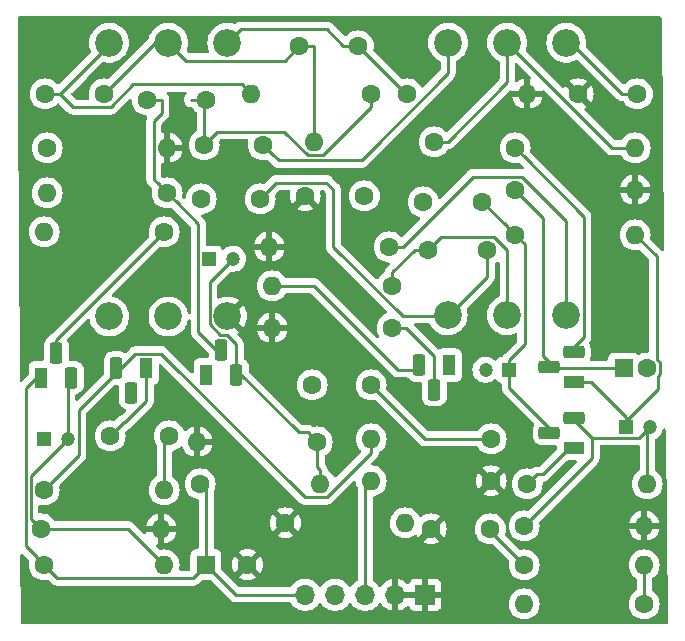
<source format=gtl>
G04 #@! TF.GenerationSoftware,KiCad,Pcbnew,7.0.11+dfsg-1build4*
G04 #@! TF.CreationDate,2026-02-05T22:23:49-05:00*
G04 #@! TF.ProjectId,sftii,73667469-692e-46b6-9963-61645f706362,rev?*
G04 #@! TF.SameCoordinates,Original*
G04 #@! TF.FileFunction,Copper,L1,Top*
G04 #@! TF.FilePolarity,Positive*
%FSLAX46Y46*%
G04 Gerber Fmt 4.6, Leading zero omitted, Abs format (unit mm)*
G04 Created by KiCad (PCBNEW 7.0.11+dfsg-1build4) date 2026-02-05 22:23:49*
%MOMM*%
%LPD*%
G01*
G04 APERTURE LIST*
G04 Aperture macros list*
%AMRoundRect*
0 Rectangle with rounded corners*
0 $1 Rounding radius*
0 $2 $3 $4 $5 $6 $7 $8 $9 X,Y pos of 4 corners*
0 Add a 4 corners polygon primitive as box body*
4,1,4,$2,$3,$4,$5,$6,$7,$8,$9,$2,$3,0*
0 Add four circle primitives for the rounded corners*
1,1,$1+$1,$2,$3*
1,1,$1+$1,$4,$5*
1,1,$1+$1,$6,$7*
1,1,$1+$1,$8,$9*
0 Add four rect primitives between the rounded corners*
20,1,$1+$1,$2,$3,$4,$5,0*
20,1,$1+$1,$4,$5,$6,$7,0*
20,1,$1+$1,$6,$7,$8,$9,0*
20,1,$1+$1,$8,$9,$2,$3,0*%
G04 Aperture macros list end*
G04 #@! TA.AperFunction,ComponentPad*
%ADD10R,1.600000X1.600000*%
G04 #@! TD*
G04 #@! TA.AperFunction,ComponentPad*
%ADD11C,1.600000*%
G04 #@! TD*
G04 #@! TA.AperFunction,ComponentPad*
%ADD12R,1.200000X1.200000*%
G04 #@! TD*
G04 #@! TA.AperFunction,ComponentPad*
%ADD13C,1.200000*%
G04 #@! TD*
G04 #@! TA.AperFunction,ComponentPad*
%ADD14R,1.700000X1.700000*%
G04 #@! TD*
G04 #@! TA.AperFunction,ComponentPad*
%ADD15O,1.700000X1.700000*%
G04 #@! TD*
G04 #@! TA.AperFunction,ComponentPad*
%ADD16R,1.100000X1.800000*%
G04 #@! TD*
G04 #@! TA.AperFunction,ComponentPad*
%ADD17RoundRect,0.275000X-0.275000X-0.625000X0.275000X-0.625000X0.275000X0.625000X-0.275000X0.625000X0*%
G04 #@! TD*
G04 #@! TA.AperFunction,ComponentPad*
%ADD18RoundRect,0.275000X0.275000X0.625000X-0.275000X0.625000X-0.275000X-0.625000X0.275000X-0.625000X0*%
G04 #@! TD*
G04 #@! TA.AperFunction,ComponentPad*
%ADD19R,1.800000X1.100000*%
G04 #@! TD*
G04 #@! TA.AperFunction,ComponentPad*
%ADD20RoundRect,0.275000X0.625000X-0.275000X0.625000X0.275000X-0.625000X0.275000X-0.625000X-0.275000X0*%
G04 #@! TD*
G04 #@! TA.AperFunction,ComponentPad*
%ADD21O,1.600000X1.600000*%
G04 #@! TD*
G04 #@! TA.AperFunction,ComponentPad*
%ADD22C,2.340000*%
G04 #@! TD*
G04 #@! TA.AperFunction,Conductor*
%ADD23C,0.250000*%
G04 #@! TD*
G04 APERTURE END LIST*
D10*
X115547349Y-96500000D03*
D11*
X119047349Y-96500000D03*
X129540000Y-81280000D03*
X124540000Y-81280000D03*
D12*
X101854000Y-85852000D03*
D13*
X103854000Y-85852000D03*
D11*
X107442000Y-85598000D03*
X112442000Y-85598000D03*
X120142000Y-65532000D03*
X115142000Y-65532000D03*
X134366000Y-69850000D03*
X139366000Y-69850000D03*
D12*
X115824000Y-70612000D03*
D13*
X117824000Y-70612000D03*
D11*
X115570000Y-57150000D03*
X110570000Y-57150000D03*
X106934000Y-56642000D03*
X101934000Y-56642000D03*
X123444000Y-52578000D03*
X128444000Y-52578000D03*
X147066000Y-56642000D03*
X152066000Y-56642000D03*
D12*
X151130000Y-84836000D03*
D13*
X153130000Y-84836000D03*
D11*
X138938000Y-65786000D03*
X133938000Y-65786000D03*
D10*
X150908000Y-79857600D03*
D11*
X152908000Y-79857600D03*
X123952000Y-65278000D03*
X128952000Y-65278000D03*
X134620000Y-93472000D03*
X139620000Y-93472000D03*
D14*
X134112000Y-99060000D03*
D15*
X131572000Y-99060000D03*
X129032000Y-99060000D03*
X126492000Y-99060000D03*
X123952000Y-99060000D03*
D16*
X101600000Y-80664000D03*
D17*
X102870000Y-78594000D03*
X104140000Y-80664000D03*
D16*
X110490000Y-79864000D03*
D18*
X109220000Y-81934000D03*
X107950000Y-79864000D03*
D16*
X115570000Y-80410000D03*
D17*
X116840000Y-78340000D03*
X118110000Y-80410000D03*
D16*
X136144000Y-79610000D03*
D18*
X134874000Y-81680000D03*
X133604000Y-79610000D03*
D19*
X146704000Y-86614000D03*
D20*
X144634000Y-85344000D03*
X146704000Y-84074000D03*
D11*
X139700000Y-89408000D03*
D21*
X129540000Y-89408000D03*
D11*
X101854000Y-96520000D03*
D21*
X112014000Y-96520000D03*
D11*
X101600000Y-93472000D03*
D21*
X111760000Y-93472000D03*
D11*
X139700000Y-85852000D03*
D21*
X129540000Y-85852000D03*
D11*
X101854000Y-90170000D03*
D21*
X112014000Y-90170000D03*
D11*
X112014000Y-68326000D03*
D21*
X101854000Y-68326000D03*
D11*
X131064000Y-69596000D03*
D21*
X120904000Y-69596000D03*
D11*
X115062000Y-89662000D03*
D21*
X125222000Y-89662000D03*
D11*
X124968000Y-86106000D03*
D21*
X114808000Y-86106000D03*
D11*
X131318000Y-72898000D03*
D21*
X121158000Y-72898000D03*
D11*
X112268000Y-65024000D03*
D21*
X102108000Y-65024000D03*
D11*
X131318000Y-76454000D03*
D21*
X121158000Y-76454000D03*
D11*
X129540000Y-56642000D03*
D21*
X119380000Y-56642000D03*
D11*
X132588000Y-56642000D03*
D21*
X142748000Y-56642000D03*
D11*
X134874000Y-60706000D03*
D21*
X124714000Y-60706000D03*
D11*
X142748000Y-89662000D03*
D21*
X152908000Y-89662000D03*
D11*
X142494000Y-93218000D03*
D21*
X152654000Y-93218000D03*
D11*
X141732000Y-61214000D03*
D21*
X151892000Y-61214000D03*
D11*
X141732000Y-68580000D03*
D21*
X151892000Y-68580000D03*
D11*
X141732000Y-64770000D03*
D21*
X151892000Y-64770000D03*
D11*
X152654000Y-99822000D03*
D21*
X142494000Y-99822000D03*
D11*
X142494000Y-96520000D03*
D21*
X152654000Y-96520000D03*
D22*
X146020800Y-75381200D03*
X141020800Y-75381200D03*
X136020800Y-75381200D03*
X117348000Y-52324000D03*
X112348000Y-52324000D03*
X107348000Y-52324000D03*
X146050000Y-52324000D03*
X141050000Y-52324000D03*
X136050000Y-52324000D03*
X117369600Y-75482800D03*
X112369600Y-75482800D03*
X107369600Y-75482800D03*
D19*
X146704000Y-81026000D03*
D20*
X144634000Y-79756000D03*
X146704000Y-78486000D03*
D12*
X141224000Y-80010000D03*
D13*
X139224000Y-80010000D03*
D11*
X102108000Y-61214000D03*
D21*
X112268000Y-61214000D03*
D11*
X120396000Y-60960000D03*
X115396000Y-60960000D03*
X122275600Y-92964000D03*
D21*
X132435600Y-92964000D03*
D23*
X139700000Y-89642000D02*
X139700000Y-89408000D01*
X100278989Y-94944989D02*
X101054001Y-95720001D01*
X144055999Y-88862001D02*
X146304000Y-86614000D01*
X115933001Y-80373001D02*
X115570000Y-80010000D01*
X114478999Y-97645001D02*
X115570000Y-96554000D01*
X100278989Y-81585011D02*
X100278989Y-94944989D01*
X142748000Y-89662000D02*
X143547999Y-88862001D01*
X101600000Y-80264000D02*
X100278989Y-81585011D01*
X101854000Y-96520000D02*
X102979001Y-97645001D01*
X102979001Y-97645001D02*
X114478999Y-97645001D01*
X101054001Y-95720001D02*
X101854000Y-96520000D01*
X115570000Y-96554000D02*
X115570000Y-95504000D01*
X115570000Y-95504000D02*
X115570000Y-90170000D01*
X143547999Y-88862001D02*
X144055999Y-88862001D01*
X115570000Y-90170000D02*
X115062000Y-89662000D01*
X118076000Y-99060000D02*
X115570000Y-96554000D01*
X123952000Y-99060000D02*
X118076000Y-99060000D01*
X129032000Y-89916000D02*
X129540000Y-89408000D01*
X129032000Y-99060000D02*
X129032000Y-89916000D01*
X134112000Y-85852000D02*
X129540000Y-81280000D01*
X139700000Y-85852000D02*
X134112000Y-85852000D01*
X108573370Y-84466630D02*
X108692000Y-84466630D01*
X110490000Y-82668630D02*
X110490000Y-80264000D01*
X108692000Y-84466630D02*
X110490000Y-82668630D01*
X107442000Y-85598000D02*
X108573370Y-84466630D01*
X112014000Y-86026000D02*
X112442000Y-85598000D01*
X112014000Y-90170000D02*
X112014000Y-86026000D01*
X136050000Y-75438000D02*
X132192998Y-75438000D01*
X136050000Y-75438000D02*
X139366000Y-72122000D01*
X139366000Y-72122000D02*
X139366000Y-69850000D01*
X120941999Y-64732001D02*
X120142000Y-65532000D01*
X121521001Y-64152999D02*
X120941999Y-64732001D01*
X126327001Y-69572003D02*
X126327001Y-64737999D01*
X132192998Y-75438000D02*
X126327001Y-69572003D01*
X126327001Y-64737999D02*
X125742001Y-64152999D01*
X125742001Y-64152999D02*
X121521001Y-64152999D01*
X131318000Y-71766630D02*
X133234630Y-69850000D01*
X131318000Y-72898000D02*
X131318000Y-71766630D01*
X141050000Y-69868998D02*
X139906001Y-68724999D01*
X141050000Y-75438000D02*
X141050000Y-69868998D01*
X135491001Y-68724999D02*
X135165999Y-69050001D01*
X135165999Y-69050001D02*
X134366000Y-69850000D01*
X139906001Y-68724999D02*
X135491001Y-68724999D01*
X133234630Y-69850000D02*
X134366000Y-69850000D01*
X100728999Y-88977001D02*
X103254001Y-86451999D01*
X108966000Y-93472000D02*
X101600000Y-93472000D01*
X103254001Y-86451999D02*
X103854000Y-85852000D01*
X100728999Y-92600999D02*
X100728999Y-88977001D01*
X101600000Y-93472000D02*
X100728999Y-92600999D01*
X103854000Y-80550000D02*
X104140000Y-80264000D01*
X112014000Y-96520000D02*
X108966000Y-93472000D01*
X103854000Y-85852000D02*
X103854000Y-80550000D01*
X102870000Y-78994000D02*
X102870000Y-77470000D01*
X114808000Y-65532000D02*
X115142000Y-65532000D01*
X102870000Y-77470000D02*
X112014000Y-68326000D01*
X115396000Y-60960000D02*
X116521001Y-59834999D01*
X115396000Y-60960000D02*
X115396000Y-57324000D01*
X116521001Y-59834999D02*
X122177997Y-59834999D01*
X124173999Y-61831001D02*
X125482369Y-61831001D01*
X122177997Y-59834999D02*
X124173999Y-61831001D01*
X115570000Y-57150000D02*
X114320000Y-57150000D01*
X125482369Y-61831001D02*
X129540000Y-57773370D01*
X129540000Y-57773370D02*
X129540000Y-56642000D01*
X115396000Y-57324000D02*
X115570000Y-57150000D01*
X103983999Y-57441999D02*
X103184000Y-56642000D01*
X103184000Y-56642000D02*
X107348000Y-52478000D01*
X107348000Y-52478000D02*
X107348000Y-52324000D01*
X118580001Y-55842001D02*
X109399001Y-55842001D01*
X119380000Y-56642000D02*
X118580001Y-55842001D01*
X104309001Y-57767001D02*
X103983999Y-57441999D01*
X107474001Y-57767001D02*
X104309001Y-57767001D01*
X101934000Y-56642000D02*
X103184000Y-56642000D01*
X109399001Y-55842001D02*
X107474001Y-57767001D01*
X113843001Y-53819001D02*
X113517999Y-53493999D01*
X106934000Y-56642000D02*
X111252000Y-52324000D01*
X124714000Y-60706000D02*
X124714000Y-52598000D01*
X113517999Y-53493999D02*
X112348000Y-52324000D01*
X111252000Y-52324000D02*
X112348000Y-52324000D01*
X124694000Y-52578000D02*
X123444000Y-52578000D01*
X124714000Y-52598000D02*
X124694000Y-52578000D01*
X123444000Y-52578000D02*
X122202999Y-53819001D01*
X122202999Y-53819001D02*
X113843001Y-53819001D01*
X127194000Y-52578000D02*
X128444000Y-52578000D01*
X127194000Y-52578000D02*
X125770001Y-51154001D01*
X125770001Y-51154001D02*
X118517999Y-51154001D01*
X118517999Y-51154001D02*
X117348000Y-52324000D01*
X132508000Y-56642000D02*
X132588000Y-56642000D01*
X128444000Y-52578000D02*
X132508000Y-56642000D01*
X129064001Y-61831001D02*
X129540000Y-61468000D01*
X128726989Y-62281011D02*
X129540000Y-61468000D01*
X136050000Y-54845002D02*
X136050000Y-53978629D01*
X121717011Y-62281011D02*
X128726989Y-62281011D01*
X120396000Y-60960000D02*
X121267001Y-61831001D01*
X129540000Y-61468000D02*
X136050000Y-54845002D01*
X136050000Y-53978629D02*
X136050000Y-52324000D01*
X120396000Y-60960000D02*
X121717011Y-62281011D01*
X146498000Y-52324000D02*
X146050000Y-52324000D01*
X150816000Y-56642000D02*
X152066000Y-56642000D01*
X150816000Y-56642000D02*
X146498000Y-52324000D01*
X124968000Y-88276630D02*
X124968000Y-87237370D01*
X115852999Y-76155601D02*
X115852999Y-72583001D01*
X123406001Y-85306001D02*
X118110000Y-80010000D01*
X124968000Y-86106000D02*
X124168001Y-85306001D01*
X125222000Y-88530630D02*
X124968000Y-88276630D01*
X118110000Y-77861456D02*
X117312144Y-77063600D01*
X118110000Y-80010000D02*
X118110000Y-77861456D01*
X125222000Y-89662000D02*
X125222000Y-88530630D01*
X116760998Y-77063600D02*
X115852999Y-76155601D01*
X115852999Y-72583001D02*
X117824000Y-70612000D01*
X117312144Y-77063600D02*
X116760998Y-77063600D01*
X124168001Y-85306001D02*
X123406001Y-85306001D01*
X124968000Y-87237370D02*
X124968000Y-86106000D01*
X111820000Y-58281370D02*
X111142999Y-58958371D01*
X111820000Y-57150000D02*
X111820000Y-58281370D01*
X114898999Y-67654999D02*
X113067999Y-65823999D01*
X110570000Y-57150000D02*
X111820000Y-57150000D01*
X111142999Y-58958371D02*
X111142999Y-63898999D01*
X111142999Y-63898999D02*
X111468001Y-64224001D01*
X111468001Y-64224001D02*
X112268000Y-65024000D01*
X113067999Y-65823999D02*
X112268000Y-65024000D01*
X114898999Y-76798999D02*
X114898999Y-67654999D01*
X116840000Y-78740000D02*
X114898999Y-76798999D01*
X154033000Y-79391609D02*
X153700000Y-79058609D01*
X153800000Y-81630000D02*
X153800000Y-80556591D01*
X151130000Y-84836000D02*
X151130000Y-84300000D01*
X153700000Y-79058609D02*
X153700000Y-70388000D01*
X148170000Y-81026000D02*
X146304000Y-81026000D01*
X151130000Y-84300000D02*
X151130000Y-83986000D01*
X153700000Y-70388000D02*
X151892000Y-68580000D01*
X153800000Y-80556591D02*
X154033000Y-80323591D01*
X151130000Y-84300000D02*
X153800000Y-81630000D01*
X154033000Y-80323591D02*
X154033000Y-79391609D01*
X151130000Y-83986000D02*
X148170000Y-81026000D01*
X152654000Y-99822000D02*
X152654000Y-98690630D01*
X152654000Y-98690630D02*
X152654000Y-96520000D01*
X142494000Y-96520000D02*
X139620000Y-93646000D01*
X139620000Y-93646000D02*
X139620000Y-93472000D01*
X152908000Y-89662000D02*
X152908000Y-84836000D01*
X148245001Y-87466999D02*
X148245001Y-85761001D01*
X152530001Y-85435999D02*
X153130000Y-84836000D01*
X146304000Y-84074000D02*
X146558000Y-84074000D01*
X152908000Y-84836000D02*
X153130000Y-84836000D01*
X146558000Y-84074000D02*
X148245001Y-85761001D01*
X152204999Y-85761001D02*
X152530001Y-85435999D01*
X148245001Y-85761001D02*
X152204999Y-85761001D01*
X142494000Y-93218000D02*
X148245001Y-87466999D01*
X142545001Y-69393001D02*
X142531999Y-69379999D01*
X142545001Y-77838999D02*
X142545001Y-69393001D01*
X145034000Y-85344000D02*
X141224000Y-81534000D01*
X141732000Y-68580000D02*
X140932001Y-67780001D01*
X141224000Y-81534000D02*
X141224000Y-80010000D01*
X141224000Y-79160000D02*
X142545001Y-77838999D01*
X140932001Y-67780001D02*
X138938000Y-65786000D01*
X141224000Y-80010000D02*
X141224000Y-79160000D01*
X142531999Y-69379999D02*
X141732000Y-68580000D01*
X145034000Y-79756000D02*
X144094200Y-78816200D01*
X144094200Y-67132200D02*
X141732000Y-64770000D01*
X144094200Y-78816200D02*
X144094200Y-67132200D01*
X145034000Y-79756000D02*
X145135600Y-79857600D01*
X145135600Y-79857600D02*
X150908000Y-79857600D01*
X129540000Y-86983370D02*
X129540000Y-85852000D01*
X129540000Y-87009002D02*
X129540000Y-86983370D01*
X111763997Y-78638999D02*
X123911999Y-90787001D01*
X104779001Y-83434999D02*
X107950000Y-80264000D01*
X123911999Y-90787001D02*
X125762001Y-90787001D01*
X104779001Y-87244999D02*
X104779001Y-83434999D01*
X107950000Y-80264000D02*
X109575001Y-78638999D01*
X101854000Y-90170000D02*
X104779001Y-87244999D01*
X109575001Y-78638999D02*
X111763997Y-78638999D01*
X125762001Y-90787001D02*
X129540000Y-87009002D01*
X138146371Y-63644999D02*
X132195370Y-69596000D01*
X146050000Y-75438000D02*
X146050000Y-67422998D01*
X132195370Y-69596000D02*
X131064000Y-69596000D01*
X146050000Y-67422998D02*
X142272001Y-63644999D01*
X142272001Y-63644999D02*
X138146371Y-63644999D01*
X134874000Y-60706000D02*
X136005370Y-60706000D01*
X141050000Y-55661370D02*
X141050000Y-53978629D01*
X136005370Y-60706000D02*
X141050000Y-55661370D01*
X151892000Y-61214000D02*
X149940000Y-61214000D01*
X141050000Y-53978629D02*
X141050000Y-52324000D01*
X149940000Y-61214000D02*
X141050000Y-52324000D01*
X132449370Y-76454000D02*
X131318000Y-76454000D01*
X134874000Y-78878630D02*
X132449370Y-76454000D01*
X134874000Y-81280000D02*
X134874000Y-78878630D01*
X131826000Y-80010000D02*
X133604000Y-80010000D01*
X124714000Y-72898000D02*
X131826000Y-80010000D01*
X121158000Y-72898000D02*
X124714000Y-72898000D01*
X147545001Y-67027001D02*
X142531999Y-62013999D01*
X142531999Y-62013999D02*
X141732000Y-61214000D01*
X146304000Y-78486000D02*
X147545001Y-77244999D01*
X147545001Y-77244999D02*
X147545001Y-67027001D01*
G04 #@! TA.AperFunction,Conductor*
G36*
X141892012Y-54062370D02*
G01*
X141898595Y-54068499D01*
X143004525Y-55174429D01*
X143038551Y-55236741D01*
X143033486Y-55307556D01*
X143002000Y-55350143D01*
X143002000Y-56330314D01*
X142986045Y-56314359D01*
X142873148Y-56256835D01*
X142779481Y-56242000D01*
X142716519Y-56242000D01*
X142622852Y-56256835D01*
X142509955Y-56314359D01*
X142494000Y-56330314D01*
X142494000Y-55355917D01*
X142493999Y-55355917D01*
X142298928Y-55408187D01*
X142298926Y-55408188D01*
X142091501Y-55504912D01*
X141904025Y-55636184D01*
X141904019Y-55636189D01*
X141898595Y-55641614D01*
X141836283Y-55675640D01*
X141765468Y-55670575D01*
X141708632Y-55628028D01*
X141683821Y-55561508D01*
X141683500Y-55552519D01*
X141683500Y-54157594D01*
X141703502Y-54089473D01*
X141757158Y-54042980D01*
X141827432Y-54032876D01*
X141892012Y-54062370D01*
G37*
G04 #@! TD.AperFunction*
G04 #@! TA.AperFunction,Conductor*
G36*
X154071351Y-50108502D02*
G01*
X154117844Y-50162158D01*
X154129224Y-50213259D01*
X154322284Y-69808953D01*
X154302954Y-69877267D01*
X154249759Y-69924286D01*
X154179588Y-69935082D01*
X154114720Y-69906227D01*
X154107195Y-69899289D01*
X153201151Y-68993245D01*
X153167125Y-68930933D01*
X153168539Y-68871542D01*
X153185543Y-68808087D01*
X153205498Y-68580000D01*
X153185543Y-68351913D01*
X153126284Y-68130757D01*
X153029523Y-67923251D01*
X152898198Y-67735700D01*
X152736300Y-67573802D01*
X152681833Y-67535664D01*
X152548749Y-67442477D01*
X152341246Y-67345717D01*
X152341240Y-67345715D01*
X152213988Y-67311618D01*
X152120087Y-67286457D01*
X151892000Y-67266502D01*
X151663913Y-67286457D01*
X151442759Y-67345715D01*
X151442753Y-67345717D01*
X151235250Y-67442477D01*
X151047703Y-67573799D01*
X151047697Y-67573804D01*
X150885804Y-67735697D01*
X150885799Y-67735703D01*
X150754477Y-67923250D01*
X150657717Y-68130753D01*
X150657715Y-68130759D01*
X150598457Y-68351913D01*
X150578502Y-68580000D01*
X150598457Y-68808086D01*
X150657715Y-69029240D01*
X150657717Y-69029246D01*
X150754477Y-69236749D01*
X150856903Y-69383029D01*
X150885802Y-69424300D01*
X151047700Y-69586198D01*
X151235251Y-69717523D01*
X151442757Y-69814284D01*
X151663913Y-69873543D01*
X151892000Y-69893498D01*
X152120087Y-69873543D01*
X152183541Y-69856540D01*
X152254513Y-69858228D01*
X152305245Y-69889150D01*
X153029595Y-70613499D01*
X153063620Y-70675812D01*
X153066500Y-70702595D01*
X153066500Y-78420965D01*
X153046498Y-78489086D01*
X152992842Y-78535579D01*
X152929523Y-78546486D01*
X152908003Y-78544604D01*
X152679997Y-78564551D01*
X152458931Y-78623786D01*
X152458926Y-78623788D01*
X152251498Y-78720513D01*
X152246080Y-78724307D01*
X152178804Y-78746988D01*
X152109945Y-78729697D01*
X152072951Y-78696597D01*
X152071261Y-78694339D01*
X152071259Y-78694338D01*
X152071259Y-78694337D01*
X151954207Y-78606712D01*
X151954202Y-78606710D01*
X151817204Y-78555611D01*
X151817196Y-78555609D01*
X151756649Y-78549100D01*
X151756638Y-78549100D01*
X150059362Y-78549100D01*
X150059350Y-78549100D01*
X149998803Y-78555609D01*
X149998795Y-78555611D01*
X149861797Y-78606710D01*
X149861792Y-78606712D01*
X149744738Y-78694338D01*
X149657112Y-78811392D01*
X149657110Y-78811397D01*
X149606011Y-78948395D01*
X149606009Y-78948403D01*
X149599500Y-79008950D01*
X149599500Y-79098100D01*
X149579498Y-79166221D01*
X149525842Y-79212714D01*
X149473500Y-79224100D01*
X148174616Y-79224100D01*
X148106495Y-79204098D01*
X148060002Y-79150442D01*
X148049898Y-79080168D01*
X148055687Y-79056485D01*
X148060260Y-79043417D01*
X148097690Y-78936448D01*
X148112500Y-78805004D01*
X148112500Y-78166996D01*
X148097690Y-78035552D01*
X148039376Y-77868901D01*
X148027184Y-77849498D01*
X148006993Y-77817363D01*
X147987687Y-77749042D01*
X148008382Y-77681129D01*
X148019168Y-77667000D01*
X148021122Y-77664782D01*
X148021122Y-77664781D01*
X148021135Y-77664769D01*
X148023618Y-77661566D01*
X148031309Y-77652561D01*
X148061587Y-77620320D01*
X148071346Y-77602566D01*
X148082198Y-77586045D01*
X148094614Y-77570040D01*
X148112169Y-77529469D01*
X148117393Y-77518807D01*
X148138696Y-77480059D01*
X148143734Y-77460434D01*
X148150139Y-77441729D01*
X148150570Y-77440733D01*
X148158182Y-77423144D01*
X148165097Y-77379475D01*
X148167504Y-77367855D01*
X148171432Y-77352561D01*
X148178501Y-77325029D01*
X148178501Y-77304768D01*
X148180052Y-77285057D01*
X148183220Y-77265056D01*
X148179060Y-77221044D01*
X148178501Y-77209187D01*
X148178501Y-67110850D01*
X148180250Y-67095013D01*
X148179956Y-67094986D01*
X148180702Y-67087093D01*
X148178563Y-67019032D01*
X148178501Y-67015074D01*
X148178501Y-66987152D01*
X148178501Y-66987145D01*
X148177992Y-66983124D01*
X148177062Y-66971297D01*
X148175674Y-66927111D01*
X148170023Y-66907664D01*
X148166013Y-66888301D01*
X148163475Y-66868204D01*
X148147193Y-66827082D01*
X148143359Y-66815883D01*
X148131019Y-66773407D01*
X148120701Y-66755962D01*
X148112006Y-66738210D01*
X148104554Y-66719386D01*
X148104551Y-66719380D01*
X148078565Y-66683614D01*
X148072046Y-66673690D01*
X148049542Y-66635636D01*
X148035219Y-66621313D01*
X148022378Y-66606280D01*
X148011638Y-66591498D01*
X148010473Y-66589894D01*
X147988289Y-66571542D01*
X147976406Y-66561711D01*
X147967627Y-66553722D01*
X145929905Y-64516000D01*
X150605917Y-64516000D01*
X151580314Y-64516000D01*
X151564359Y-64531955D01*
X151506835Y-64644852D01*
X151487014Y-64770000D01*
X151506835Y-64895148D01*
X151564359Y-65008045D01*
X151580314Y-65024000D01*
X150605918Y-65024000D01*
X150658186Y-65219068D01*
X150658188Y-65219073D01*
X150754912Y-65426498D01*
X150886184Y-65613974D01*
X150886189Y-65613980D01*
X151048019Y-65775810D01*
X151048025Y-65775815D01*
X151235501Y-65907087D01*
X151442926Y-66003811D01*
X151442931Y-66003813D01*
X151638000Y-66056081D01*
X151638000Y-65081686D01*
X151653955Y-65097641D01*
X151766852Y-65155165D01*
X151860519Y-65170000D01*
X151923481Y-65170000D01*
X152017148Y-65155165D01*
X152130045Y-65097641D01*
X152146000Y-65081686D01*
X152146000Y-66056081D01*
X152341068Y-66003813D01*
X152341073Y-66003811D01*
X152548498Y-65907087D01*
X152735974Y-65775815D01*
X152735980Y-65775810D01*
X152897810Y-65613980D01*
X152897815Y-65613974D01*
X153029087Y-65426498D01*
X153125811Y-65219073D01*
X153125813Y-65219068D01*
X153178082Y-65024000D01*
X152203686Y-65024000D01*
X152219641Y-65008045D01*
X152277165Y-64895148D01*
X152296986Y-64770000D01*
X152277165Y-64644852D01*
X152219641Y-64531955D01*
X152203686Y-64516000D01*
X153178082Y-64516000D01*
X153125813Y-64320931D01*
X153125811Y-64320926D01*
X153029087Y-64113501D01*
X152897815Y-63926025D01*
X152897810Y-63926019D01*
X152735980Y-63764189D01*
X152735974Y-63764184D01*
X152548498Y-63632912D01*
X152341073Y-63536188D01*
X152341071Y-63536187D01*
X152146000Y-63483917D01*
X152146000Y-64458314D01*
X152130045Y-64442359D01*
X152017148Y-64384835D01*
X151923481Y-64370000D01*
X151860519Y-64370000D01*
X151766852Y-64384835D01*
X151653955Y-64442359D01*
X151638000Y-64458314D01*
X151638000Y-63483917D01*
X151637999Y-63483917D01*
X151442928Y-63536187D01*
X151442926Y-63536188D01*
X151235501Y-63632912D01*
X151048025Y-63764184D01*
X151048019Y-63764189D01*
X150886189Y-63926019D01*
X150886184Y-63926025D01*
X150754912Y-64113501D01*
X150658188Y-64320926D01*
X150658186Y-64320931D01*
X150605917Y-64516000D01*
X145929905Y-64516000D01*
X143041151Y-61627246D01*
X143007125Y-61564934D01*
X143008539Y-61505541D01*
X143025543Y-61442087D01*
X143045498Y-61214000D01*
X143025543Y-60985913D01*
X142966284Y-60764757D01*
X142869523Y-60557251D01*
X142738198Y-60369700D01*
X142576300Y-60207802D01*
X142388749Y-60076477D01*
X142330369Y-60049254D01*
X142181246Y-59979717D01*
X142181240Y-59979715D01*
X142060508Y-59947365D01*
X141960087Y-59920457D01*
X141732000Y-59900502D01*
X141503913Y-59920457D01*
X141282759Y-59979715D01*
X141282753Y-59979717D01*
X141075250Y-60076477D01*
X140887703Y-60207799D01*
X140887697Y-60207804D01*
X140725804Y-60369697D01*
X140725799Y-60369703D01*
X140594477Y-60557250D01*
X140497717Y-60764753D01*
X140497715Y-60764759D01*
X140452344Y-60934086D01*
X140438457Y-60985913D01*
X140418502Y-61214000D01*
X140438457Y-61442087D01*
X140452562Y-61494728D01*
X140497715Y-61663240D01*
X140497717Y-61663246D01*
X140594477Y-61870749D01*
X140663382Y-61969156D01*
X140725802Y-62058300D01*
X140887700Y-62220198D01*
X141075251Y-62351523D01*
X141282757Y-62448284D01*
X141503913Y-62507543D01*
X141732000Y-62527498D01*
X141960087Y-62507543D01*
X142023541Y-62490540D01*
X142094516Y-62492228D01*
X142145247Y-62523151D01*
X142418053Y-62795957D01*
X142452079Y-62858269D01*
X142447014Y-62929084D01*
X142404467Y-62985920D01*
X142337947Y-63010731D01*
X142309250Y-63009501D01*
X142292062Y-63006779D01*
X142292058Y-63006779D01*
X142257519Y-63010044D01*
X142248040Y-63010940D01*
X142236182Y-63011499D01*
X138230220Y-63011499D01*
X138214381Y-63009750D01*
X138214354Y-63010044D01*
X138206462Y-63009298D01*
X138138404Y-63011437D01*
X138134446Y-63011499D01*
X138106515Y-63011499D01*
X138104328Y-63011775D01*
X138102482Y-63012008D01*
X138090675Y-63012936D01*
X138046481Y-63014325D01*
X138046476Y-63014326D01*
X138027031Y-63019976D01*
X138007673Y-63023985D01*
X137987581Y-63026523D01*
X137987574Y-63026525D01*
X137946467Y-63042800D01*
X137935242Y-63046643D01*
X137904583Y-63055551D01*
X137892778Y-63058981D01*
X137892776Y-63058981D01*
X137892773Y-63058983D01*
X137875334Y-63069296D01*
X137857589Y-63077989D01*
X137838750Y-63085448D01*
X137802998Y-63111425D01*
X137793075Y-63117943D01*
X137755011Y-63140453D01*
X137740678Y-63154786D01*
X137725652Y-63167619D01*
X137709266Y-63179524D01*
X137681082Y-63213592D01*
X137673094Y-63222369D01*
X135408262Y-65487201D01*
X135345950Y-65521227D01*
X135275135Y-65516162D01*
X135218299Y-65473615D01*
X135197461Y-65430720D01*
X135172284Y-65336757D01*
X135075523Y-65129251D01*
X134944198Y-64941700D01*
X134782300Y-64779802D01*
X134768301Y-64770000D01*
X134594749Y-64648477D01*
X134387246Y-64551717D01*
X134387240Y-64551715D01*
X134253950Y-64516000D01*
X134166087Y-64492457D01*
X133938000Y-64472502D01*
X133709913Y-64492457D01*
X133488759Y-64551715D01*
X133488753Y-64551717D01*
X133281250Y-64648477D01*
X133093703Y-64779799D01*
X133093697Y-64779804D01*
X132931804Y-64941697D01*
X132931799Y-64941703D01*
X132800477Y-65129250D01*
X132703717Y-65336753D01*
X132703715Y-65336759D01*
X132655644Y-65516162D01*
X132644457Y-65557913D01*
X132624502Y-65786000D01*
X132644457Y-66014087D01*
X132663056Y-66083498D01*
X132703715Y-66235240D01*
X132703717Y-66235246D01*
X132800477Y-66442749D01*
X132903508Y-66589893D01*
X132931802Y-66630300D01*
X133093700Y-66792198D01*
X133281251Y-66923523D01*
X133488757Y-67020284D01*
X133582719Y-67045461D01*
X133643340Y-67082411D01*
X133674361Y-67146272D01*
X133665933Y-67216767D01*
X133639201Y-67256262D01*
X132196076Y-68699387D01*
X132133764Y-68733413D01*
X132062949Y-68728348D01*
X132017886Y-68699388D01*
X132006306Y-68687808D01*
X131908300Y-68589802D01*
X131894301Y-68580000D01*
X131720749Y-68458477D01*
X131513246Y-68361717D01*
X131513240Y-68361715D01*
X131419771Y-68336670D01*
X131292087Y-68302457D01*
X131064000Y-68282502D01*
X130835913Y-68302457D01*
X130614759Y-68361715D01*
X130614753Y-68361717D01*
X130407250Y-68458477D01*
X130219703Y-68589799D01*
X130219697Y-68589804D01*
X130057804Y-68751697D01*
X130057799Y-68751703D01*
X129926477Y-68939250D01*
X129829717Y-69146753D01*
X129829715Y-69146759D01*
X129780028Y-69332195D01*
X129770457Y-69367913D01*
X129750502Y-69596000D01*
X129770457Y-69824087D01*
X129791548Y-69902799D01*
X129829715Y-70045240D01*
X129829717Y-70045246D01*
X129926477Y-70252749D01*
X129959032Y-70299243D01*
X130057802Y-70440300D01*
X130219700Y-70602198D01*
X130407251Y-70733523D01*
X130614757Y-70830284D01*
X130835913Y-70889543D01*
X130992733Y-70903263D01*
X131058850Y-70929125D01*
X131100489Y-70986629D01*
X131104430Y-71057516D01*
X131070845Y-71117878D01*
X130929336Y-71259387D01*
X130916901Y-71269351D01*
X130917089Y-71269578D01*
X130910979Y-71274632D01*
X130864370Y-71324265D01*
X130861620Y-71327103D01*
X130841863Y-71346861D01*
X130839374Y-71350069D01*
X130831688Y-71359066D01*
X130801418Y-71391303D01*
X130801411Y-71391313D01*
X130791651Y-71409065D01*
X130780803Y-71425580D01*
X130768386Y-71441588D01*
X130750824Y-71482170D01*
X130745604Y-71492825D01*
X130724305Y-71531569D01*
X130724303Y-71531574D01*
X130719267Y-71551189D01*
X130712864Y-71569892D01*
X130704819Y-71588482D01*
X130697901Y-71632155D01*
X130695495Y-71643772D01*
X130684499Y-71686600D01*
X130683515Y-71694393D01*
X130655132Y-71759470D01*
X130630780Y-71781813D01*
X130473703Y-71891799D01*
X130473697Y-71891804D01*
X130311804Y-72053697D01*
X130311795Y-72053708D01*
X130180477Y-72241250D01*
X130180475Y-72241254D01*
X130164833Y-72274798D01*
X130117915Y-72328082D01*
X130049638Y-72347542D01*
X129981678Y-72326999D01*
X129961544Y-72310641D01*
X126997406Y-69346503D01*
X126963380Y-69284191D01*
X126960501Y-69257408D01*
X126960501Y-65278000D01*
X127638502Y-65278000D01*
X127658457Y-65506087D01*
X127672344Y-65557913D01*
X127717715Y-65727240D01*
X127717717Y-65727246D01*
X127814477Y-65934749D01*
X127879570Y-66027712D01*
X127945802Y-66122300D01*
X128107700Y-66284198D01*
X128295251Y-66415523D01*
X128502757Y-66512284D01*
X128723913Y-66571543D01*
X128952000Y-66591498D01*
X129180087Y-66571543D01*
X129401243Y-66512284D01*
X129608749Y-66415523D01*
X129796300Y-66284198D01*
X129958198Y-66122300D01*
X130089523Y-65934749D01*
X130186284Y-65727243D01*
X130245543Y-65506087D01*
X130265498Y-65278000D01*
X130245543Y-65049913D01*
X130186284Y-64828757D01*
X130089523Y-64621251D01*
X129958198Y-64433700D01*
X129796300Y-64271802D01*
X129768448Y-64252300D01*
X129608749Y-64140477D01*
X129401246Y-64043717D01*
X129401240Y-64043715D01*
X129304520Y-64017799D01*
X129180087Y-63984457D01*
X128952000Y-63964502D01*
X128723913Y-63984457D01*
X128502759Y-64043715D01*
X128502753Y-64043717D01*
X128295250Y-64140477D01*
X128107703Y-64271799D01*
X128107697Y-64271804D01*
X127945804Y-64433697D01*
X127945799Y-64433703D01*
X127814477Y-64621250D01*
X127717717Y-64828753D01*
X127717715Y-64828759D01*
X127665400Y-65024000D01*
X127658457Y-65049913D01*
X127638502Y-65278000D01*
X126960501Y-65278000D01*
X126960501Y-64821852D01*
X126962250Y-64806010D01*
X126961957Y-64805983D01*
X126962703Y-64798090D01*
X126960563Y-64729999D01*
X126960501Y-64726041D01*
X126960501Y-64698149D01*
X126960501Y-64698143D01*
X126959994Y-64694134D01*
X126959063Y-64682305D01*
X126958431Y-64662191D01*
X126957675Y-64638110D01*
X126952018Y-64618641D01*
X126948013Y-64599297D01*
X126945475Y-64579202D01*
X126929197Y-64538091D01*
X126925357Y-64526876D01*
X126913019Y-64484406D01*
X126902707Y-64466969D01*
X126894011Y-64449220D01*
X126886553Y-64430382D01*
X126860553Y-64394597D01*
X126854060Y-64384713D01*
X126831543Y-64346637D01*
X126817215Y-64332309D01*
X126804385Y-64317288D01*
X126792473Y-64300892D01*
X126792470Y-64300890D01*
X126792470Y-64300889D01*
X126758401Y-64272704D01*
X126749623Y-64264716D01*
X126249243Y-63764336D01*
X126239281Y-63751900D01*
X126239054Y-63752089D01*
X126234001Y-63745981D01*
X126184349Y-63699355D01*
X126181505Y-63696598D01*
X126161778Y-63676870D01*
X126161772Y-63676865D01*
X126158568Y-63674379D01*
X126149557Y-63666682D01*
X126117326Y-63636416D01*
X126117320Y-63636412D01*
X126099564Y-63626650D01*
X126083048Y-63615801D01*
X126067042Y-63603385D01*
X126026465Y-63585826D01*
X126015808Y-63580604D01*
X125977064Y-63559305D01*
X125977061Y-63559304D01*
X125957437Y-63554265D01*
X125938737Y-63547863D01*
X125920146Y-63539818D01*
X125920144Y-63539817D01*
X125920142Y-63539817D01*
X125876475Y-63532900D01*
X125864856Y-63530494D01*
X125822031Y-63519499D01*
X125801777Y-63519499D01*
X125782067Y-63517948D01*
X125762058Y-63514779D01*
X125727519Y-63518044D01*
X125718040Y-63518940D01*
X125706182Y-63519499D01*
X121604850Y-63519499D01*
X121589011Y-63517750D01*
X121588984Y-63518044D01*
X121581092Y-63517298D01*
X121560411Y-63517948D01*
X121513034Y-63519437D01*
X121509076Y-63519499D01*
X121481145Y-63519499D01*
X121478958Y-63519775D01*
X121477112Y-63520008D01*
X121465305Y-63520936D01*
X121421111Y-63522325D01*
X121421106Y-63522326D01*
X121401661Y-63527976D01*
X121382303Y-63531985D01*
X121362208Y-63534523D01*
X121362206Y-63534524D01*
X121321084Y-63550804D01*
X121309860Y-63554646D01*
X121267411Y-63566979D01*
X121267405Y-63566981D01*
X121249967Y-63577294D01*
X121232221Y-63585988D01*
X121213382Y-63593447D01*
X121177615Y-63619433D01*
X121167699Y-63625947D01*
X121129637Y-63648457D01*
X121115308Y-63662786D01*
X121100282Y-63675619D01*
X121083896Y-63687525D01*
X121055716Y-63721587D01*
X121047729Y-63730364D01*
X120555247Y-64222847D01*
X120492934Y-64256872D01*
X120433540Y-64255459D01*
X120370090Y-64238457D01*
X120142000Y-64218502D01*
X119913913Y-64238457D01*
X119692759Y-64297715D01*
X119692753Y-64297717D01*
X119485250Y-64394477D01*
X119297703Y-64525799D01*
X119297697Y-64525804D01*
X119135804Y-64687697D01*
X119135799Y-64687703D01*
X119004477Y-64875250D01*
X118907717Y-65082753D01*
X118907715Y-65082759D01*
X118860131Y-65260344D01*
X118848457Y-65303913D01*
X118828502Y-65532000D01*
X118848457Y-65760087D01*
X118877452Y-65868296D01*
X118907715Y-65981240D01*
X118907717Y-65981246D01*
X119004477Y-66188749D01*
X119127959Y-66365100D01*
X119135802Y-66376300D01*
X119297700Y-66538198D01*
X119485251Y-66669523D01*
X119692757Y-66766284D01*
X119913913Y-66825543D01*
X120142000Y-66845498D01*
X120370087Y-66825543D01*
X120591243Y-66766284D01*
X120798749Y-66669523D01*
X120986300Y-66538198D01*
X121148198Y-66376300D01*
X121279523Y-66188749D01*
X121376284Y-65981243D01*
X121435543Y-65760087D01*
X121455498Y-65532000D01*
X121435543Y-65303913D01*
X121418540Y-65240457D01*
X121420230Y-65169481D01*
X121451152Y-65118752D01*
X121746500Y-64823404D01*
X121808812Y-64789378D01*
X121835595Y-64786499D01*
X122565349Y-64786499D01*
X122633470Y-64806501D01*
X122679963Y-64860157D01*
X122690067Y-64930431D01*
X122687056Y-64945110D01*
X122658951Y-65049997D01*
X122639004Y-65278000D01*
X122658951Y-65506002D01*
X122718186Y-65727068D01*
X122718188Y-65727073D01*
X122814913Y-65934501D01*
X122864898Y-66005888D01*
X122864900Y-66005888D01*
X123553272Y-65317516D01*
X123566835Y-65403148D01*
X123624359Y-65516045D01*
X123713955Y-65605641D01*
X123826852Y-65663165D01*
X123912482Y-65676727D01*
X123224110Y-66365098D01*
X123224110Y-66365100D01*
X123295498Y-66415086D01*
X123502926Y-66511811D01*
X123502931Y-66511813D01*
X123723999Y-66571048D01*
X123723995Y-66571048D01*
X123952000Y-66590995D01*
X124180002Y-66571048D01*
X124401068Y-66511813D01*
X124401073Y-66511811D01*
X124608497Y-66415088D01*
X124679888Y-66365099D01*
X124679888Y-66365097D01*
X123991518Y-65676727D01*
X124077148Y-65663165D01*
X124190045Y-65605641D01*
X124279641Y-65516045D01*
X124337165Y-65403148D01*
X124350727Y-65317518D01*
X125039097Y-66005888D01*
X125039099Y-66005888D01*
X125089088Y-65934497D01*
X125185811Y-65727073D01*
X125185813Y-65727068D01*
X125245048Y-65506002D01*
X125264995Y-65278000D01*
X125245048Y-65049997D01*
X125216944Y-64945110D01*
X125218634Y-64874133D01*
X125258428Y-64815338D01*
X125323693Y-64787390D01*
X125338651Y-64786499D01*
X125427407Y-64786499D01*
X125495528Y-64806501D01*
X125516502Y-64823404D01*
X125656596Y-64963498D01*
X125690622Y-65025810D01*
X125693501Y-65052593D01*
X125693501Y-69488149D01*
X125691752Y-69503991D01*
X125692045Y-69504019D01*
X125691299Y-69511910D01*
X125693439Y-69579987D01*
X125693501Y-69583946D01*
X125693501Y-69611854D01*
X125693502Y-69611872D01*
X125694008Y-69615880D01*
X125694938Y-69627699D01*
X125696327Y-69671891D01*
X125696328Y-69671896D01*
X125701978Y-69691342D01*
X125705987Y-69710700D01*
X125708526Y-69730796D01*
X125708527Y-69730803D01*
X125724801Y-69771906D01*
X125728645Y-69783132D01*
X125740983Y-69825596D01*
X125751295Y-69843034D01*
X125759989Y-69860782D01*
X125767445Y-69879612D01*
X125767451Y-69879623D01*
X125793433Y-69915384D01*
X125799950Y-69925304D01*
X125822459Y-69963365D01*
X125822460Y-69963366D01*
X125822462Y-69963369D01*
X125836780Y-69977687D01*
X125849618Y-69992717D01*
X125861527Y-70009107D01*
X125861531Y-70009112D01*
X125895599Y-70037295D01*
X125904379Y-70045285D01*
X130884768Y-75025674D01*
X130918794Y-75087986D01*
X130913729Y-75158801D01*
X130871182Y-75215637D01*
X130848923Y-75228964D01*
X130661250Y-75316477D01*
X130473703Y-75447799D01*
X130473697Y-75447804D01*
X130311804Y-75609697D01*
X130311799Y-75609703D01*
X130180477Y-75797250D01*
X130083717Y-76004753D01*
X130083715Y-76004759D01*
X130049407Y-76132800D01*
X130024457Y-76225913D01*
X130004502Y-76454000D01*
X130024457Y-76682087D01*
X130055726Y-76798784D01*
X130083715Y-76903240D01*
X130083717Y-76903246D01*
X130142393Y-77029078D01*
X130172983Y-77094679D01*
X130180478Y-77110751D01*
X130190169Y-77124592D01*
X130212856Y-77191866D01*
X130195570Y-77260726D01*
X130143800Y-77309310D01*
X130073981Y-77322191D01*
X130008282Y-77295281D01*
X129997860Y-77285956D01*
X128612323Y-75900419D01*
X125221244Y-72509339D01*
X125211279Y-72496901D01*
X125211052Y-72497090D01*
X125206001Y-72490984D01*
X125206000Y-72490982D01*
X125193848Y-72479571D01*
X125156349Y-72444357D01*
X125153505Y-72441600D01*
X125133777Y-72421871D01*
X125133771Y-72421866D01*
X125130567Y-72419380D01*
X125121556Y-72411683D01*
X125089325Y-72381417D01*
X125089319Y-72381413D01*
X125071563Y-72371651D01*
X125055047Y-72360802D01*
X125039041Y-72348386D01*
X124998464Y-72330827D01*
X124987807Y-72325605D01*
X124949063Y-72304306D01*
X124949060Y-72304305D01*
X124929436Y-72299266D01*
X124910736Y-72292864D01*
X124892145Y-72284819D01*
X124892143Y-72284818D01*
X124892141Y-72284818D01*
X124848474Y-72277901D01*
X124836855Y-72275495D01*
X124794030Y-72264500D01*
X124773776Y-72264500D01*
X124754066Y-72262949D01*
X124734057Y-72259780D01*
X124690039Y-72263941D01*
X124678181Y-72264500D01*
X122377394Y-72264500D01*
X122309273Y-72244498D01*
X122274181Y-72210771D01*
X122164200Y-72053703D01*
X122164195Y-72053697D01*
X122002302Y-71891804D01*
X122002296Y-71891799D01*
X121814749Y-71760477D01*
X121607246Y-71663717D01*
X121607240Y-71663715D01*
X121511341Y-71638019D01*
X121386087Y-71604457D01*
X121158000Y-71584502D01*
X120929913Y-71604457D01*
X120708759Y-71663715D01*
X120708753Y-71663717D01*
X120501250Y-71760477D01*
X120313703Y-71891799D01*
X120313697Y-71891804D01*
X120151804Y-72053697D01*
X120151799Y-72053703D01*
X120020477Y-72241250D01*
X119923717Y-72448753D01*
X119923715Y-72448759D01*
X119893506Y-72561501D01*
X119864457Y-72669913D01*
X119844502Y-72898000D01*
X119864457Y-73126087D01*
X119923716Y-73347243D01*
X120020477Y-73554749D01*
X120151802Y-73742300D01*
X120313700Y-73904198D01*
X120501251Y-74035523D01*
X120708757Y-74132284D01*
X120929913Y-74191543D01*
X121158000Y-74211498D01*
X121386087Y-74191543D01*
X121607243Y-74132284D01*
X121814749Y-74035523D01*
X122002300Y-73904198D01*
X122164198Y-73742300D01*
X122274181Y-73585229D01*
X122329638Y-73540901D01*
X122377394Y-73531500D01*
X124399406Y-73531500D01*
X124467527Y-73551502D01*
X124488500Y-73568404D01*
X127916095Y-76996000D01*
X131318755Y-80398660D01*
X131328720Y-80411097D01*
X131328947Y-80410910D01*
X131333997Y-80417014D01*
X131334000Y-80417018D01*
X131383498Y-80463499D01*
X131383644Y-80463636D01*
X131386489Y-80466394D01*
X131406223Y-80486129D01*
X131406224Y-80486130D01*
X131406228Y-80486133D01*
X131406230Y-80486135D01*
X131409435Y-80488621D01*
X131418442Y-80496314D01*
X131450679Y-80526586D01*
X131468428Y-80536343D01*
X131484954Y-80547199D01*
X131499717Y-80558651D01*
X131500959Y-80559614D01*
X131541542Y-80577175D01*
X131552193Y-80582393D01*
X131590940Y-80603695D01*
X131590948Y-80603697D01*
X131610558Y-80608732D01*
X131629267Y-80615137D01*
X131647855Y-80623181D01*
X131691530Y-80630098D01*
X131703141Y-80632502D01*
X131745970Y-80643500D01*
X131766224Y-80643500D01*
X131785934Y-80645051D01*
X131788141Y-80645400D01*
X131805943Y-80648220D01*
X131849961Y-80644058D01*
X131861819Y-80643500D01*
X132590709Y-80643500D01*
X132658830Y-80663502D01*
X132697393Y-80702460D01*
X132712559Y-80726596D01*
X132712561Y-80726598D01*
X132712563Y-80726601D01*
X132837403Y-80851441D01*
X132920736Y-80903802D01*
X132986901Y-80945376D01*
X133153552Y-81003690D01*
X133284996Y-81018500D01*
X133689500Y-81018500D01*
X133757621Y-81038502D01*
X133804114Y-81092158D01*
X133815500Y-81144500D01*
X133815500Y-82349004D01*
X133830310Y-82480448D01*
X133830311Y-82480450D01*
X133888624Y-82647099D01*
X133888625Y-82647101D01*
X133982558Y-82796596D01*
X134107403Y-82921441D01*
X134222353Y-82993668D01*
X134256901Y-83015376D01*
X134423552Y-83073690D01*
X134554996Y-83088500D01*
X135193004Y-83088500D01*
X135324448Y-83073690D01*
X135491099Y-83015376D01*
X135640596Y-82921441D01*
X135765441Y-82796596D01*
X135859376Y-82647099D01*
X135917690Y-82480448D01*
X135932500Y-82349004D01*
X135932500Y-81144500D01*
X135952502Y-81076379D01*
X136006158Y-81029886D01*
X136058500Y-81018500D01*
X136742632Y-81018500D01*
X136742638Y-81018500D01*
X136742645Y-81018499D01*
X136742649Y-81018499D01*
X136803196Y-81011990D01*
X136803199Y-81011989D01*
X136803201Y-81011989D01*
X136804620Y-81011460D01*
X136859742Y-80990900D01*
X136940204Y-80960889D01*
X136967441Y-80940500D01*
X137057261Y-80873261D01*
X137144887Y-80756207D01*
X137144887Y-80756206D01*
X137144889Y-80756204D01*
X137191027Y-80632505D01*
X137195988Y-80619204D01*
X137195990Y-80619196D01*
X137202499Y-80558649D01*
X137202500Y-80558632D01*
X137202500Y-78661367D01*
X137202499Y-78661350D01*
X137195990Y-78600803D01*
X137195988Y-78600795D01*
X137147319Y-78470311D01*
X137144889Y-78463796D01*
X137144888Y-78463794D01*
X137144887Y-78463792D01*
X137057261Y-78346738D01*
X136940207Y-78259112D01*
X136940202Y-78259110D01*
X136803204Y-78208011D01*
X136803196Y-78208009D01*
X136742649Y-78201500D01*
X136742638Y-78201500D01*
X135545362Y-78201500D01*
X135545350Y-78201500D01*
X135484803Y-78208009D01*
X135484795Y-78208011D01*
X135347796Y-78259110D01*
X135347794Y-78259111D01*
X135322296Y-78278198D01*
X135255774Y-78303006D01*
X135186401Y-78287912D01*
X135157696Y-78266422D01*
X133177870Y-76286595D01*
X133143844Y-76224283D01*
X133148909Y-76153467D01*
X133191456Y-76096632D01*
X133257976Y-76071821D01*
X133266965Y-76071500D01*
X134408433Y-76071500D01*
X134476554Y-76091502D01*
X134517552Y-76134500D01*
X134630066Y-76329380D01*
X134786925Y-76526076D01*
X134915422Y-76645302D01*
X134971338Y-76697184D01*
X134971344Y-76697188D01*
X135179187Y-76838894D01*
X135179194Y-76838898D01*
X135179197Y-76838900D01*
X135405855Y-76948053D01*
X135405858Y-76948053D01*
X135405863Y-76948056D01*
X135646240Y-77022202D01*
X135646242Y-77022202D01*
X135646251Y-77022205D01*
X135895014Y-77059700D01*
X135895018Y-77059700D01*
X136146582Y-77059700D01*
X136146586Y-77059700D01*
X136395349Y-77022205D01*
X136480304Y-76996000D01*
X136635736Y-76948056D01*
X136635738Y-76948054D01*
X136635745Y-76948053D01*
X136862404Y-76838900D01*
X137070262Y-76697184D01*
X137254678Y-76526072D01*
X137411531Y-76329384D01*
X137537317Y-76111516D01*
X137629227Y-75877334D01*
X137685207Y-75632069D01*
X137704007Y-75381200D01*
X137685207Y-75130331D01*
X137629227Y-74885066D01*
X137622614Y-74868218D01*
X137616347Y-74797502D01*
X137649307Y-74734620D01*
X137650749Y-74733153D01*
X139754657Y-72629245D01*
X139767092Y-72619284D01*
X139766905Y-72619057D01*
X139773016Y-72614001D01*
X139773015Y-72614001D01*
X139773018Y-72614000D01*
X139819676Y-72564312D01*
X139822367Y-72561535D01*
X139842134Y-72541770D01*
X139844617Y-72538567D01*
X139852308Y-72529562D01*
X139882586Y-72497321D01*
X139892345Y-72479567D01*
X139903197Y-72463046D01*
X139915613Y-72447041D01*
X139933168Y-72406470D01*
X139938392Y-72395808D01*
X139946304Y-72381417D01*
X139959695Y-72357060D01*
X139964733Y-72337435D01*
X139971138Y-72318730D01*
X139979181Y-72300145D01*
X139986096Y-72256481D01*
X139988504Y-72244852D01*
X139989429Y-72241250D01*
X139999500Y-72202030D01*
X139999500Y-72181775D01*
X140001051Y-72162063D01*
X140004220Y-72142057D01*
X140000059Y-72098036D01*
X139999500Y-72086179D01*
X139999500Y-71069393D01*
X140019502Y-71001272D01*
X140053230Y-70966180D01*
X140214807Y-70853043D01*
X140215612Y-70854194D01*
X140274533Y-70828399D01*
X140344639Y-70839607D01*
X140397557Y-70886939D01*
X140416500Y-70953383D01*
X140416500Y-73730049D01*
X140396498Y-73798170D01*
X140345170Y-73843571D01*
X140179195Y-73923501D01*
X140179187Y-73923505D01*
X139971344Y-74065211D01*
X139971332Y-74065221D01*
X139786925Y-74236323D01*
X139630066Y-74433019D01*
X139504281Y-74650886D01*
X139504279Y-74650890D01*
X139412371Y-74885070D01*
X139380280Y-75025674D01*
X139356393Y-75130331D01*
X139337593Y-75381200D01*
X139356393Y-75632069D01*
X139356394Y-75632073D01*
X139412371Y-75877329D01*
X139504279Y-76111509D01*
X139504281Y-76111513D01*
X139630066Y-76329380D01*
X139786925Y-76526076D01*
X139915422Y-76645302D01*
X139971338Y-76697184D01*
X139971344Y-76697188D01*
X140179187Y-76838894D01*
X140179194Y-76838898D01*
X140179197Y-76838900D01*
X140405855Y-76948053D01*
X140405858Y-76948053D01*
X140405863Y-76948056D01*
X140646240Y-77022202D01*
X140646242Y-77022202D01*
X140646251Y-77022205D01*
X140895014Y-77059700D01*
X140895018Y-77059700D01*
X141146582Y-77059700D01*
X141146586Y-77059700D01*
X141395349Y-77022205D01*
X141480304Y-76996000D01*
X141635736Y-76948056D01*
X141635737Y-76948055D01*
X141635745Y-76948053D01*
X141730834Y-76902260D01*
X141800884Y-76890726D01*
X141866053Y-76918894D01*
X141905647Y-76977825D01*
X141911501Y-77015783D01*
X141911501Y-77524403D01*
X141891499Y-77592524D01*
X141874596Y-77613498D01*
X140835336Y-78652757D01*
X140822901Y-78662721D01*
X140823089Y-78662948D01*
X140816979Y-78668002D01*
X140770370Y-78717635D01*
X140767620Y-78720473D01*
X140747863Y-78740231D01*
X140745374Y-78743439D01*
X140737688Y-78752436D01*
X140707418Y-78784673D01*
X140707411Y-78784683D01*
X140697651Y-78802435D01*
X140686803Y-78818950D01*
X140674385Y-78834959D01*
X140671246Y-78840268D01*
X140619351Y-78888718D01*
X140576264Y-78901402D01*
X140514803Y-78908009D01*
X140514795Y-78908011D01*
X140377797Y-78959110D01*
X140377792Y-78959112D01*
X140260738Y-79046738D01*
X140173108Y-79163797D01*
X140172915Y-79164153D01*
X140172629Y-79164438D01*
X140167710Y-79171010D01*
X140166764Y-79170302D01*
X140122709Y-79214351D01*
X140053334Y-79229437D01*
X139986816Y-79204622D01*
X139977447Y-79196874D01*
X139894887Y-79121611D01*
X139894884Y-79121609D01*
X139720223Y-79013463D01*
X139720222Y-79013462D01*
X139720218Y-79013460D01*
X139579928Y-78959112D01*
X139528656Y-78939249D01*
X139478170Y-78929811D01*
X139326718Y-78901500D01*
X139121282Y-78901500D01*
X139000119Y-78924149D01*
X138919343Y-78939249D01*
X138773399Y-78995788D01*
X138727782Y-79013460D01*
X138727781Y-79013460D01*
X138727780Y-79013461D01*
X138727776Y-79013463D01*
X138553116Y-79121608D01*
X138401297Y-79260009D01*
X138277497Y-79423949D01*
X138277493Y-79423954D01*
X138185929Y-79607839D01*
X138185923Y-79607855D01*
X138129706Y-79805437D01*
X138110751Y-80010000D01*
X138129706Y-80214562D01*
X138185923Y-80412144D01*
X138185929Y-80412160D01*
X138277493Y-80596045D01*
X138277497Y-80596050D01*
X138401297Y-80759990D01*
X138553116Y-80898391D01*
X138561863Y-80903807D01*
X138727782Y-81006540D01*
X138919345Y-81080751D01*
X139121282Y-81118500D01*
X139121285Y-81118500D01*
X139326715Y-81118500D01*
X139326718Y-81118500D01*
X139528655Y-81080751D01*
X139720218Y-81006540D01*
X139894882Y-80898392D01*
X139894884Y-80898389D01*
X139894887Y-80898388D01*
X139977446Y-80823125D01*
X140041262Y-80792013D01*
X140111769Y-80800342D01*
X140166579Y-80845468D01*
X140172921Y-80855857D01*
X140173110Y-80856204D01*
X140260738Y-80973261D01*
X140377791Y-81060886D01*
X140377792Y-81060886D01*
X140377796Y-81060889D01*
X140508535Y-81109652D01*
X140565368Y-81152198D01*
X140590179Y-81218719D01*
X140590500Y-81227707D01*
X140590500Y-81450146D01*
X140588751Y-81465988D01*
X140589044Y-81466016D01*
X140588298Y-81473907D01*
X140590438Y-81541984D01*
X140590500Y-81545943D01*
X140590500Y-81573851D01*
X140590501Y-81573869D01*
X140591007Y-81577877D01*
X140591937Y-81589696D01*
X140593326Y-81633888D01*
X140593327Y-81633893D01*
X140598977Y-81653339D01*
X140602986Y-81672697D01*
X140605525Y-81692793D01*
X140605526Y-81692800D01*
X140621800Y-81733903D01*
X140625644Y-81745129D01*
X140637982Y-81787593D01*
X140648294Y-81805031D01*
X140656988Y-81822779D01*
X140664444Y-81841609D01*
X140664450Y-81841620D01*
X140690432Y-81877381D01*
X140696949Y-81887301D01*
X140719458Y-81925362D01*
X140719459Y-81925363D01*
X140719461Y-81925366D01*
X140733779Y-81939684D01*
X140746617Y-81954714D01*
X140758526Y-81971104D01*
X140758530Y-81971109D01*
X140792598Y-81999292D01*
X140801378Y-82007282D01*
X143313381Y-84519285D01*
X143347407Y-84581597D01*
X143342342Y-84652412D01*
X143330974Y-84675414D01*
X143298625Y-84726898D01*
X143298623Y-84726901D01*
X143247691Y-84872457D01*
X143240310Y-84893552D01*
X143225500Y-85024996D01*
X143225500Y-85663004D01*
X143240310Y-85794448D01*
X143291262Y-85940060D01*
X143298624Y-85961099D01*
X143298625Y-85961101D01*
X143392558Y-86110596D01*
X143517403Y-86235441D01*
X143622123Y-86301240D01*
X143666901Y-86329376D01*
X143833552Y-86387690D01*
X143964996Y-86402500D01*
X145169500Y-86402500D01*
X145237621Y-86422502D01*
X145284114Y-86476158D01*
X145295500Y-86528500D01*
X145295500Y-86674405D01*
X145275498Y-86742526D01*
X145258595Y-86763500D01*
X143830499Y-88191596D01*
X143768187Y-88225622D01*
X143741404Y-88228501D01*
X143631848Y-88228501D01*
X143616009Y-88226752D01*
X143615982Y-88227046D01*
X143608090Y-88226300D01*
X143540032Y-88228439D01*
X143536074Y-88228501D01*
X143508143Y-88228501D01*
X143505956Y-88228777D01*
X143504110Y-88229010D01*
X143492303Y-88229938D01*
X143448109Y-88231327D01*
X143448104Y-88231328D01*
X143428659Y-88236978D01*
X143409301Y-88240987D01*
X143389206Y-88243525D01*
X143389204Y-88243526D01*
X143348082Y-88259806D01*
X143336858Y-88263648D01*
X143294409Y-88275981D01*
X143294403Y-88275983D01*
X143276965Y-88286296D01*
X143259219Y-88294990D01*
X143240380Y-88302449D01*
X143204613Y-88328435D01*
X143194697Y-88334949D01*
X143156633Y-88357460D01*
X143150373Y-88362317D01*
X143148455Y-88359844D01*
X143098873Y-88386886D01*
X143039541Y-88385459D01*
X142976090Y-88368457D01*
X142748000Y-88348502D01*
X142519913Y-88368457D01*
X142298759Y-88427715D01*
X142298753Y-88427717D01*
X142091250Y-88524477D01*
X141903703Y-88655799D01*
X141903697Y-88655804D01*
X141741804Y-88817697D01*
X141741799Y-88817703D01*
X141610477Y-89005250D01*
X141513717Y-89212753D01*
X141513715Y-89212759D01*
X141466479Y-89389045D01*
X141454457Y-89433913D01*
X141434502Y-89662000D01*
X141454457Y-89890087D01*
X141468343Y-89941909D01*
X141513715Y-90111240D01*
X141513717Y-90111246D01*
X141610477Y-90318749D01*
X141733959Y-90495100D01*
X141741802Y-90506300D01*
X141903700Y-90668198D01*
X142091251Y-90799523D01*
X142298757Y-90896284D01*
X142519913Y-90955543D01*
X142748000Y-90975498D01*
X142976087Y-90955543D01*
X143197243Y-90896284D01*
X143404749Y-90799523D01*
X143592300Y-90668198D01*
X143754198Y-90506300D01*
X143885523Y-90318749D01*
X143982284Y-90111243D01*
X144041543Y-89890087D01*
X144061498Y-89662000D01*
X144058411Y-89626718D01*
X144072398Y-89557115D01*
X144121797Y-89506121D01*
X144148773Y-89494740D01*
X144155882Y-89492674D01*
X144155888Y-89492674D01*
X144175351Y-89487018D01*
X144194693Y-89483014D01*
X144214796Y-89480475D01*
X144255909Y-89464196D01*
X144267129Y-89460354D01*
X144291912Y-89453155D01*
X144309590Y-89448020D01*
X144309594Y-89448018D01*
X144327025Y-89437709D01*
X144344779Y-89429010D01*
X144363616Y-89421553D01*
X144399391Y-89395559D01*
X144409297Y-89389052D01*
X144447361Y-89366543D01*
X144461684Y-89352219D01*
X144476723Y-89339375D01*
X144493106Y-89327473D01*
X144521302Y-89293387D01*
X144529261Y-89284641D01*
X146104501Y-87709402D01*
X146166811Y-87675379D01*
X146193594Y-87672500D01*
X146839406Y-87672500D01*
X146907527Y-87692502D01*
X146954020Y-87746158D01*
X146964124Y-87816432D01*
X146934630Y-87881012D01*
X146928501Y-87887595D01*
X142907246Y-91908847D01*
X142844934Y-91942873D01*
X142785540Y-91941459D01*
X142722090Y-91924457D01*
X142494000Y-91904502D01*
X142265913Y-91924457D01*
X142044759Y-91983715D01*
X142044753Y-91983717D01*
X141837250Y-92080477D01*
X141649703Y-92211799D01*
X141649697Y-92211804D01*
X141487804Y-92373697D01*
X141487799Y-92373703D01*
X141356477Y-92561250D01*
X141259717Y-92768753D01*
X141259715Y-92768759D01*
X141224655Y-92899605D01*
X141200457Y-92989913D01*
X141180502Y-93218000D01*
X141200457Y-93446087D01*
X141207401Y-93472001D01*
X141259715Y-93667240D01*
X141259717Y-93667246D01*
X141356477Y-93874749D01*
X141479959Y-94051100D01*
X141487802Y-94062300D01*
X141649700Y-94224198D01*
X141837251Y-94355523D01*
X142044757Y-94452284D01*
X142265913Y-94511543D01*
X142494000Y-94531498D01*
X142722087Y-94511543D01*
X142943243Y-94452284D01*
X143150749Y-94355523D01*
X143338300Y-94224198D01*
X143500198Y-94062300D01*
X143631523Y-93874749D01*
X143728284Y-93667243D01*
X143787543Y-93446087D01*
X143807498Y-93218000D01*
X143787543Y-92989913D01*
X143780600Y-92964000D01*
X151367917Y-92964000D01*
X152342314Y-92964000D01*
X152326359Y-92979955D01*
X152268835Y-93092852D01*
X152249014Y-93218000D01*
X152268835Y-93343148D01*
X152326359Y-93456045D01*
X152342314Y-93472000D01*
X151367918Y-93472000D01*
X151420186Y-93667068D01*
X151420188Y-93667073D01*
X151516912Y-93874498D01*
X151648184Y-94061974D01*
X151648189Y-94061980D01*
X151810019Y-94223810D01*
X151810025Y-94223815D01*
X151997501Y-94355087D01*
X152204926Y-94451811D01*
X152204931Y-94451813D01*
X152400000Y-94504081D01*
X152400000Y-93529686D01*
X152415955Y-93545641D01*
X152528852Y-93603165D01*
X152622519Y-93618000D01*
X152685481Y-93618000D01*
X152779148Y-93603165D01*
X152892045Y-93545641D01*
X152908000Y-93529686D01*
X152908000Y-94504081D01*
X153103068Y-94451813D01*
X153103073Y-94451811D01*
X153310498Y-94355087D01*
X153497974Y-94223815D01*
X153497980Y-94223810D01*
X153659810Y-94061980D01*
X153659815Y-94061974D01*
X153791087Y-93874498D01*
X153887811Y-93667073D01*
X153887813Y-93667068D01*
X153940082Y-93472000D01*
X152965686Y-93472000D01*
X152981641Y-93456045D01*
X153039165Y-93343148D01*
X153058986Y-93218000D01*
X153039165Y-93092852D01*
X152981641Y-92979955D01*
X152965686Y-92964000D01*
X153940082Y-92964000D01*
X153887813Y-92768931D01*
X153887811Y-92768926D01*
X153791087Y-92561501D01*
X153659815Y-92374025D01*
X153659810Y-92374019D01*
X153497980Y-92212189D01*
X153497974Y-92212184D01*
X153310498Y-92080912D01*
X153103073Y-91984188D01*
X153103071Y-91984187D01*
X152908000Y-91931917D01*
X152908000Y-92906314D01*
X152892045Y-92890359D01*
X152779148Y-92832835D01*
X152685481Y-92818000D01*
X152622519Y-92818000D01*
X152528852Y-92832835D01*
X152415955Y-92890359D01*
X152400000Y-92906314D01*
X152400000Y-91931917D01*
X152399999Y-91931917D01*
X152204928Y-91984187D01*
X152204926Y-91984188D01*
X151997501Y-92080912D01*
X151810025Y-92212184D01*
X151810019Y-92212189D01*
X151648189Y-92374019D01*
X151648184Y-92374025D01*
X151516912Y-92561501D01*
X151420188Y-92768926D01*
X151420186Y-92768931D01*
X151367917Y-92964000D01*
X143780600Y-92964000D01*
X143770540Y-92926457D01*
X143772229Y-92855481D01*
X143803149Y-92804753D01*
X148633658Y-87974244D01*
X148646093Y-87964283D01*
X148645906Y-87964056D01*
X148652017Y-87959000D01*
X148652016Y-87959000D01*
X148652019Y-87958999D01*
X148698677Y-87909311D01*
X148701368Y-87906534D01*
X148721136Y-87886768D01*
X148723615Y-87883570D01*
X148731300Y-87874570D01*
X148761587Y-87842320D01*
X148771346Y-87824566D01*
X148782205Y-87808037D01*
X148794615Y-87792039D01*
X148812178Y-87751450D01*
X148817397Y-87740800D01*
X148838696Y-87702059D01*
X148843734Y-87682434D01*
X148850139Y-87663729D01*
X148851066Y-87661587D01*
X148858182Y-87645144D01*
X148865097Y-87601480D01*
X148867505Y-87589851D01*
X148872593Y-87570037D01*
X148878501Y-87547029D01*
X148878501Y-87526774D01*
X148880052Y-87507062D01*
X148883221Y-87487056D01*
X148879060Y-87443035D01*
X148878501Y-87431178D01*
X148878501Y-86520501D01*
X148898503Y-86452380D01*
X148952159Y-86405887D01*
X149004501Y-86394501D01*
X152121146Y-86394501D01*
X152136987Y-86396250D01*
X152137015Y-86395957D01*
X152152800Y-86397449D01*
X152152669Y-86398827D01*
X152213250Y-86414562D01*
X152261409Y-86466728D01*
X152274500Y-86522652D01*
X152274500Y-88442606D01*
X152254498Y-88510727D01*
X152220771Y-88545819D01*
X152063703Y-88655799D01*
X152063697Y-88655804D01*
X151901804Y-88817697D01*
X151901799Y-88817703D01*
X151770477Y-89005250D01*
X151673717Y-89212753D01*
X151673715Y-89212759D01*
X151626479Y-89389045D01*
X151614457Y-89433913D01*
X151594502Y-89662000D01*
X151614457Y-89890087D01*
X151628343Y-89941909D01*
X151673715Y-90111240D01*
X151673717Y-90111246D01*
X151770477Y-90318749D01*
X151893959Y-90495100D01*
X151901802Y-90506300D01*
X152063700Y-90668198D01*
X152251251Y-90799523D01*
X152458757Y-90896284D01*
X152679913Y-90955543D01*
X152908000Y-90975498D01*
X153136087Y-90955543D01*
X153357243Y-90896284D01*
X153564749Y-90799523D01*
X153752300Y-90668198D01*
X153914198Y-90506300D01*
X154045523Y-90318749D01*
X154142284Y-90111243D01*
X154201543Y-89890087D01*
X154221498Y-89662000D01*
X154201543Y-89433913D01*
X154142284Y-89212757D01*
X154045523Y-89005251D01*
X153914198Y-88817700D01*
X153752300Y-88655802D01*
X153697461Y-88617403D01*
X153595229Y-88545819D01*
X153550901Y-88490362D01*
X153541500Y-88442606D01*
X153541500Y-85951671D01*
X153561502Y-85883550D01*
X153615158Y-85837057D01*
X153621963Y-85834187D01*
X153626218Y-85832540D01*
X153800882Y-85724392D01*
X153952701Y-85585991D01*
X154076503Y-85422050D01*
X154076504Y-85422046D01*
X154076506Y-85422045D01*
X154168070Y-85238160D01*
X154168069Y-85238160D01*
X154168074Y-85238152D01*
X154224294Y-85040559D01*
X154224294Y-85040555D01*
X154225453Y-85036483D01*
X154263333Y-84976436D01*
X154327664Y-84946402D01*
X154398020Y-84955914D01*
X154452065Y-85001955D01*
X154472637Y-85069723D01*
X154633746Y-101422259D01*
X154614416Y-101490573D01*
X154561221Y-101537592D01*
X154507752Y-101549500D01*
X99997632Y-101549500D01*
X99929511Y-101529498D01*
X99883018Y-101475842D01*
X99871634Y-101424121D01*
X99870212Y-101135498D01*
X99843486Y-95710198D01*
X99863152Y-95641980D01*
X99916578Y-95595224D01*
X99986801Y-95584774D01*
X100051526Y-95613948D01*
X100058579Y-95620483D01*
X100544847Y-96106751D01*
X100578873Y-96169063D01*
X100577459Y-96228456D01*
X100560458Y-96291907D01*
X100560457Y-96291910D01*
X100560457Y-96291913D01*
X100540502Y-96520000D01*
X100560457Y-96748087D01*
X100577459Y-96811538D01*
X100619715Y-96969240D01*
X100619717Y-96969246D01*
X100639421Y-97011501D01*
X100716477Y-97176749D01*
X100847802Y-97364300D01*
X101009700Y-97526198D01*
X101197251Y-97657523D01*
X101404757Y-97754284D01*
X101625913Y-97813543D01*
X101854000Y-97833498D01*
X102082087Y-97813543D01*
X102145541Y-97796540D01*
X102216516Y-97798228D01*
X102267247Y-97829151D01*
X102471754Y-98033658D01*
X102481721Y-98046098D01*
X102481948Y-98045911D01*
X102487000Y-98052018D01*
X102487001Y-98052019D01*
X102519988Y-98082996D01*
X102536667Y-98098658D01*
X102539511Y-98101415D01*
X102559232Y-98121136D01*
X102560829Y-98122375D01*
X102562417Y-98123606D01*
X102571447Y-98131318D01*
X102590854Y-98149543D01*
X102603679Y-98161586D01*
X102603683Y-98161589D01*
X102621431Y-98171346D01*
X102637958Y-98182202D01*
X102653961Y-98194615D01*
X102694540Y-98212175D01*
X102705188Y-98217392D01*
X102743935Y-98238693D01*
X102743937Y-98238694D01*
X102743941Y-98238696D01*
X102763563Y-98243734D01*
X102782264Y-98250136D01*
X102794815Y-98255568D01*
X102800853Y-98258181D01*
X102800854Y-98258181D01*
X102800856Y-98258182D01*
X102844531Y-98265099D01*
X102856142Y-98267503D01*
X102898971Y-98278501D01*
X102919225Y-98278501D01*
X102938935Y-98280052D01*
X102941142Y-98280401D01*
X102958944Y-98283221D01*
X103002962Y-98279059D01*
X103014820Y-98278501D01*
X114395146Y-98278501D01*
X114410987Y-98280250D01*
X114411015Y-98279957D01*
X114418901Y-98280701D01*
X114418908Y-98280703D01*
X114486985Y-98278563D01*
X114490944Y-98278501D01*
X114518850Y-98278501D01*
X114518855Y-98278501D01*
X114522866Y-98277993D01*
X114534698Y-98277062D01*
X114578888Y-98275674D01*
X114598346Y-98270020D01*
X114617693Y-98266014D01*
X114637796Y-98263475D01*
X114678909Y-98247196D01*
X114690129Y-98243354D01*
X114714912Y-98236155D01*
X114732590Y-98231020D01*
X114732594Y-98231018D01*
X114750025Y-98220709D01*
X114767779Y-98212010D01*
X114786616Y-98204553D01*
X114822391Y-98178559D01*
X114832297Y-98172052D01*
X114870361Y-98149543D01*
X114884684Y-98135219D01*
X114899723Y-98122375D01*
X114916106Y-98110473D01*
X114944298Y-98076393D01*
X114952266Y-98067636D01*
X115174500Y-97845404D01*
X115236812Y-97811379D01*
X115263595Y-97808500D01*
X115876406Y-97808500D01*
X115944527Y-97828502D01*
X115965501Y-97845405D01*
X117568753Y-99448657D01*
X117578720Y-99461097D01*
X117578947Y-99460910D01*
X117583999Y-99467017D01*
X117633666Y-99513657D01*
X117636510Y-99516414D01*
X117656226Y-99536131D01*
X117659423Y-99538611D01*
X117668444Y-99546316D01*
X117700679Y-99576586D01*
X117700680Y-99576586D01*
X117700682Y-99576588D01*
X117718429Y-99586344D01*
X117734959Y-99597202D01*
X117750959Y-99609613D01*
X117791536Y-99627172D01*
X117802187Y-99632390D01*
X117840940Y-99653695D01*
X117860562Y-99658733D01*
X117879263Y-99665135D01*
X117891814Y-99670567D01*
X117897852Y-99673180D01*
X117897853Y-99673180D01*
X117897855Y-99673181D01*
X117941530Y-99680098D01*
X117953141Y-99682502D01*
X117995970Y-99693500D01*
X118016224Y-99693500D01*
X118035934Y-99695051D01*
X118038141Y-99695400D01*
X118055943Y-99698220D01*
X118099961Y-99694058D01*
X118111819Y-99693500D01*
X122674962Y-99693500D01*
X122743083Y-99713502D01*
X122780445Y-99750585D01*
X122876275Y-99897265D01*
X122876279Y-99897270D01*
X123028762Y-100062908D01*
X123083331Y-100105381D01*
X123206424Y-100201189D01*
X123404426Y-100308342D01*
X123404427Y-100308342D01*
X123404428Y-100308343D01*
X123516227Y-100346723D01*
X123617365Y-100381444D01*
X123839431Y-100418500D01*
X123839435Y-100418500D01*
X124064565Y-100418500D01*
X124064569Y-100418500D01*
X124286635Y-100381444D01*
X124499574Y-100308342D01*
X124697576Y-100201189D01*
X124875240Y-100062906D01*
X125027722Y-99897268D01*
X125116518Y-99761354D01*
X125170520Y-99715268D01*
X125240868Y-99705692D01*
X125305225Y-99735669D01*
X125327480Y-99761353D01*
X125360607Y-99812058D01*
X125416275Y-99897265D01*
X125416279Y-99897270D01*
X125568762Y-100062908D01*
X125623331Y-100105381D01*
X125746424Y-100201189D01*
X125944426Y-100308342D01*
X125944427Y-100308342D01*
X125944428Y-100308343D01*
X126056227Y-100346723D01*
X126157365Y-100381444D01*
X126379431Y-100418500D01*
X126379435Y-100418500D01*
X126604565Y-100418500D01*
X126604569Y-100418500D01*
X126826635Y-100381444D01*
X127039574Y-100308342D01*
X127237576Y-100201189D01*
X127415240Y-100062906D01*
X127567722Y-99897268D01*
X127656518Y-99761354D01*
X127710520Y-99715268D01*
X127780868Y-99705692D01*
X127845225Y-99735669D01*
X127867480Y-99761353D01*
X127900607Y-99812058D01*
X127956275Y-99897265D01*
X127956279Y-99897270D01*
X128108762Y-100062908D01*
X128163331Y-100105381D01*
X128286424Y-100201189D01*
X128484426Y-100308342D01*
X128484427Y-100308342D01*
X128484428Y-100308343D01*
X128596227Y-100346723D01*
X128697365Y-100381444D01*
X128919431Y-100418500D01*
X128919435Y-100418500D01*
X129144565Y-100418500D01*
X129144569Y-100418500D01*
X129366635Y-100381444D01*
X129579574Y-100308342D01*
X129777576Y-100201189D01*
X129955240Y-100062906D01*
X130107722Y-99897268D01*
X130196816Y-99760898D01*
X130250819Y-99714810D01*
X130321167Y-99705235D01*
X130385524Y-99735212D01*
X130407782Y-99760898D01*
X130496674Y-99896958D01*
X130649097Y-100062534D01*
X130826698Y-100200767D01*
X130826699Y-100200768D01*
X131024628Y-100307882D01*
X131024630Y-100307883D01*
X131237483Y-100380955D01*
X131237492Y-100380957D01*
X131318000Y-100394391D01*
X131318000Y-99493674D01*
X131429685Y-99544680D01*
X131536237Y-99560000D01*
X131607763Y-99560000D01*
X131714315Y-99544680D01*
X131826000Y-99493674D01*
X131826000Y-100394390D01*
X131906507Y-100380957D01*
X131906516Y-100380955D01*
X132119369Y-100307883D01*
X132119371Y-100307882D01*
X132317300Y-100200768D01*
X132317301Y-100200767D01*
X132494902Y-100062534D01*
X132556426Y-99995700D01*
X132617279Y-99959128D01*
X132688243Y-99961261D01*
X132746789Y-100001422D01*
X132767185Y-100037003D01*
X132811556Y-100155966D01*
X132899095Y-100272904D01*
X133016034Y-100360444D01*
X133152906Y-100411494D01*
X133213402Y-100417999D01*
X133213415Y-100418000D01*
X133858000Y-100418000D01*
X133858000Y-99493674D01*
X133969685Y-99544680D01*
X134076237Y-99560000D01*
X134147763Y-99560000D01*
X134254315Y-99544680D01*
X134366000Y-99493674D01*
X134366000Y-100418000D01*
X135010585Y-100418000D01*
X135010597Y-100417999D01*
X135071093Y-100411494D01*
X135207964Y-100360444D01*
X135207965Y-100360444D01*
X135324904Y-100272904D01*
X135412444Y-100155965D01*
X135412444Y-100155964D01*
X135463494Y-100019093D01*
X135469999Y-99958597D01*
X135470000Y-99958585D01*
X135470000Y-99822000D01*
X141180502Y-99822000D01*
X141200457Y-100050087D01*
X141228827Y-100155964D01*
X141259715Y-100271240D01*
X141259717Y-100271246D01*
X141356477Y-100478749D01*
X141487802Y-100666300D01*
X141649700Y-100828198D01*
X141837251Y-100959523D01*
X142044757Y-101056284D01*
X142265913Y-101115543D01*
X142494000Y-101135498D01*
X142722087Y-101115543D01*
X142943243Y-101056284D01*
X143150749Y-100959523D01*
X143338300Y-100828198D01*
X143500198Y-100666300D01*
X143631523Y-100478749D01*
X143728284Y-100271243D01*
X143787543Y-100050087D01*
X143807498Y-99822000D01*
X151340502Y-99822000D01*
X151360457Y-100050087D01*
X151388827Y-100155964D01*
X151419715Y-100271240D01*
X151419717Y-100271246D01*
X151516477Y-100478749D01*
X151647802Y-100666300D01*
X151809700Y-100828198D01*
X151997251Y-100959523D01*
X152204757Y-101056284D01*
X152425913Y-101115543D01*
X152654000Y-101135498D01*
X152882087Y-101115543D01*
X153103243Y-101056284D01*
X153310749Y-100959523D01*
X153498300Y-100828198D01*
X153660198Y-100666300D01*
X153791523Y-100478749D01*
X153888284Y-100271243D01*
X153947543Y-100050087D01*
X153967498Y-99822000D01*
X153947543Y-99593913D01*
X153888284Y-99372757D01*
X153791523Y-99165251D01*
X153660198Y-98977700D01*
X153498300Y-98815802D01*
X153498296Y-98815799D01*
X153341229Y-98705819D01*
X153296901Y-98650362D01*
X153287500Y-98602606D01*
X153287500Y-97739393D01*
X153307502Y-97671272D01*
X153341230Y-97636180D01*
X153411323Y-97587100D01*
X153498300Y-97526198D01*
X153660198Y-97364300D01*
X153791523Y-97176749D01*
X153888284Y-96969243D01*
X153947543Y-96748087D01*
X153967498Y-96520000D01*
X153947543Y-96291913D01*
X153888284Y-96070757D01*
X153791523Y-95863251D01*
X153660198Y-95675700D01*
X153498300Y-95513802D01*
X153310749Y-95382477D01*
X153212661Y-95336738D01*
X153103246Y-95285717D01*
X153103240Y-95285715D01*
X153009771Y-95260670D01*
X152882087Y-95226457D01*
X152654000Y-95206502D01*
X152425913Y-95226457D01*
X152204759Y-95285715D01*
X152204753Y-95285717D01*
X151997250Y-95382477D01*
X151809703Y-95513799D01*
X151809697Y-95513804D01*
X151647804Y-95675697D01*
X151647799Y-95675703D01*
X151516477Y-95863250D01*
X151419717Y-96070753D01*
X151419715Y-96070759D01*
X151360459Y-96291907D01*
X151360457Y-96291913D01*
X151340502Y-96520000D01*
X151360457Y-96748087D01*
X151377459Y-96811538D01*
X151419715Y-96969240D01*
X151419717Y-96969246D01*
X151439421Y-97011501D01*
X151516477Y-97176749D01*
X151647802Y-97364300D01*
X151809700Y-97526198D01*
X151809703Y-97526200D01*
X151809708Y-97526204D01*
X151966770Y-97636180D01*
X152011099Y-97691637D01*
X152020500Y-97739393D01*
X152020500Y-98602606D01*
X152000498Y-98670727D01*
X151966771Y-98705819D01*
X151809703Y-98815799D01*
X151809697Y-98815804D01*
X151647804Y-98977697D01*
X151647799Y-98977703D01*
X151516477Y-99165250D01*
X151419717Y-99372753D01*
X151419715Y-99372759D01*
X151389653Y-99484952D01*
X151360457Y-99593913D01*
X151340502Y-99822000D01*
X143807498Y-99822000D01*
X143787543Y-99593913D01*
X143728284Y-99372757D01*
X143631523Y-99165251D01*
X143500198Y-98977700D01*
X143338300Y-98815802D01*
X143324301Y-98806000D01*
X143150749Y-98684477D01*
X142943246Y-98587717D01*
X142943240Y-98587715D01*
X142839806Y-98560000D01*
X142722087Y-98528457D01*
X142494000Y-98508502D01*
X142265913Y-98528457D01*
X142044759Y-98587715D01*
X142044753Y-98587717D01*
X141837250Y-98684477D01*
X141649703Y-98815799D01*
X141649697Y-98815804D01*
X141487804Y-98977697D01*
X141487799Y-98977703D01*
X141356477Y-99165250D01*
X141259717Y-99372753D01*
X141259715Y-99372759D01*
X141229653Y-99484952D01*
X141200457Y-99593913D01*
X141180502Y-99822000D01*
X135470000Y-99822000D01*
X135470000Y-99314000D01*
X134543116Y-99314000D01*
X134571493Y-99269844D01*
X134612000Y-99131889D01*
X134612000Y-98988111D01*
X134571493Y-98850156D01*
X134543116Y-98806000D01*
X135470000Y-98806000D01*
X135470000Y-98161414D01*
X135469999Y-98161402D01*
X135463494Y-98100906D01*
X135412444Y-97964035D01*
X135412444Y-97964034D01*
X135324904Y-97847095D01*
X135207965Y-97759555D01*
X135071093Y-97708505D01*
X135010597Y-97702000D01*
X134366000Y-97702000D01*
X134366000Y-98626325D01*
X134254315Y-98575320D01*
X134147763Y-98560000D01*
X134076237Y-98560000D01*
X133969685Y-98575320D01*
X133858000Y-98626325D01*
X133858000Y-97702000D01*
X133213402Y-97702000D01*
X133152906Y-97708505D01*
X133016035Y-97759555D01*
X133016034Y-97759555D01*
X132899095Y-97847095D01*
X132811555Y-97964034D01*
X132811553Y-97964039D01*
X132767184Y-98082996D01*
X132724637Y-98139832D01*
X132658117Y-98164642D01*
X132588743Y-98149550D01*
X132556427Y-98124300D01*
X132494902Y-98057465D01*
X132317301Y-97919232D01*
X132317300Y-97919231D01*
X132119371Y-97812117D01*
X132119369Y-97812116D01*
X131906512Y-97739043D01*
X131906501Y-97739040D01*
X131826000Y-97725606D01*
X131826000Y-98626325D01*
X131714315Y-98575320D01*
X131607763Y-98560000D01*
X131536237Y-98560000D01*
X131429685Y-98575320D01*
X131318000Y-98626325D01*
X131318000Y-97725607D01*
X131317999Y-97725606D01*
X131237498Y-97739040D01*
X131237487Y-97739043D01*
X131024630Y-97812116D01*
X131024628Y-97812117D01*
X130826699Y-97919231D01*
X130826698Y-97919232D01*
X130649097Y-98057465D01*
X130496670Y-98223045D01*
X130407780Y-98359101D01*
X130353776Y-98405189D01*
X130283428Y-98414764D01*
X130219071Y-98384786D01*
X130196816Y-98359101D01*
X130157884Y-98299511D01*
X130107724Y-98222734D01*
X130107720Y-98222729D01*
X129968804Y-98071828D01*
X129955240Y-98057094D01*
X129955239Y-98057093D01*
X129955237Y-98057091D01*
X129835679Y-97964035D01*
X129777576Y-97918811D01*
X129749620Y-97903681D01*
X129731529Y-97893891D01*
X129681139Y-97843877D01*
X129665500Y-97783078D01*
X129665500Y-92964000D01*
X131122102Y-92964000D01*
X131142057Y-93192087D01*
X131168733Y-93291641D01*
X131201315Y-93413240D01*
X131201317Y-93413246D01*
X131298077Y-93620749D01*
X131353629Y-93700086D01*
X131429402Y-93808300D01*
X131591300Y-93970198D01*
X131778851Y-94101523D01*
X131986357Y-94198284D01*
X132207513Y-94257543D01*
X132435600Y-94277498D01*
X132663687Y-94257543D01*
X132884843Y-94198284D01*
X133092349Y-94101523D01*
X133254291Y-93988129D01*
X133321563Y-93965442D01*
X133390423Y-93982727D01*
X133439007Y-94034496D01*
X133440755Y-94038093D01*
X133482913Y-94128501D01*
X133532898Y-94199888D01*
X133532900Y-94199888D01*
X134221272Y-93511516D01*
X134234835Y-93597148D01*
X134292359Y-93710045D01*
X134381955Y-93799641D01*
X134494852Y-93857165D01*
X134580482Y-93870727D01*
X133892110Y-94559098D01*
X133892110Y-94559100D01*
X133963498Y-94609086D01*
X134170926Y-94705811D01*
X134170931Y-94705813D01*
X134391999Y-94765048D01*
X134391995Y-94765048D01*
X134620000Y-94784995D01*
X134848002Y-94765048D01*
X135069068Y-94705813D01*
X135069073Y-94705811D01*
X135276497Y-94609088D01*
X135347888Y-94559099D01*
X135347888Y-94559097D01*
X134659518Y-93870727D01*
X134745148Y-93857165D01*
X134858045Y-93799641D01*
X134947641Y-93710045D01*
X135005165Y-93597148D01*
X135018727Y-93511518D01*
X135707097Y-94199888D01*
X135707099Y-94199888D01*
X135757088Y-94128497D01*
X135853811Y-93921073D01*
X135853813Y-93921068D01*
X135913048Y-93700002D01*
X135932995Y-93472000D01*
X138306502Y-93472000D01*
X138326457Y-93700087D01*
X138353133Y-93799641D01*
X138385715Y-93921240D01*
X138385717Y-93921246D01*
X138469781Y-94101522D01*
X138482477Y-94128749D01*
X138613802Y-94316300D01*
X138775700Y-94478198D01*
X138963251Y-94609523D01*
X139170757Y-94706284D01*
X139391913Y-94765543D01*
X139620000Y-94785498D01*
X139785464Y-94771021D01*
X139855069Y-94785009D01*
X139885542Y-94807446D01*
X141184847Y-96106752D01*
X141218873Y-96169064D01*
X141217459Y-96228457D01*
X141200458Y-96291907D01*
X141200457Y-96291910D01*
X141200457Y-96291913D01*
X141180502Y-96520000D01*
X141200457Y-96748087D01*
X141217459Y-96811538D01*
X141259715Y-96969240D01*
X141259717Y-96969246D01*
X141279421Y-97011501D01*
X141356477Y-97176749D01*
X141487802Y-97364300D01*
X141649700Y-97526198D01*
X141837251Y-97657523D01*
X142044757Y-97754284D01*
X142265913Y-97813543D01*
X142494000Y-97833498D01*
X142722087Y-97813543D01*
X142943243Y-97754284D01*
X143150749Y-97657523D01*
X143338300Y-97526198D01*
X143500198Y-97364300D01*
X143631523Y-97176749D01*
X143728284Y-96969243D01*
X143787543Y-96748087D01*
X143807498Y-96520000D01*
X143787543Y-96291913D01*
X143728284Y-96070757D01*
X143631523Y-95863251D01*
X143500198Y-95675700D01*
X143338300Y-95513802D01*
X143150749Y-95382477D01*
X143052661Y-95336738D01*
X142943246Y-95285717D01*
X142943240Y-95285715D01*
X142849771Y-95260670D01*
X142722087Y-95226457D01*
X142494000Y-95206502D01*
X142265913Y-95226457D01*
X142265910Y-95226457D01*
X142265907Y-95226458D01*
X142202456Y-95243459D01*
X142131479Y-95241769D01*
X142080751Y-95210847D01*
X140892381Y-94022477D01*
X140858355Y-93960165D01*
X140859769Y-93900771D01*
X140862491Y-93890614D01*
X140913543Y-93700087D01*
X140933498Y-93472000D01*
X140913543Y-93243913D01*
X140854284Y-93022757D01*
X140757523Y-92815251D01*
X140626198Y-92627700D01*
X140464300Y-92465802D01*
X140438930Y-92448038D01*
X140276749Y-92334477D01*
X140069246Y-92237717D01*
X140069240Y-92237715D01*
X139972520Y-92211799D01*
X139848087Y-92178457D01*
X139620000Y-92158502D01*
X139391913Y-92178457D01*
X139170759Y-92237715D01*
X139170753Y-92237717D01*
X138963250Y-92334477D01*
X138775703Y-92465799D01*
X138775697Y-92465804D01*
X138613804Y-92627697D01*
X138613799Y-92627703D01*
X138482477Y-92815250D01*
X138385717Y-93022753D01*
X138385715Y-93022759D01*
X138333400Y-93218000D01*
X138326457Y-93243913D01*
X138306502Y-93472000D01*
X135932995Y-93472000D01*
X135913048Y-93243997D01*
X135853813Y-93022931D01*
X135853811Y-93022926D01*
X135757086Y-92815498D01*
X135707100Y-92744110D01*
X135707098Y-92744110D01*
X135018727Y-93432481D01*
X135005165Y-93346852D01*
X134947641Y-93233955D01*
X134858045Y-93144359D01*
X134745148Y-93086835D01*
X134659516Y-93073272D01*
X135347888Y-92384899D01*
X135347888Y-92384898D01*
X135276501Y-92334913D01*
X135069073Y-92238188D01*
X135069068Y-92238186D01*
X134848000Y-92178951D01*
X134848004Y-92178951D01*
X134620000Y-92159004D01*
X134391997Y-92178951D01*
X134170931Y-92238186D01*
X134170926Y-92238188D01*
X133963498Y-92334913D01*
X133801939Y-92448038D01*
X133734665Y-92470726D01*
X133665805Y-92453441D01*
X133617221Y-92401671D01*
X133615474Y-92398074D01*
X133573123Y-92307251D01*
X133441798Y-92119700D01*
X133279900Y-91957802D01*
X133242932Y-91931917D01*
X133092349Y-91826477D01*
X132884846Y-91729717D01*
X132884840Y-91729715D01*
X132791371Y-91704670D01*
X132663687Y-91670457D01*
X132435600Y-91650502D01*
X132207513Y-91670457D01*
X131986359Y-91729715D01*
X131986353Y-91729717D01*
X131778850Y-91826477D01*
X131591303Y-91957799D01*
X131591297Y-91957804D01*
X131429404Y-92119697D01*
X131429399Y-92119703D01*
X131298077Y-92307250D01*
X131201317Y-92514753D01*
X131201315Y-92514759D01*
X131144725Y-92725955D01*
X131142057Y-92735913D01*
X131122102Y-92964000D01*
X129665500Y-92964000D01*
X129665500Y-90825358D01*
X129685502Y-90757237D01*
X129739158Y-90710744D01*
X129762880Y-90703367D01*
X129762773Y-90702966D01*
X129768082Y-90701543D01*
X129768087Y-90701543D01*
X129989243Y-90642284D01*
X130196749Y-90545523D01*
X130384300Y-90414198D01*
X130546198Y-90252300D01*
X130677523Y-90064749D01*
X130774284Y-89857243D01*
X130833543Y-89636087D01*
X130853498Y-89408000D01*
X138387004Y-89408000D01*
X138406951Y-89636002D01*
X138466186Y-89857068D01*
X138466188Y-89857073D01*
X138562913Y-90064501D01*
X138612899Y-90135888D01*
X139301272Y-89447516D01*
X139314835Y-89533148D01*
X139372359Y-89646045D01*
X139461955Y-89735641D01*
X139574852Y-89793165D01*
X139660482Y-89806727D01*
X138972110Y-90495098D01*
X138972110Y-90495100D01*
X139043498Y-90545086D01*
X139250926Y-90641811D01*
X139250931Y-90641813D01*
X139471999Y-90701048D01*
X139471995Y-90701048D01*
X139700000Y-90720995D01*
X139928002Y-90701048D01*
X140149068Y-90641813D01*
X140149073Y-90641811D01*
X140356497Y-90545088D01*
X140427888Y-90495099D01*
X140427888Y-90495097D01*
X139739518Y-89806727D01*
X139825148Y-89793165D01*
X139938045Y-89735641D01*
X140027641Y-89646045D01*
X140085165Y-89533148D01*
X140098727Y-89447518D01*
X140787097Y-90135888D01*
X140787099Y-90135888D01*
X140837088Y-90064497D01*
X140933811Y-89857073D01*
X140933813Y-89857068D01*
X140993048Y-89636002D01*
X141012995Y-89408000D01*
X140993048Y-89179997D01*
X140933813Y-88958931D01*
X140933811Y-88958926D01*
X140837086Y-88751498D01*
X140787100Y-88680110D01*
X140787098Y-88680110D01*
X140098727Y-89368481D01*
X140085165Y-89282852D01*
X140027641Y-89169955D01*
X139938045Y-89080359D01*
X139825148Y-89022835D01*
X139739517Y-89009272D01*
X140427888Y-88320899D01*
X140427888Y-88320898D01*
X140356501Y-88270913D01*
X140149073Y-88174188D01*
X140149068Y-88174186D01*
X139928000Y-88114951D01*
X139928004Y-88114951D01*
X139700000Y-88095004D01*
X139471997Y-88114951D01*
X139250931Y-88174186D01*
X139250926Y-88174188D01*
X139043500Y-88270913D01*
X138972109Y-88320900D01*
X139660481Y-89009272D01*
X139574852Y-89022835D01*
X139461955Y-89080359D01*
X139372359Y-89169955D01*
X139314835Y-89282852D01*
X139301272Y-89368481D01*
X138612900Y-88680109D01*
X138562913Y-88751500D01*
X138466188Y-88958926D01*
X138466186Y-88958931D01*
X138406951Y-89179997D01*
X138387004Y-89408000D01*
X130853498Y-89408000D01*
X130833543Y-89179913D01*
X130774284Y-88958757D01*
X130677523Y-88751251D01*
X130546198Y-88563700D01*
X130384300Y-88401802D01*
X130376769Y-88396529D01*
X130196749Y-88270477D01*
X129989246Y-88173717D01*
X129989240Y-88173715D01*
X129935275Y-88159255D01*
X129768087Y-88114457D01*
X129768083Y-88114456D01*
X129768081Y-88114456D01*
X129634834Y-88102798D01*
X129568716Y-88076935D01*
X129527076Y-88019432D01*
X129523136Y-87948544D01*
X129556719Y-87888185D01*
X129928657Y-87516247D01*
X129941092Y-87506286D01*
X129940905Y-87506059D01*
X129947016Y-87501003D01*
X129947015Y-87501003D01*
X129947018Y-87501002D01*
X129993676Y-87451314D01*
X129996367Y-87448537D01*
X130016134Y-87428772D01*
X130018617Y-87425569D01*
X130026308Y-87416564D01*
X130056586Y-87384323D01*
X130066345Y-87366569D01*
X130077197Y-87350048D01*
X130089613Y-87334043D01*
X130107168Y-87293472D01*
X130112392Y-87282810D01*
X130122153Y-87265056D01*
X130133695Y-87244062D01*
X130138733Y-87224437D01*
X130145138Y-87205732D01*
X130153181Y-87187147D01*
X130160096Y-87143478D01*
X130162503Y-87131858D01*
X130167552Y-87112198D01*
X130173500Y-87089032D01*
X130173500Y-87071393D01*
X130193502Y-87003272D01*
X130227230Y-86968180D01*
X130325956Y-86899051D01*
X130384300Y-86858198D01*
X130546198Y-86696300D01*
X130677523Y-86508749D01*
X130774284Y-86301243D01*
X130833543Y-86080087D01*
X130853498Y-85852000D01*
X130833543Y-85623913D01*
X130774284Y-85402757D01*
X130677523Y-85195251D01*
X130546198Y-85007700D01*
X130384300Y-84845802D01*
X130370301Y-84836000D01*
X130196749Y-84714477D01*
X129989246Y-84617717D01*
X129989240Y-84617715D01*
X129887060Y-84590336D01*
X129768087Y-84558457D01*
X129540000Y-84538502D01*
X129311913Y-84558457D01*
X129090759Y-84617715D01*
X129090753Y-84617717D01*
X128883250Y-84714477D01*
X128695703Y-84845799D01*
X128695697Y-84845804D01*
X128533804Y-85007697D01*
X128533799Y-85007703D01*
X128402477Y-85195250D01*
X128305717Y-85402753D01*
X128305715Y-85402759D01*
X128256618Y-85585991D01*
X128246457Y-85623913D01*
X128226502Y-85852000D01*
X128246457Y-86080087D01*
X128254632Y-86110596D01*
X128305715Y-86301240D01*
X128305717Y-86301246D01*
X128402477Y-86508749D01*
X128435032Y-86555243D01*
X128533802Y-86696300D01*
X128600000Y-86762498D01*
X128656204Y-86818702D01*
X128690229Y-86881014D01*
X128685163Y-86951830D01*
X128656203Y-86996892D01*
X126578454Y-89074641D01*
X126516142Y-89108667D01*
X126445327Y-89103602D01*
X126388491Y-89061055D01*
X126375168Y-89038802D01*
X126359523Y-89005251D01*
X126228198Y-88817700D01*
X126066300Y-88655802D01*
X126011461Y-88617403D01*
X125906783Y-88544106D01*
X125862455Y-88488649D01*
X125853116Y-88444848D01*
X125852673Y-88430740D01*
X125847022Y-88411293D01*
X125843012Y-88391930D01*
X125842195Y-88385459D01*
X125840474Y-88371833D01*
X125824195Y-88330720D01*
X125820353Y-88319499D01*
X125808018Y-88277037D01*
X125797705Y-88259599D01*
X125789010Y-88241852D01*
X125781552Y-88223013D01*
X125755568Y-88187250D01*
X125749051Y-88177329D01*
X125726541Y-88139265D01*
X125712218Y-88124942D01*
X125699377Y-88109909D01*
X125697362Y-88107136D01*
X125687472Y-88093523D01*
X125653405Y-88065340D01*
X125644626Y-88057351D01*
X125638405Y-88051130D01*
X125604379Y-87988818D01*
X125601500Y-87962035D01*
X125601500Y-87325393D01*
X125621502Y-87257272D01*
X125655230Y-87222180D01*
X125705271Y-87187141D01*
X125812300Y-87112198D01*
X125974198Y-86950300D01*
X126105523Y-86762749D01*
X126202284Y-86555243D01*
X126261543Y-86334087D01*
X126281498Y-86106000D01*
X126261543Y-85877913D01*
X126202284Y-85656757D01*
X126105523Y-85449251D01*
X125974198Y-85261700D01*
X125812300Y-85099802D01*
X125769718Y-85069986D01*
X125624749Y-84968477D01*
X125417246Y-84871717D01*
X125417240Y-84871715D01*
X125283950Y-84836000D01*
X125196087Y-84812457D01*
X124968000Y-84792502D01*
X124739913Y-84812457D01*
X124739910Y-84812457D01*
X124739907Y-84812458D01*
X124739904Y-84812458D01*
X124673793Y-84830172D01*
X124602817Y-84828482D01*
X124554935Y-84800319D01*
X124543326Y-84789418D01*
X124543320Y-84789414D01*
X124525564Y-84779652D01*
X124509048Y-84768803D01*
X124493042Y-84756387D01*
X124452465Y-84738828D01*
X124441808Y-84733606D01*
X124403064Y-84712307D01*
X124403061Y-84712306D01*
X124383437Y-84707267D01*
X124364737Y-84700865D01*
X124346146Y-84692820D01*
X124346144Y-84692819D01*
X124346142Y-84692819D01*
X124302475Y-84685902D01*
X124290856Y-84683496D01*
X124248031Y-84672501D01*
X124227777Y-84672501D01*
X124208067Y-84670950D01*
X124188058Y-84667781D01*
X124144040Y-84671942D01*
X124132182Y-84672501D01*
X123720596Y-84672501D01*
X123652475Y-84652499D01*
X123631501Y-84635596D01*
X120275905Y-81280000D01*
X123226502Y-81280000D01*
X123246457Y-81508087D01*
X123268324Y-81589696D01*
X123305715Y-81729240D01*
X123305717Y-81729246D01*
X123402477Y-81936749D01*
X123532191Y-82122000D01*
X123533802Y-82124300D01*
X123695700Y-82286198D01*
X123883251Y-82417523D01*
X124090757Y-82514284D01*
X124311913Y-82573543D01*
X124540000Y-82593498D01*
X124768087Y-82573543D01*
X124989243Y-82514284D01*
X125196749Y-82417523D01*
X125384300Y-82286198D01*
X125546198Y-82124300D01*
X125677523Y-81936749D01*
X125774284Y-81729243D01*
X125833543Y-81508087D01*
X125853498Y-81280000D01*
X128226502Y-81280000D01*
X128246457Y-81508087D01*
X128268324Y-81589696D01*
X128305715Y-81729240D01*
X128305717Y-81729246D01*
X128402477Y-81936749D01*
X128532191Y-82122000D01*
X128533802Y-82124300D01*
X128695700Y-82286198D01*
X128883251Y-82417523D01*
X129090757Y-82514284D01*
X129311913Y-82573543D01*
X129540000Y-82593498D01*
X129768087Y-82573543D01*
X129831541Y-82556540D01*
X129902516Y-82558228D01*
X129953247Y-82589151D01*
X133604753Y-86240657D01*
X133614720Y-86253097D01*
X133614947Y-86252910D01*
X133619999Y-86259017D01*
X133620000Y-86259018D01*
X133664965Y-86301243D01*
X133669666Y-86305657D01*
X133672510Y-86308414D01*
X133692226Y-86328131D01*
X133695423Y-86330611D01*
X133704444Y-86338316D01*
X133736679Y-86368586D01*
X133736680Y-86368586D01*
X133736682Y-86368588D01*
X133754429Y-86378344D01*
X133770959Y-86389202D01*
X133786959Y-86401613D01*
X133827536Y-86419172D01*
X133838187Y-86424390D01*
X133876940Y-86445695D01*
X133896562Y-86450733D01*
X133915263Y-86457135D01*
X133933855Y-86465181D01*
X133977522Y-86472096D01*
X133989125Y-86474498D01*
X134031970Y-86485500D01*
X134052231Y-86485500D01*
X134071939Y-86487050D01*
X134091943Y-86490219D01*
X134135954Y-86486058D01*
X134147811Y-86485500D01*
X138480606Y-86485500D01*
X138548727Y-86505502D01*
X138583819Y-86539229D01*
X138678471Y-86674405D01*
X138693802Y-86696300D01*
X138855700Y-86858198D01*
X139043251Y-86989523D01*
X139250757Y-87086284D01*
X139471913Y-87145543D01*
X139700000Y-87165498D01*
X139928087Y-87145543D01*
X140149243Y-87086284D01*
X140356749Y-86989523D01*
X140544300Y-86858198D01*
X140706198Y-86696300D01*
X140837523Y-86508749D01*
X140934284Y-86301243D01*
X140993543Y-86080087D01*
X141013498Y-85852000D01*
X140993543Y-85623913D01*
X140934284Y-85402757D01*
X140837523Y-85195251D01*
X140706198Y-85007700D01*
X140544300Y-84845802D01*
X140530301Y-84836000D01*
X140356749Y-84714477D01*
X140149246Y-84617717D01*
X140149240Y-84617715D01*
X140047060Y-84590336D01*
X139928087Y-84558457D01*
X139700000Y-84538502D01*
X139471913Y-84558457D01*
X139250759Y-84617715D01*
X139250753Y-84617717D01*
X139043250Y-84714477D01*
X138855703Y-84845799D01*
X138855697Y-84845804D01*
X138693804Y-85007697D01*
X138693799Y-85007703D01*
X138583819Y-85164771D01*
X138528362Y-85209099D01*
X138480606Y-85218500D01*
X134426595Y-85218500D01*
X134358474Y-85198498D01*
X134337500Y-85181595D01*
X130849151Y-81693246D01*
X130815125Y-81630934D01*
X130816539Y-81571541D01*
X130833543Y-81508087D01*
X130853498Y-81280000D01*
X130833543Y-81051913D01*
X130774284Y-80830757D01*
X130677523Y-80623251D01*
X130546198Y-80435700D01*
X130384300Y-80273802D01*
X130299692Y-80214559D01*
X130196749Y-80142477D01*
X129989246Y-80045717D01*
X129989240Y-80045715D01*
X129895771Y-80020670D01*
X129768087Y-79986457D01*
X129540000Y-79966502D01*
X129311913Y-79986457D01*
X129090759Y-80045715D01*
X129090753Y-80045717D01*
X128883250Y-80142477D01*
X128695703Y-80273799D01*
X128695697Y-80273804D01*
X128533804Y-80435697D01*
X128533799Y-80435703D01*
X128402477Y-80623250D01*
X128305717Y-80830753D01*
X128305715Y-80830759D01*
X128257633Y-81010204D01*
X128246457Y-81051913D01*
X128226502Y-81280000D01*
X125853498Y-81280000D01*
X125833543Y-81051913D01*
X125774284Y-80830757D01*
X125677523Y-80623251D01*
X125546198Y-80435700D01*
X125384300Y-80273802D01*
X125299692Y-80214559D01*
X125196749Y-80142477D01*
X124989246Y-80045717D01*
X124989240Y-80045715D01*
X124895771Y-80020670D01*
X124768087Y-79986457D01*
X124540000Y-79966502D01*
X124311913Y-79986457D01*
X124090759Y-80045715D01*
X124090753Y-80045717D01*
X123883250Y-80142477D01*
X123695703Y-80273799D01*
X123695697Y-80273804D01*
X123533804Y-80435697D01*
X123533799Y-80435703D01*
X123402477Y-80623250D01*
X123305717Y-80830753D01*
X123305715Y-80830759D01*
X123257633Y-81010204D01*
X123246457Y-81051913D01*
X123226502Y-81280000D01*
X120275905Y-81280000D01*
X119205405Y-80209500D01*
X119171379Y-80147188D01*
X119168500Y-80120405D01*
X119168500Y-79740995D01*
X119165610Y-79715350D01*
X119153690Y-79609552D01*
X119095376Y-79442901D01*
X119047198Y-79366226D01*
X119001441Y-79293403D01*
X118876596Y-79168558D01*
X118876594Y-79168557D01*
X118802464Y-79121978D01*
X118755426Y-79068800D01*
X118743500Y-79015291D01*
X118743500Y-77945310D01*
X118745249Y-77929468D01*
X118744956Y-77929441D01*
X118745700Y-77921555D01*
X118745702Y-77921548D01*
X118743562Y-77853456D01*
X118743500Y-77849498D01*
X118743500Y-77821606D01*
X118743500Y-77821600D01*
X118742993Y-77817591D01*
X118742062Y-77805762D01*
X118741981Y-77803178D01*
X118740674Y-77761567D01*
X118735017Y-77742098D01*
X118731012Y-77722754D01*
X118728474Y-77702659D01*
X118712196Y-77661548D01*
X118708356Y-77650333D01*
X118696018Y-77607863D01*
X118686354Y-77591522D01*
X118685706Y-77590426D01*
X118677010Y-77572677D01*
X118669552Y-77553839D01*
X118643552Y-77518054D01*
X118637059Y-77508170D01*
X118614542Y-77470094D01*
X118600214Y-77455766D01*
X118587384Y-77440745D01*
X118575472Y-77424349D01*
X118575469Y-77424347D01*
X118575469Y-77424346D01*
X118541394Y-77396156D01*
X118532616Y-77388168D01*
X118243304Y-77098856D01*
X118209278Y-77036544D01*
X118214343Y-76965729D01*
X118256890Y-76908893D01*
X118261421Y-76905655D01*
X118363588Y-76835998D01*
X118363588Y-76835997D01*
X117613082Y-76085491D01*
X117685229Y-76056926D01*
X117818092Y-75960395D01*
X117922775Y-75833855D01*
X117973041Y-75727032D01*
X118722999Y-76476990D01*
X118723000Y-76476990D01*
X118759918Y-76430697D01*
X118885666Y-76212895D01*
X118885668Y-76212891D01*
X118890727Y-76200000D01*
X119871917Y-76200000D01*
X120846314Y-76200000D01*
X120830359Y-76215955D01*
X120772835Y-76328852D01*
X120753014Y-76454000D01*
X120772835Y-76579148D01*
X120830359Y-76692045D01*
X120846314Y-76708000D01*
X119871918Y-76708000D01*
X119924186Y-76903068D01*
X119924188Y-76903073D01*
X120020912Y-77110498D01*
X120152184Y-77297974D01*
X120152189Y-77297980D01*
X120314019Y-77459810D01*
X120314025Y-77459815D01*
X120501501Y-77591087D01*
X120708926Y-77687811D01*
X120708931Y-77687813D01*
X120904000Y-77740081D01*
X120904000Y-76765686D01*
X120919955Y-76781641D01*
X121032852Y-76839165D01*
X121126519Y-76854000D01*
X121189481Y-76854000D01*
X121283148Y-76839165D01*
X121396045Y-76781641D01*
X121412000Y-76765686D01*
X121412000Y-77740081D01*
X121607068Y-77687813D01*
X121607073Y-77687811D01*
X121814498Y-77591087D01*
X122001974Y-77459815D01*
X122001980Y-77459810D01*
X122163810Y-77297980D01*
X122163815Y-77297974D01*
X122295087Y-77110498D01*
X122391811Y-76903073D01*
X122391813Y-76903068D01*
X122444082Y-76708000D01*
X121469686Y-76708000D01*
X121485641Y-76692045D01*
X121543165Y-76579148D01*
X121562986Y-76454000D01*
X121543165Y-76328852D01*
X121485641Y-76215955D01*
X121469686Y-76200000D01*
X122444082Y-76200000D01*
X122391813Y-76004931D01*
X122391811Y-76004926D01*
X122295087Y-75797501D01*
X122163815Y-75610025D01*
X122163810Y-75610019D01*
X122001980Y-75448189D01*
X122001974Y-75448184D01*
X121814498Y-75316912D01*
X121607073Y-75220188D01*
X121607071Y-75220187D01*
X121412000Y-75167917D01*
X121412000Y-76142314D01*
X121396045Y-76126359D01*
X121283148Y-76068835D01*
X121189481Y-76054000D01*
X121126519Y-76054000D01*
X121032852Y-76068835D01*
X120919955Y-76126359D01*
X120904000Y-76142314D01*
X120904000Y-75167917D01*
X120903999Y-75167917D01*
X120708928Y-75220187D01*
X120708926Y-75220188D01*
X120501501Y-75316912D01*
X120314025Y-75448184D01*
X120314019Y-75448189D01*
X120152189Y-75610019D01*
X120152184Y-75610025D01*
X120020912Y-75797501D01*
X119924188Y-76004926D01*
X119924186Y-76004931D01*
X119871917Y-76200000D01*
X118890727Y-76200000D01*
X118977545Y-75978789D01*
X118977546Y-75978787D01*
X119033510Y-75733597D01*
X119052304Y-75482800D01*
X119033510Y-75232002D01*
X118977546Y-74986812D01*
X118977545Y-74986810D01*
X118885668Y-74752708D01*
X118885666Y-74752704D01*
X118759918Y-74534902D01*
X118723000Y-74488608D01*
X118722999Y-74488608D01*
X117973533Y-75238073D01*
X117962412Y-75203844D01*
X117874414Y-75065181D01*
X117754697Y-74952760D01*
X117616438Y-74876750D01*
X118363588Y-74129601D01*
X118363588Y-74129599D01*
X118210955Y-74025536D01*
X118210947Y-74025531D01*
X117984370Y-73916417D01*
X117984352Y-73916410D01*
X117744047Y-73842286D01*
X117744035Y-73842284D01*
X117495345Y-73804800D01*
X117243855Y-73804800D01*
X116995164Y-73842284D01*
X116995152Y-73842286D01*
X116754847Y-73916410D01*
X116754829Y-73916417D01*
X116667168Y-73958633D01*
X116597115Y-73970168D01*
X116531946Y-73941998D01*
X116492352Y-73883068D01*
X116486499Y-73845111D01*
X116486499Y-72897594D01*
X116506501Y-72829473D01*
X116523399Y-72808503D01*
X117581747Y-71750155D01*
X117644057Y-71716132D01*
X117693991Y-71715398D01*
X117721282Y-71720500D01*
X117721285Y-71720500D01*
X117926715Y-71720500D01*
X117926718Y-71720500D01*
X118128655Y-71682751D01*
X118320218Y-71608540D01*
X118494882Y-71500392D01*
X118646701Y-71361991D01*
X118770503Y-71198050D01*
X118770504Y-71198046D01*
X118770506Y-71198045D01*
X118862070Y-71014160D01*
X118862069Y-71014160D01*
X118862074Y-71014152D01*
X118918294Y-70816559D01*
X118937249Y-70612000D01*
X118918294Y-70407441D01*
X118862074Y-70209848D01*
X118862070Y-70209839D01*
X118770506Y-70025954D01*
X118770502Y-70025949D01*
X118757787Y-70009112D01*
X118723241Y-69963365D01*
X118646702Y-69862009D01*
X118494883Y-69723608D01*
X118320223Y-69615463D01*
X118320222Y-69615462D01*
X118320218Y-69615460D01*
X118179928Y-69561112D01*
X118128656Y-69541249D01*
X118078170Y-69531811D01*
X117926718Y-69503500D01*
X117721282Y-69503500D01*
X117600119Y-69526149D01*
X117519343Y-69541249D01*
X117378015Y-69596000D01*
X117327782Y-69615460D01*
X117327781Y-69615460D01*
X117327780Y-69615461D01*
X117327776Y-69615463D01*
X117153115Y-69723609D01*
X117153112Y-69723611D01*
X117070552Y-69798875D01*
X117006735Y-69829986D01*
X116936229Y-69821656D01*
X116881419Y-69776530D01*
X116875075Y-69766138D01*
X116874891Y-69765802D01*
X116874889Y-69765796D01*
X116848694Y-69730803D01*
X116787261Y-69648738D01*
X116670207Y-69561112D01*
X116670202Y-69561110D01*
X116533204Y-69510011D01*
X116533196Y-69510009D01*
X116472649Y-69503500D01*
X116472638Y-69503500D01*
X115658499Y-69503500D01*
X115590378Y-69483498D01*
X115543885Y-69429842D01*
X115532499Y-69377500D01*
X115532499Y-69342000D01*
X119617917Y-69342000D01*
X120592314Y-69342000D01*
X120576359Y-69357955D01*
X120518835Y-69470852D01*
X120499014Y-69596000D01*
X120518835Y-69721148D01*
X120576359Y-69834045D01*
X120592314Y-69850000D01*
X119617918Y-69850000D01*
X119670186Y-70045068D01*
X119670188Y-70045073D01*
X119766912Y-70252498D01*
X119898184Y-70439974D01*
X119898189Y-70439980D01*
X120060019Y-70601810D01*
X120060025Y-70601815D01*
X120247501Y-70733087D01*
X120454926Y-70829811D01*
X120454931Y-70829813D01*
X120650000Y-70882081D01*
X120650000Y-69907686D01*
X120665955Y-69923641D01*
X120778852Y-69981165D01*
X120872519Y-69996000D01*
X120935481Y-69996000D01*
X121029148Y-69981165D01*
X121142045Y-69923641D01*
X121158000Y-69907686D01*
X121158000Y-70882081D01*
X121353068Y-70829813D01*
X121353073Y-70829811D01*
X121560498Y-70733087D01*
X121747974Y-70601815D01*
X121747980Y-70601810D01*
X121909810Y-70439980D01*
X121909815Y-70439974D01*
X122041087Y-70252498D01*
X122137811Y-70045073D01*
X122137813Y-70045068D01*
X122190082Y-69850000D01*
X121215686Y-69850000D01*
X121231641Y-69834045D01*
X121289165Y-69721148D01*
X121308986Y-69596000D01*
X121289165Y-69470852D01*
X121231641Y-69357955D01*
X121215686Y-69342000D01*
X122190082Y-69342000D01*
X122137813Y-69146931D01*
X122137811Y-69146926D01*
X122041087Y-68939501D01*
X121909815Y-68752025D01*
X121909810Y-68752019D01*
X121747980Y-68590189D01*
X121747974Y-68590184D01*
X121560498Y-68458912D01*
X121353073Y-68362188D01*
X121353071Y-68362187D01*
X121158000Y-68309917D01*
X121158000Y-69284314D01*
X121142045Y-69268359D01*
X121029148Y-69210835D01*
X120935481Y-69196000D01*
X120872519Y-69196000D01*
X120778852Y-69210835D01*
X120665955Y-69268359D01*
X120650000Y-69284314D01*
X120650000Y-68309917D01*
X120649999Y-68309917D01*
X120454928Y-68362187D01*
X120454926Y-68362188D01*
X120247501Y-68458912D01*
X120060025Y-68590184D01*
X120060019Y-68590189D01*
X119898189Y-68752019D01*
X119898184Y-68752025D01*
X119766912Y-68939501D01*
X119670188Y-69146926D01*
X119670186Y-69146931D01*
X119617917Y-69342000D01*
X115532499Y-69342000D01*
X115532499Y-67738854D01*
X115534248Y-67723013D01*
X115533955Y-67722986D01*
X115534700Y-67715093D01*
X115534701Y-67715090D01*
X115532561Y-67647013D01*
X115532499Y-67643054D01*
X115532499Y-67615148D01*
X115532499Y-67615143D01*
X115531991Y-67611129D01*
X115531060Y-67599296D01*
X115530259Y-67573802D01*
X115529672Y-67555110D01*
X115524021Y-67535663D01*
X115520011Y-67516299D01*
X115517473Y-67496202D01*
X115516179Y-67492935D01*
X115501195Y-67455090D01*
X115497354Y-67443872D01*
X115485017Y-67401406D01*
X115474705Y-67383969D01*
X115466009Y-67366220D01*
X115458551Y-67347382D01*
X115432551Y-67311597D01*
X115426058Y-67301713D01*
X115403541Y-67263637D01*
X115389213Y-67249309D01*
X115376383Y-67234288D01*
X115364471Y-67217892D01*
X115364468Y-67217890D01*
X115364468Y-67217889D01*
X115330399Y-67189704D01*
X115321620Y-67181716D01*
X115189066Y-67049161D01*
X115155041Y-66986849D01*
X115160107Y-66916033D01*
X115202653Y-66859198D01*
X115267177Y-66834546D01*
X115370087Y-66825543D01*
X115591243Y-66766284D01*
X115798749Y-66669523D01*
X115986300Y-66538198D01*
X116148198Y-66376300D01*
X116279523Y-66188749D01*
X116376284Y-65981243D01*
X116435543Y-65760087D01*
X116455498Y-65532000D01*
X116435543Y-65303913D01*
X116376284Y-65082757D01*
X116279523Y-64875251D01*
X116148198Y-64687700D01*
X115986300Y-64525802D01*
X115972301Y-64516000D01*
X115798749Y-64394477D01*
X115591246Y-64297717D01*
X115591240Y-64297715D01*
X115438812Y-64256872D01*
X115370087Y-64238457D01*
X115142000Y-64218502D01*
X114913913Y-64238457D01*
X114692759Y-64297715D01*
X114692753Y-64297717D01*
X114485250Y-64394477D01*
X114297703Y-64525799D01*
X114297697Y-64525804D01*
X114135804Y-64687697D01*
X114135799Y-64687703D01*
X114004477Y-64875250D01*
X113907717Y-65082753D01*
X113907715Y-65082759D01*
X113888934Y-65152852D01*
X113855401Y-65278000D01*
X113848456Y-65303918D01*
X113839453Y-65406820D01*
X113813590Y-65472938D01*
X113756086Y-65514578D01*
X113685199Y-65518518D01*
X113624838Y-65484933D01*
X113577151Y-65437246D01*
X113543125Y-65374934D01*
X113544539Y-65315541D01*
X113561543Y-65252087D01*
X113581498Y-65024000D01*
X113561543Y-64795913D01*
X113502284Y-64574757D01*
X113405523Y-64367251D01*
X113274198Y-64179700D01*
X113112300Y-64017802D01*
X112924749Y-63886477D01*
X112717246Y-63789717D01*
X112717240Y-63789715D01*
X112621957Y-63764184D01*
X112496087Y-63730457D01*
X112268000Y-63710502D01*
X112039913Y-63730457D01*
X112039910Y-63730457D01*
X112039907Y-63730458D01*
X111976457Y-63747459D01*
X111905481Y-63745769D01*
X111854752Y-63714847D01*
X111813404Y-63673499D01*
X111779378Y-63611187D01*
X111776499Y-63584404D01*
X111776499Y-62600650D01*
X111796501Y-62532529D01*
X111850157Y-62486036D01*
X111920431Y-62475932D01*
X111935111Y-62478943D01*
X112014000Y-62500081D01*
X112014000Y-61525686D01*
X112029955Y-61541641D01*
X112142852Y-61599165D01*
X112236519Y-61614000D01*
X112299481Y-61614000D01*
X112393148Y-61599165D01*
X112506045Y-61541641D01*
X112522000Y-61525686D01*
X112522000Y-62500081D01*
X112717068Y-62447813D01*
X112717073Y-62447811D01*
X112924498Y-62351087D01*
X113111974Y-62219815D01*
X113111980Y-62219810D01*
X113273810Y-62057980D01*
X113273815Y-62057974D01*
X113405087Y-61870498D01*
X113501811Y-61663073D01*
X113501813Y-61663068D01*
X113554082Y-61468000D01*
X112579686Y-61468000D01*
X112595641Y-61452045D01*
X112653165Y-61339148D01*
X112672986Y-61214000D01*
X112653165Y-61088852D01*
X112595641Y-60975955D01*
X112579686Y-60960000D01*
X113554082Y-60960000D01*
X113501813Y-60764931D01*
X113501811Y-60764926D01*
X113405087Y-60557501D01*
X113273815Y-60370025D01*
X113273810Y-60370019D01*
X113111980Y-60208189D01*
X113111974Y-60208184D01*
X112924498Y-60076912D01*
X112717073Y-59980188D01*
X112717071Y-59980187D01*
X112522000Y-59927917D01*
X112522000Y-60902314D01*
X112506045Y-60886359D01*
X112393148Y-60828835D01*
X112299481Y-60814000D01*
X112236519Y-60814000D01*
X112142852Y-60828835D01*
X112029955Y-60886359D01*
X112014000Y-60902314D01*
X112014000Y-59927917D01*
X112013998Y-59927916D01*
X111935110Y-59949055D01*
X111864133Y-59947365D01*
X111805338Y-59907571D01*
X111777390Y-59842306D01*
X111776499Y-59827348D01*
X111776499Y-59272965D01*
X111796501Y-59204844D01*
X111813399Y-59183874D01*
X112208659Y-58788613D01*
X112221097Y-58778652D01*
X112220908Y-58778424D01*
X112227012Y-58773373D01*
X112227018Y-58773370D01*
X112273662Y-58723697D01*
X112276352Y-58720921D01*
X112296135Y-58701140D01*
X112298614Y-58697943D01*
X112306311Y-58688929D01*
X112336586Y-58656691D01*
X112346346Y-58638935D01*
X112357195Y-58622420D01*
X112369614Y-58606411D01*
X112387179Y-58565816D01*
X112392384Y-58555191D01*
X112413695Y-58516430D01*
X112418733Y-58496804D01*
X112425137Y-58478102D01*
X112433180Y-58459517D01*
X112433179Y-58459517D01*
X112433181Y-58459515D01*
X112440096Y-58415851D01*
X112442504Y-58404222D01*
X112453500Y-58361400D01*
X112453500Y-58341145D01*
X112455051Y-58321433D01*
X112458220Y-58301427D01*
X112454059Y-58257406D01*
X112453500Y-58245549D01*
X112453500Y-57221793D01*
X112455733Y-57198179D01*
X112457274Y-57190100D01*
X112457274Y-57190099D01*
X112457275Y-57190094D01*
X112453748Y-57134047D01*
X112453500Y-57126136D01*
X112453500Y-57110146D01*
X112453500Y-57110144D01*
X112451493Y-57094263D01*
X112450753Y-57086432D01*
X112447225Y-57030350D01*
X112444678Y-57022512D01*
X112439505Y-56999369D01*
X112438474Y-56991203D01*
X112429937Y-56969641D01*
X112417800Y-56938986D01*
X112415119Y-56931539D01*
X112403572Y-56896000D01*
X112397764Y-56878125D01*
X112393349Y-56871168D01*
X112382582Y-56850037D01*
X112379552Y-56842383D01*
X112346544Y-56796951D01*
X112342107Y-56790424D01*
X112312000Y-56742982D01*
X112305992Y-56737340D01*
X112290309Y-56719550D01*
X112285474Y-56712895D01*
X112285471Y-56712892D01*
X112268177Y-56698585D01*
X112228439Y-56639751D01*
X112226818Y-56568773D01*
X112263827Y-56508186D01*
X112327717Y-56477226D01*
X112348493Y-56475501D01*
X113788051Y-56475501D01*
X113856172Y-56495503D01*
X113902665Y-56549159D01*
X113912769Y-56619433D01*
X113885136Y-56681816D01*
X113780866Y-56807856D01*
X113712716Y-56952684D01*
X113712715Y-56952684D01*
X113682725Y-57109899D01*
X113682725Y-57109906D01*
X113692774Y-57269646D01*
X113692774Y-57269648D01*
X113742237Y-57421878D01*
X113783121Y-57486300D01*
X113828000Y-57557018D01*
X113944679Y-57666586D01*
X114058388Y-57729098D01*
X114084940Y-57743695D01*
X114084942Y-57743696D01*
X114239962Y-57783498D01*
X114239970Y-57783500D01*
X114350606Y-57783500D01*
X114418727Y-57803502D01*
X114453819Y-57837229D01*
X114563799Y-57994296D01*
X114563804Y-57994302D01*
X114725595Y-58156093D01*
X114759621Y-58218405D01*
X114762500Y-58245188D01*
X114762500Y-59740606D01*
X114742498Y-59808727D01*
X114708771Y-59843819D01*
X114551703Y-59953799D01*
X114551697Y-59953804D01*
X114389804Y-60115697D01*
X114389799Y-60115703D01*
X114258477Y-60303250D01*
X114161717Y-60510753D01*
X114161715Y-60510759D01*
X114109400Y-60706000D01*
X114102457Y-60731913D01*
X114082502Y-60960000D01*
X114102457Y-61188087D01*
X114114503Y-61233044D01*
X114161715Y-61409240D01*
X114161717Y-61409246D01*
X114258477Y-61616749D01*
X114352621Y-61751201D01*
X114389802Y-61804300D01*
X114551700Y-61966198D01*
X114739251Y-62097523D01*
X114946757Y-62194284D01*
X115167913Y-62253543D01*
X115396000Y-62273498D01*
X115624087Y-62253543D01*
X115845243Y-62194284D01*
X116052749Y-62097523D01*
X116240300Y-61966198D01*
X116402198Y-61804300D01*
X116533523Y-61616749D01*
X116630284Y-61409243D01*
X116689543Y-61188087D01*
X116709498Y-60960000D01*
X116689543Y-60731913D01*
X116672540Y-60668457D01*
X116674229Y-60597483D01*
X116705150Y-60546752D01*
X116746503Y-60505401D01*
X116808816Y-60471378D01*
X116835596Y-60468499D01*
X119008832Y-60468499D01*
X119076953Y-60488501D01*
X119123446Y-60542157D01*
X119133550Y-60612431D01*
X119130539Y-60627110D01*
X119102457Y-60731913D01*
X119082502Y-60960000D01*
X119102457Y-61188087D01*
X119114503Y-61233044D01*
X119161715Y-61409240D01*
X119161717Y-61409246D01*
X119258477Y-61616749D01*
X119352621Y-61751201D01*
X119389802Y-61804300D01*
X119551700Y-61966198D01*
X119739251Y-62097523D01*
X119946757Y-62194284D01*
X120167913Y-62253543D01*
X120396000Y-62273498D01*
X120624087Y-62253543D01*
X120687541Y-62236540D01*
X120758516Y-62238228D01*
X120809247Y-62269151D01*
X121209764Y-62669668D01*
X121219731Y-62682108D01*
X121219958Y-62681921D01*
X121225010Y-62688028D01*
X121225011Y-62688029D01*
X121250976Y-62712412D01*
X121274677Y-62734668D01*
X121277521Y-62737425D01*
X121297242Y-62757146D01*
X121298839Y-62758385D01*
X121300427Y-62759616D01*
X121309457Y-62767328D01*
X121328864Y-62785553D01*
X121341689Y-62797596D01*
X121341693Y-62797599D01*
X121359441Y-62807356D01*
X121375968Y-62818212D01*
X121391971Y-62830625D01*
X121432550Y-62848185D01*
X121443198Y-62853402D01*
X121481945Y-62874703D01*
X121481947Y-62874704D01*
X121481951Y-62874706D01*
X121501573Y-62879744D01*
X121520274Y-62886146D01*
X121532825Y-62891578D01*
X121538863Y-62894191D01*
X121538864Y-62894191D01*
X121538866Y-62894192D01*
X121582541Y-62901109D01*
X121594152Y-62903513D01*
X121636981Y-62914511D01*
X121657235Y-62914511D01*
X121676945Y-62916062D01*
X121679152Y-62916411D01*
X121696954Y-62919231D01*
X121740972Y-62915069D01*
X121752830Y-62914511D01*
X128643136Y-62914511D01*
X128658977Y-62916260D01*
X128659005Y-62915967D01*
X128666891Y-62916711D01*
X128666898Y-62916713D01*
X128734975Y-62914573D01*
X128738934Y-62914511D01*
X128766840Y-62914511D01*
X128766845Y-62914511D01*
X128770856Y-62914003D01*
X128782688Y-62913072D01*
X128826878Y-62911684D01*
X128846336Y-62906030D01*
X128865683Y-62902024D01*
X128885786Y-62899485D01*
X128926899Y-62883206D01*
X128938119Y-62879364D01*
X128962902Y-62872165D01*
X128980580Y-62867030D01*
X128980584Y-62867028D01*
X128998015Y-62856719D01*
X129015769Y-62848020D01*
X129034606Y-62840563D01*
X129070381Y-62814569D01*
X129080287Y-62808062D01*
X129118351Y-62785553D01*
X129132674Y-62771229D01*
X129147713Y-62758385D01*
X129164096Y-62746483D01*
X129192292Y-62712397D01*
X129200261Y-62703641D01*
X129925995Y-61977907D01*
X129934659Y-61970203D01*
X129935686Y-61969157D01*
X129935689Y-61969156D01*
X129987377Y-61916568D01*
X129988802Y-61915143D01*
X130041310Y-61863493D01*
X130041315Y-61863484D01*
X130044210Y-61859816D01*
X130053275Y-61849526D01*
X131177291Y-60706000D01*
X133560502Y-60706000D01*
X133580457Y-60934087D01*
X133591676Y-60975955D01*
X133639715Y-61155240D01*
X133639717Y-61155246D01*
X133736477Y-61362749D01*
X133835087Y-61503579D01*
X133867802Y-61550300D01*
X134029700Y-61712198D01*
X134217251Y-61843523D01*
X134424757Y-61940284D01*
X134645913Y-61999543D01*
X134874000Y-62019498D01*
X135102087Y-61999543D01*
X135323243Y-61940284D01*
X135530749Y-61843523D01*
X135718300Y-61712198D01*
X135880198Y-61550300D01*
X135991893Y-61390782D01*
X136047350Y-61346455D01*
X136091149Y-61337116D01*
X136105259Y-61336673D01*
X136124717Y-61331019D01*
X136144064Y-61327013D01*
X136164167Y-61324474D01*
X136205280Y-61308195D01*
X136216500Y-61304353D01*
X136241283Y-61297154D01*
X136258961Y-61292019D01*
X136258965Y-61292017D01*
X136276396Y-61281708D01*
X136294150Y-61273009D01*
X136312987Y-61265552D01*
X136348762Y-61239558D01*
X136358668Y-61233051D01*
X136396732Y-61210542D01*
X136411055Y-61196218D01*
X136426094Y-61183374D01*
X136442477Y-61171472D01*
X136470673Y-61137386D01*
X136478642Y-61128630D01*
X141254975Y-56352297D01*
X141317285Y-56318273D01*
X141388100Y-56323338D01*
X141444030Y-56364689D01*
X141461918Y-56388000D01*
X142436314Y-56388000D01*
X142420359Y-56403955D01*
X142362835Y-56516852D01*
X142343014Y-56642000D01*
X142362835Y-56767148D01*
X142420359Y-56880045D01*
X142436314Y-56896000D01*
X141461918Y-56896000D01*
X141514186Y-57091068D01*
X141514188Y-57091073D01*
X141610912Y-57298498D01*
X141742184Y-57485974D01*
X141742189Y-57485980D01*
X141904019Y-57647810D01*
X141904025Y-57647815D01*
X142091501Y-57779087D01*
X142298926Y-57875811D01*
X142298931Y-57875813D01*
X142494000Y-57928081D01*
X142494000Y-56953686D01*
X142509955Y-56969641D01*
X142622852Y-57027165D01*
X142716519Y-57042000D01*
X142779481Y-57042000D01*
X142873148Y-57027165D01*
X142986045Y-56969641D01*
X143002000Y-56953686D01*
X143002000Y-57928081D01*
X143197068Y-57875813D01*
X143197073Y-57875811D01*
X143404498Y-57779087D01*
X143591974Y-57647815D01*
X143591980Y-57647810D01*
X143753810Y-57485980D01*
X143753815Y-57485974D01*
X143885087Y-57298498D01*
X143981811Y-57091073D01*
X143981813Y-57091068D01*
X144034082Y-56896000D01*
X143059686Y-56896000D01*
X143075641Y-56880045D01*
X143133165Y-56767148D01*
X143152986Y-56642000D01*
X143133165Y-56516852D01*
X143075641Y-56403955D01*
X143059686Y-56388000D01*
X144040021Y-56388000D01*
X144083847Y-56355998D01*
X144154718Y-56351774D01*
X144215569Y-56385473D01*
X149432753Y-61602657D01*
X149442720Y-61615097D01*
X149442947Y-61614910D01*
X149447999Y-61621017D01*
X149448000Y-61621018D01*
X149492965Y-61663243D01*
X149497666Y-61667657D01*
X149500510Y-61670414D01*
X149520230Y-61690134D01*
X149523416Y-61692605D01*
X149532447Y-61700318D01*
X149564678Y-61730585D01*
X149564682Y-61730588D01*
X149582430Y-61740345D01*
X149598957Y-61751201D01*
X149614960Y-61763614D01*
X149655539Y-61781174D01*
X149666187Y-61786391D01*
X149704934Y-61807692D01*
X149704936Y-61807693D01*
X149704940Y-61807695D01*
X149724562Y-61812733D01*
X149743263Y-61819135D01*
X149755814Y-61824567D01*
X149761852Y-61827180D01*
X149761853Y-61827180D01*
X149761855Y-61827181D01*
X149805530Y-61834098D01*
X149817141Y-61836502D01*
X149859970Y-61847500D01*
X149880224Y-61847500D01*
X149899934Y-61849051D01*
X149902141Y-61849400D01*
X149919943Y-61852220D01*
X149963961Y-61848058D01*
X149975819Y-61847500D01*
X150672606Y-61847500D01*
X150740727Y-61867502D01*
X150775819Y-61901229D01*
X150824383Y-61970585D01*
X150885802Y-62058300D01*
X151047700Y-62220198D01*
X151235251Y-62351523D01*
X151442757Y-62448284D01*
X151663913Y-62507543D01*
X151892000Y-62527498D01*
X152120087Y-62507543D01*
X152341243Y-62448284D01*
X152548749Y-62351523D01*
X152736300Y-62220198D01*
X152898198Y-62058300D01*
X153029523Y-61870749D01*
X153126284Y-61663243D01*
X153185543Y-61442087D01*
X153205498Y-61214000D01*
X153185543Y-60985913D01*
X153126284Y-60764757D01*
X153029523Y-60557251D01*
X152898198Y-60369700D01*
X152736300Y-60207802D01*
X152548749Y-60076477D01*
X152490369Y-60049254D01*
X152341246Y-59979717D01*
X152341240Y-59979715D01*
X152220508Y-59947365D01*
X152120087Y-59920457D01*
X151892000Y-59900502D01*
X151663913Y-59920457D01*
X151442759Y-59979715D01*
X151442753Y-59979717D01*
X151235250Y-60076477D01*
X151047703Y-60207799D01*
X151047697Y-60207804D01*
X150885804Y-60369697D01*
X150885799Y-60369703D01*
X150775819Y-60526771D01*
X150720362Y-60571099D01*
X150672606Y-60580500D01*
X150254594Y-60580500D01*
X150186473Y-60560498D01*
X150165499Y-60543595D01*
X147630477Y-58008573D01*
X147596451Y-57946261D01*
X147601516Y-57875446D01*
X147644063Y-57818610D01*
X147666323Y-57805283D01*
X147722493Y-57779090D01*
X147722496Y-57779088D01*
X147793888Y-57729099D01*
X147793888Y-57729098D01*
X147105516Y-57040727D01*
X147191148Y-57027165D01*
X147304045Y-56969641D01*
X147393641Y-56880045D01*
X147451165Y-56767148D01*
X147464727Y-56681518D01*
X148153097Y-57369888D01*
X148153099Y-57369888D01*
X148203088Y-57298497D01*
X148299811Y-57091073D01*
X148299813Y-57091068D01*
X148359048Y-56870002D01*
X148378995Y-56642000D01*
X148359048Y-56413997D01*
X148299813Y-56192931D01*
X148299811Y-56192926D01*
X148203086Y-55985498D01*
X148153100Y-55914110D01*
X148153098Y-55914110D01*
X147464727Y-56602481D01*
X147451165Y-56516852D01*
X147393641Y-56403955D01*
X147304045Y-56314359D01*
X147191148Y-56256835D01*
X147105517Y-56243272D01*
X147793888Y-55554899D01*
X147793888Y-55554898D01*
X147722501Y-55504913D01*
X147515073Y-55408188D01*
X147515068Y-55408186D01*
X147294000Y-55348951D01*
X147294004Y-55348951D01*
X147066000Y-55329004D01*
X146837997Y-55348951D01*
X146616931Y-55408186D01*
X146616926Y-55408188D01*
X146409500Y-55504913D01*
X146338109Y-55554900D01*
X147026481Y-56243272D01*
X146940852Y-56256835D01*
X146827955Y-56314359D01*
X146738359Y-56403955D01*
X146680835Y-56516852D01*
X146667272Y-56602482D01*
X145978900Y-55914109D01*
X145928912Y-55985501D01*
X145928911Y-55985503D01*
X145902716Y-56041678D01*
X145855799Y-56094963D01*
X145787521Y-56114423D01*
X145719562Y-56093881D01*
X145699427Y-56077522D01*
X142655771Y-53033866D01*
X142621745Y-52971554D01*
X142626810Y-52900739D01*
X142627529Y-52898858D01*
X142658427Y-52820134D01*
X142714407Y-52574869D01*
X142733207Y-52324000D01*
X144366793Y-52324000D01*
X144385593Y-52574869D01*
X144385594Y-52574873D01*
X144441571Y-52820129D01*
X144533479Y-53054309D01*
X144533481Y-53054313D01*
X144659266Y-53272180D01*
X144816125Y-53468876D01*
X144940411Y-53584195D01*
X145000538Y-53639984D01*
X145000544Y-53639988D01*
X145208387Y-53781694D01*
X145208394Y-53781698D01*
X145208397Y-53781700D01*
X145435055Y-53890853D01*
X145435058Y-53890853D01*
X145435063Y-53890856D01*
X145675440Y-53965002D01*
X145675442Y-53965002D01*
X145675451Y-53965005D01*
X145924214Y-54002500D01*
X145924218Y-54002500D01*
X146175782Y-54002500D01*
X146175786Y-54002500D01*
X146424549Y-53965005D01*
X146437248Y-53961088D01*
X146664936Y-53890856D01*
X146664938Y-53890854D01*
X146664945Y-53890853D01*
X146891604Y-53781700D01*
X146905356Y-53772323D01*
X146972906Y-53750476D01*
X147041546Y-53768616D01*
X147065430Y-53787334D01*
X150308753Y-57030657D01*
X150318720Y-57043097D01*
X150318947Y-57042910D01*
X150323999Y-57049017D01*
X150324000Y-57049018D01*
X150368965Y-57091243D01*
X150373666Y-57095657D01*
X150376510Y-57098414D01*
X150396226Y-57118131D01*
X150399423Y-57120611D01*
X150408444Y-57128316D01*
X150440679Y-57158586D01*
X150440680Y-57158586D01*
X150440682Y-57158588D01*
X150458429Y-57168344D01*
X150474959Y-57179202D01*
X150490959Y-57191613D01*
X150531536Y-57209172D01*
X150542187Y-57214390D01*
X150580940Y-57235695D01*
X150600562Y-57240733D01*
X150619263Y-57247135D01*
X150631814Y-57252567D01*
X150637852Y-57255180D01*
X150637853Y-57255180D01*
X150637855Y-57255181D01*
X150681530Y-57262098D01*
X150693141Y-57264502D01*
X150735970Y-57275500D01*
X150756224Y-57275500D01*
X150775934Y-57277051D01*
X150778141Y-57277400D01*
X150795943Y-57280220D01*
X150835071Y-57276521D01*
X150904771Y-57290023D01*
X150950142Y-57329691D01*
X151057078Y-57482410D01*
X151059802Y-57486300D01*
X151221700Y-57648198D01*
X151409251Y-57779523D01*
X151616757Y-57876284D01*
X151837913Y-57935543D01*
X152066000Y-57955498D01*
X152294087Y-57935543D01*
X152515243Y-57876284D01*
X152722749Y-57779523D01*
X152910300Y-57648198D01*
X153072198Y-57486300D01*
X153203523Y-57298749D01*
X153300284Y-57091243D01*
X153359543Y-56870087D01*
X153379498Y-56642000D01*
X153359543Y-56413913D01*
X153300284Y-56192757D01*
X153203523Y-55985251D01*
X153072198Y-55797700D01*
X152910300Y-55635802D01*
X152804197Y-55561508D01*
X152722749Y-55504477D01*
X152515246Y-55407717D01*
X152515240Y-55407715D01*
X152393392Y-55375066D01*
X152294087Y-55348457D01*
X152066000Y-55328502D01*
X151837913Y-55348457D01*
X151616759Y-55407715D01*
X151616753Y-55407717D01*
X151409250Y-55504477D01*
X151221703Y-55635799D01*
X151055912Y-55801590D01*
X151054913Y-55800590D01*
X151001370Y-55836203D01*
X150930382Y-55837319D01*
X150874880Y-55804975D01*
X147750263Y-52680358D01*
X147716237Y-52618046D01*
X147715003Y-52579641D01*
X147714054Y-52579570D01*
X147714405Y-52574873D01*
X147714407Y-52574869D01*
X147733207Y-52324000D01*
X147714407Y-52073131D01*
X147658427Y-51827866D01*
X147615320Y-51718033D01*
X147566520Y-51593690D01*
X147566518Y-51593686D01*
X147553884Y-51571804D01*
X147440731Y-51375816D01*
X147283878Y-51179128D01*
X147283877Y-51179127D01*
X147283874Y-51179123D01*
X147099467Y-51008021D01*
X147099461Y-51008015D01*
X147030176Y-50960777D01*
X146891606Y-50866301D01*
X146664949Y-50757148D01*
X146664936Y-50757143D01*
X146424559Y-50682997D01*
X146424551Y-50682995D01*
X146424549Y-50682995D01*
X146175786Y-50645500D01*
X145924214Y-50645500D01*
X145675451Y-50682995D01*
X145675449Y-50682995D01*
X145675440Y-50682997D01*
X145435063Y-50757143D01*
X145435051Y-50757148D01*
X145208394Y-50866301D01*
X145208387Y-50866305D01*
X145000544Y-51008011D01*
X145000532Y-51008021D01*
X144816125Y-51179123D01*
X144659266Y-51375819D01*
X144533481Y-51593686D01*
X144533479Y-51593690D01*
X144441571Y-51827870D01*
X144385594Y-52073126D01*
X144385593Y-52073131D01*
X144366793Y-52324000D01*
X142733207Y-52324000D01*
X142714407Y-52073131D01*
X142658427Y-51827866D01*
X142615320Y-51718033D01*
X142566520Y-51593690D01*
X142566518Y-51593686D01*
X142553884Y-51571804D01*
X142440731Y-51375816D01*
X142283878Y-51179128D01*
X142283877Y-51179127D01*
X142283874Y-51179123D01*
X142099467Y-51008021D01*
X142099461Y-51008015D01*
X142030176Y-50960777D01*
X141891606Y-50866301D01*
X141664949Y-50757148D01*
X141664936Y-50757143D01*
X141424559Y-50682997D01*
X141424551Y-50682995D01*
X141424549Y-50682995D01*
X141175786Y-50645500D01*
X140924214Y-50645500D01*
X140675451Y-50682995D01*
X140675449Y-50682995D01*
X140675440Y-50682997D01*
X140435063Y-50757143D01*
X140435051Y-50757148D01*
X140208394Y-50866301D01*
X140208387Y-50866305D01*
X140000544Y-51008011D01*
X140000532Y-51008021D01*
X139816125Y-51179123D01*
X139659266Y-51375819D01*
X139533481Y-51593686D01*
X139533479Y-51593690D01*
X139441571Y-51827870D01*
X139385594Y-52073126D01*
X139385593Y-52073131D01*
X139366793Y-52324000D01*
X139385593Y-52574869D01*
X139385594Y-52574873D01*
X139441571Y-52820129D01*
X139533479Y-53054309D01*
X139533481Y-53054313D01*
X139659266Y-53272180D01*
X139816125Y-53468876D01*
X139940411Y-53584195D01*
X140000538Y-53639984D01*
X140000544Y-53639988D01*
X140208394Y-53781698D01*
X140208402Y-53781703D01*
X140345169Y-53847566D01*
X140397865Y-53895143D01*
X140416500Y-53961088D01*
X140416500Y-55346774D01*
X140396498Y-55414895D01*
X140379595Y-55435869D01*
X136006076Y-59809387D01*
X135943764Y-59843413D01*
X135872948Y-59838348D01*
X135827886Y-59809388D01*
X135827225Y-59808727D01*
X135718300Y-59699802D01*
X135530749Y-59568477D01*
X135457589Y-59534362D01*
X135323246Y-59471717D01*
X135323240Y-59471715D01*
X135182818Y-59434089D01*
X135102087Y-59412457D01*
X134874000Y-59392502D01*
X134645913Y-59412457D01*
X134424759Y-59471715D01*
X134424753Y-59471717D01*
X134217250Y-59568477D01*
X134029703Y-59699799D01*
X134029697Y-59699804D01*
X133867804Y-59861697D01*
X133867799Y-59861703D01*
X133736477Y-60049250D01*
X133639717Y-60256753D01*
X133639715Y-60256759D01*
X133594825Y-60424290D01*
X133580457Y-60477913D01*
X133560502Y-60706000D01*
X131177291Y-60706000D01*
X136440692Y-55351240D01*
X136451370Y-55342617D01*
X136450907Y-55342057D01*
X136457013Y-55337004D01*
X136457018Y-55337002D01*
X136505949Y-55284894D01*
X136507828Y-55282938D01*
X136529729Y-55260659D01*
X136530172Y-55260076D01*
X136538554Y-55250172D01*
X136566586Y-55220323D01*
X136577932Y-55199682D01*
X136588115Y-55184034D01*
X136602390Y-55165302D01*
X136618328Y-55127582D01*
X136623964Y-55115950D01*
X136643695Y-55080062D01*
X136649551Y-55057250D01*
X136655528Y-55039546D01*
X136664691Y-55017864D01*
X136670746Y-54977379D01*
X136673318Y-54964684D01*
X136683500Y-54925032D01*
X136683500Y-54901491D01*
X136684886Y-54882853D01*
X136685214Y-54880657D01*
X136688369Y-54859567D01*
X136684166Y-54818844D01*
X136683500Y-54805908D01*
X136683500Y-53961088D01*
X136703502Y-53892967D01*
X136754831Y-53847566D01*
X136891598Y-53781703D01*
X136891598Y-53781702D01*
X136891604Y-53781700D01*
X137099462Y-53639984D01*
X137283878Y-53468872D01*
X137440731Y-53272184D01*
X137566517Y-53054316D01*
X137566589Y-53054134D01*
X137591270Y-52991246D01*
X137658427Y-52820134D01*
X137714407Y-52574869D01*
X137733207Y-52324000D01*
X137714407Y-52073131D01*
X137658427Y-51827866D01*
X137615320Y-51718033D01*
X137566520Y-51593690D01*
X137566518Y-51593686D01*
X137553884Y-51571804D01*
X137440731Y-51375816D01*
X137283878Y-51179128D01*
X137283877Y-51179127D01*
X137283874Y-51179123D01*
X137099467Y-51008021D01*
X137099461Y-51008015D01*
X137030176Y-50960777D01*
X136891606Y-50866301D01*
X136664949Y-50757148D01*
X136664936Y-50757143D01*
X136424559Y-50682997D01*
X136424551Y-50682995D01*
X136424549Y-50682995D01*
X136175786Y-50645500D01*
X135924214Y-50645500D01*
X135675451Y-50682995D01*
X135675449Y-50682995D01*
X135675440Y-50682997D01*
X135435063Y-50757143D01*
X135435051Y-50757148D01*
X135208394Y-50866301D01*
X135208387Y-50866305D01*
X135000544Y-51008011D01*
X135000532Y-51008021D01*
X134816125Y-51179123D01*
X134659266Y-51375819D01*
X134533481Y-51593686D01*
X134533479Y-51593690D01*
X134441571Y-51827870D01*
X134385594Y-52073126D01*
X134385593Y-52073131D01*
X134366793Y-52324000D01*
X134385593Y-52574869D01*
X134385594Y-52574873D01*
X134441571Y-52820129D01*
X134533479Y-53054309D01*
X134533481Y-53054313D01*
X134659266Y-53272180D01*
X134816125Y-53468876D01*
X134940411Y-53584195D01*
X135000538Y-53639984D01*
X135000544Y-53639988D01*
X135208394Y-53781698D01*
X135208402Y-53781703D01*
X135345169Y-53847566D01*
X135397865Y-53895143D01*
X135416500Y-53961088D01*
X135416500Y-54534226D01*
X135396498Y-54602347D01*
X135380359Y-54622552D01*
X133954305Y-56073358D01*
X133892288Y-56107918D01*
X133821431Y-56103462D01*
X133764231Y-56061406D01*
X133750251Y-56038281D01*
X133737179Y-56010248D01*
X133725523Y-55985251D01*
X133594198Y-55797700D01*
X133432300Y-55635802D01*
X133326197Y-55561508D01*
X133244749Y-55504477D01*
X133037246Y-55407717D01*
X133037240Y-55407715D01*
X132915392Y-55375066D01*
X132816087Y-55348457D01*
X132588000Y-55328502D01*
X132359909Y-55348457D01*
X132233364Y-55382365D01*
X132162387Y-55380675D01*
X132111658Y-55349753D01*
X129753151Y-52991246D01*
X129719125Y-52928934D01*
X129720540Y-52869540D01*
X129737543Y-52806087D01*
X129757498Y-52578000D01*
X129737543Y-52349913D01*
X129678284Y-52128757D01*
X129581523Y-51921251D01*
X129450198Y-51733700D01*
X129288300Y-51571802D01*
X129100749Y-51440477D01*
X128962089Y-51375819D01*
X128893246Y-51343717D01*
X128893240Y-51343715D01*
X128799771Y-51318670D01*
X128672087Y-51284457D01*
X128444000Y-51264502D01*
X128215913Y-51284457D01*
X127994759Y-51343715D01*
X127994753Y-51343717D01*
X127787250Y-51440477D01*
X127599703Y-51571799D01*
X127433912Y-51737590D01*
X127432913Y-51736590D01*
X127379370Y-51772203D01*
X127308382Y-51773319D01*
X127252880Y-51740975D01*
X126277245Y-50765340D01*
X126267280Y-50752902D01*
X126267053Y-50753091D01*
X126262002Y-50746985D01*
X126262001Y-50746983D01*
X126212348Y-50700356D01*
X126209505Y-50697600D01*
X126189778Y-50677872D01*
X126189772Y-50677867D01*
X126186568Y-50675381D01*
X126177557Y-50667684D01*
X126145326Y-50637418D01*
X126145320Y-50637414D01*
X126127564Y-50627652D01*
X126111048Y-50616803D01*
X126095042Y-50604387D01*
X126054465Y-50586828D01*
X126043808Y-50581606D01*
X126005064Y-50560307D01*
X126005061Y-50560306D01*
X125985437Y-50555267D01*
X125966737Y-50548865D01*
X125948146Y-50540820D01*
X125948144Y-50540819D01*
X125948142Y-50540819D01*
X125904475Y-50533902D01*
X125892856Y-50531496D01*
X125850031Y-50520501D01*
X125829777Y-50520501D01*
X125810067Y-50518950D01*
X125790058Y-50515781D01*
X125755519Y-50519046D01*
X125746040Y-50519942D01*
X125734182Y-50520501D01*
X118601848Y-50520501D01*
X118586009Y-50518752D01*
X118585982Y-50519046D01*
X118578090Y-50518300D01*
X118557409Y-50518950D01*
X118510032Y-50520439D01*
X118506074Y-50520501D01*
X118478143Y-50520501D01*
X118475956Y-50520777D01*
X118474110Y-50521010D01*
X118462303Y-50521938D01*
X118418109Y-50523327D01*
X118418104Y-50523328D01*
X118398659Y-50528978D01*
X118379301Y-50532987D01*
X118359206Y-50535525D01*
X118359204Y-50535526D01*
X118318082Y-50551806D01*
X118306858Y-50555648D01*
X118264409Y-50567981D01*
X118264403Y-50567983D01*
X118246965Y-50578296D01*
X118229219Y-50586990D01*
X118210380Y-50594449D01*
X118174613Y-50620435D01*
X118164697Y-50626949D01*
X118126635Y-50649459D01*
X118112306Y-50663788D01*
X118097280Y-50676621D01*
X118080894Y-50688527D01*
X118080892Y-50688528D01*
X118065393Y-50707263D01*
X118006558Y-50746999D01*
X117935580Y-50748618D01*
X117931172Y-50747346D01*
X117722559Y-50682997D01*
X117722551Y-50682995D01*
X117722549Y-50682995D01*
X117473786Y-50645500D01*
X117222214Y-50645500D01*
X116973451Y-50682995D01*
X116973449Y-50682995D01*
X116973440Y-50682997D01*
X116733063Y-50757143D01*
X116733051Y-50757148D01*
X116506394Y-50866301D01*
X116506387Y-50866305D01*
X116298544Y-51008011D01*
X116298532Y-51008021D01*
X116114125Y-51179123D01*
X115957266Y-51375819D01*
X115831481Y-51593686D01*
X115831479Y-51593690D01*
X115739571Y-51827870D01*
X115683594Y-52073126D01*
X115683593Y-52073131D01*
X115664793Y-52324000D01*
X115683593Y-52574869D01*
X115683594Y-52574873D01*
X115739571Y-52820129D01*
X115815451Y-53013468D01*
X115821719Y-53084188D01*
X115788758Y-53147069D01*
X115727033Y-53182148D01*
X115698161Y-53185501D01*
X114157596Y-53185501D01*
X114089475Y-53165499D01*
X114068501Y-53148596D01*
X113953771Y-53033866D01*
X113919745Y-52971554D01*
X113924810Y-52900739D01*
X113925529Y-52898858D01*
X113956427Y-52820134D01*
X114012407Y-52574869D01*
X114031207Y-52324000D01*
X114012407Y-52073131D01*
X113956427Y-51827866D01*
X113913320Y-51718033D01*
X113864520Y-51593690D01*
X113864518Y-51593686D01*
X113851884Y-51571804D01*
X113738731Y-51375816D01*
X113581878Y-51179128D01*
X113581877Y-51179127D01*
X113581874Y-51179123D01*
X113397467Y-51008021D01*
X113397461Y-51008015D01*
X113328176Y-50960777D01*
X113189606Y-50866301D01*
X112962949Y-50757148D01*
X112962936Y-50757143D01*
X112722559Y-50682997D01*
X112722551Y-50682995D01*
X112722549Y-50682995D01*
X112473786Y-50645500D01*
X112222214Y-50645500D01*
X111973451Y-50682995D01*
X111973449Y-50682995D01*
X111973440Y-50682997D01*
X111733063Y-50757143D01*
X111733051Y-50757148D01*
X111506394Y-50866301D01*
X111506387Y-50866305D01*
X111298544Y-51008011D01*
X111298532Y-51008021D01*
X111114125Y-51179123D01*
X110957266Y-51375819D01*
X110831481Y-51593686D01*
X110831479Y-51593690D01*
X110739573Y-51827865D01*
X110714332Y-51938451D01*
X110680586Y-51999507D01*
X107347246Y-55332847D01*
X107284934Y-55366873D01*
X107225540Y-55365459D01*
X107162090Y-55348457D01*
X106934000Y-55328502D01*
X106705913Y-55348457D01*
X106484759Y-55407715D01*
X106484753Y-55407717D01*
X106277250Y-55504477D01*
X106089703Y-55635799D01*
X106089697Y-55635804D01*
X105927804Y-55797697D01*
X105927799Y-55797703D01*
X105796477Y-55985250D01*
X105699717Y-56192753D01*
X105699715Y-56192759D01*
X105647400Y-56388000D01*
X105640457Y-56413913D01*
X105620502Y-56642000D01*
X105640457Y-56870087D01*
X105654344Y-56921913D01*
X105668539Y-56974890D01*
X105666849Y-57045867D01*
X105627055Y-57104662D01*
X105561790Y-57132610D01*
X105546832Y-57133501D01*
X104623596Y-57133501D01*
X104555475Y-57113499D01*
X104534501Y-57096596D01*
X104168999Y-56731094D01*
X104134973Y-56668782D01*
X104140038Y-56597967D01*
X104168999Y-56552904D01*
X105461244Y-55260659D01*
X106754265Y-53967637D01*
X106816575Y-53933614D01*
X106880495Y-53936331D01*
X106973451Y-53965005D01*
X107222214Y-54002500D01*
X107222218Y-54002500D01*
X107473782Y-54002500D01*
X107473786Y-54002500D01*
X107722549Y-53965005D01*
X107735248Y-53961088D01*
X107962936Y-53890856D01*
X107962938Y-53890854D01*
X107962945Y-53890853D01*
X108189604Y-53781700D01*
X108397462Y-53639984D01*
X108581878Y-53468872D01*
X108738731Y-53272184D01*
X108864517Y-53054316D01*
X108864589Y-53054134D01*
X108889270Y-52991246D01*
X108956427Y-52820134D01*
X109012407Y-52574869D01*
X109031207Y-52324000D01*
X109012407Y-52073131D01*
X108956427Y-51827866D01*
X108913320Y-51718033D01*
X108864520Y-51593690D01*
X108864518Y-51593686D01*
X108851884Y-51571804D01*
X108738731Y-51375816D01*
X108581878Y-51179128D01*
X108581877Y-51179127D01*
X108581874Y-51179123D01*
X108397467Y-51008021D01*
X108397461Y-51008015D01*
X108328176Y-50960777D01*
X108189606Y-50866301D01*
X107962949Y-50757148D01*
X107962936Y-50757143D01*
X107722559Y-50682997D01*
X107722551Y-50682995D01*
X107722549Y-50682995D01*
X107473786Y-50645500D01*
X107222214Y-50645500D01*
X106973451Y-50682995D01*
X106973449Y-50682995D01*
X106973440Y-50682997D01*
X106733063Y-50757143D01*
X106733051Y-50757148D01*
X106506394Y-50866301D01*
X106506387Y-50866305D01*
X106298544Y-51008011D01*
X106298532Y-51008021D01*
X106114125Y-51179123D01*
X105957266Y-51375819D01*
X105831481Y-51593686D01*
X105831479Y-51593690D01*
X105739571Y-51827870D01*
X105683594Y-52073126D01*
X105683593Y-52073131D01*
X105664793Y-52324000D01*
X105683593Y-52574869D01*
X105683594Y-52574873D01*
X105739571Y-52820129D01*
X105813828Y-53009332D01*
X105820096Y-53080052D01*
X105787135Y-53142933D01*
X105785633Y-53144460D01*
X103125119Y-55804974D01*
X103062807Y-55839000D01*
X102991992Y-55833935D01*
X102944955Y-55800723D01*
X102944089Y-55801591D01*
X102883898Y-55741400D01*
X102778300Y-55635802D01*
X102672197Y-55561508D01*
X102590749Y-55504477D01*
X102383246Y-55407717D01*
X102383240Y-55407715D01*
X102261392Y-55375066D01*
X102162087Y-55348457D01*
X101934000Y-55328502D01*
X101705913Y-55348457D01*
X101484759Y-55407715D01*
X101484753Y-55407717D01*
X101277250Y-55504477D01*
X101089703Y-55635799D01*
X101089697Y-55635804D01*
X100927804Y-55797697D01*
X100927799Y-55797703D01*
X100796477Y-55985250D01*
X100699717Y-56192753D01*
X100699715Y-56192759D01*
X100647400Y-56388000D01*
X100640457Y-56413913D01*
X100620502Y-56642000D01*
X100640457Y-56870087D01*
X100662589Y-56952684D01*
X100699715Y-57091240D01*
X100699717Y-57091246D01*
X100796477Y-57298749D01*
X100922706Y-57479023D01*
X100927802Y-57486300D01*
X101089700Y-57648198D01*
X101277251Y-57779523D01*
X101484757Y-57876284D01*
X101705913Y-57935543D01*
X101934000Y-57955498D01*
X102162087Y-57935543D01*
X102383243Y-57876284D01*
X102590749Y-57779523D01*
X102778300Y-57648198D01*
X102940198Y-57486300D01*
X102940198Y-57486299D01*
X102944088Y-57482410D01*
X102945092Y-57483414D01*
X102998591Y-57447807D01*
X103069578Y-57446668D01*
X103125119Y-57479023D01*
X103801754Y-58155658D01*
X103811721Y-58168098D01*
X103811948Y-58167911D01*
X103817000Y-58174018D01*
X103817001Y-58174019D01*
X103842966Y-58198402D01*
X103866667Y-58220658D01*
X103869511Y-58223415D01*
X103889227Y-58243132D01*
X103892424Y-58245612D01*
X103901445Y-58253317D01*
X103933680Y-58283587D01*
X103933681Y-58283587D01*
X103933683Y-58283589D01*
X103951430Y-58293345D01*
X103967960Y-58304203D01*
X103983960Y-58316614D01*
X104024537Y-58334173D01*
X104035188Y-58339391D01*
X104073941Y-58360696D01*
X104093563Y-58365734D01*
X104112264Y-58372136D01*
X104124815Y-58377568D01*
X104130853Y-58380181D01*
X104130854Y-58380181D01*
X104130856Y-58380182D01*
X104174531Y-58387099D01*
X104186142Y-58389503D01*
X104228971Y-58400501D01*
X104249225Y-58400501D01*
X104268935Y-58402052D01*
X104271142Y-58402401D01*
X104288944Y-58405221D01*
X104332962Y-58401059D01*
X104344820Y-58400501D01*
X107390148Y-58400501D01*
X107405989Y-58402250D01*
X107406017Y-58401957D01*
X107413903Y-58402701D01*
X107413910Y-58402703D01*
X107481987Y-58400563D01*
X107485946Y-58400501D01*
X107513852Y-58400501D01*
X107513857Y-58400501D01*
X107517868Y-58399993D01*
X107529700Y-58399062D01*
X107573890Y-58397674D01*
X107593348Y-58392020D01*
X107612695Y-58388014D01*
X107632798Y-58385475D01*
X107673911Y-58369196D01*
X107685131Y-58365354D01*
X107709914Y-58358155D01*
X107727592Y-58353020D01*
X107727596Y-58353018D01*
X107745027Y-58342709D01*
X107762781Y-58334010D01*
X107781618Y-58326553D01*
X107817393Y-58300559D01*
X107827299Y-58294052D01*
X107865363Y-58271543D01*
X107879686Y-58257219D01*
X107894725Y-58244375D01*
X107896436Y-58243132D01*
X107911108Y-58232473D01*
X107939304Y-58198387D01*
X107947273Y-58189631D01*
X109043748Y-57093157D01*
X109106059Y-57059132D01*
X109176875Y-57064197D01*
X109233710Y-57106744D01*
X109258362Y-57171270D01*
X109276457Y-57378087D01*
X109305365Y-57485974D01*
X109335715Y-57599240D01*
X109335717Y-57599246D01*
X109432477Y-57806749D01*
X109553231Y-57979204D01*
X109563802Y-57994300D01*
X109725700Y-58156198D01*
X109913251Y-58287523D01*
X110120757Y-58384284D01*
X110341913Y-58443543D01*
X110489307Y-58456438D01*
X110555422Y-58482300D01*
X110597062Y-58539804D01*
X110601003Y-58610691D01*
X110593960Y-58631999D01*
X110575824Y-58673908D01*
X110570603Y-58684566D01*
X110549304Y-58723310D01*
X110549302Y-58723315D01*
X110544266Y-58742930D01*
X110537863Y-58761633D01*
X110529818Y-58780223D01*
X110522900Y-58823896D01*
X110520494Y-58835513D01*
X110509499Y-58878339D01*
X110509499Y-58898594D01*
X110507948Y-58918304D01*
X110504779Y-58938313D01*
X110508940Y-58982332D01*
X110509499Y-58994190D01*
X110509499Y-63815145D01*
X110507750Y-63830987D01*
X110508043Y-63831015D01*
X110507297Y-63838906D01*
X110509437Y-63906983D01*
X110509499Y-63910942D01*
X110509499Y-63938850D01*
X110509500Y-63938868D01*
X110510006Y-63942876D01*
X110510936Y-63954695D01*
X110512325Y-63998887D01*
X110512326Y-63998892D01*
X110517976Y-64018338D01*
X110521985Y-64037696D01*
X110524524Y-64057792D01*
X110524525Y-64057799D01*
X110540799Y-64098902D01*
X110544643Y-64110128D01*
X110556981Y-64152592D01*
X110567293Y-64170030D01*
X110575987Y-64187778D01*
X110583443Y-64206608D01*
X110583449Y-64206619D01*
X110609431Y-64242380D01*
X110615948Y-64252300D01*
X110638457Y-64290361D01*
X110638458Y-64290362D01*
X110638460Y-64290365D01*
X110652778Y-64304683D01*
X110665616Y-64319713D01*
X110677525Y-64336103D01*
X110677529Y-64336108D01*
X110711597Y-64364291D01*
X110720377Y-64372281D01*
X110958847Y-64610751D01*
X110992873Y-64673063D01*
X110991459Y-64732456D01*
X110974458Y-64795907D01*
X110974457Y-64795910D01*
X110974457Y-64795913D01*
X110954502Y-65024000D01*
X110974457Y-65252087D01*
X110997145Y-65336758D01*
X111033715Y-65473240D01*
X111033717Y-65473246D01*
X111130477Y-65680749D01*
X111186029Y-65760086D01*
X111261802Y-65868300D01*
X111423700Y-66030198D01*
X111611251Y-66161523D01*
X111818757Y-66258284D01*
X112039913Y-66317543D01*
X112268000Y-66337498D01*
X112496087Y-66317543D01*
X112559541Y-66300540D01*
X112630516Y-66302228D01*
X112681247Y-66333151D01*
X114228594Y-67880498D01*
X114262620Y-67942810D01*
X114265499Y-67969593D01*
X114265499Y-75127882D01*
X114245497Y-75196003D01*
X114191841Y-75242496D01*
X114121567Y-75252600D01*
X114056987Y-75223106D01*
X114018603Y-75163380D01*
X114016658Y-75155920D01*
X114011140Y-75131745D01*
X113978027Y-74986666D01*
X113906459Y-74804314D01*
X113886120Y-74752490D01*
X113886118Y-74752486D01*
X113760333Y-74534619D01*
X113603474Y-74337923D01*
X113446357Y-74192142D01*
X113419062Y-74166816D01*
X113359957Y-74126519D01*
X113270050Y-74065221D01*
X113211206Y-74025101D01*
X112984549Y-73915948D01*
X112984536Y-73915943D01*
X112744159Y-73841797D01*
X112744151Y-73841795D01*
X112744149Y-73841795D01*
X112495386Y-73804300D01*
X112243814Y-73804300D01*
X111995051Y-73841795D01*
X111995049Y-73841795D01*
X111995040Y-73841797D01*
X111754663Y-73915943D01*
X111754651Y-73915948D01*
X111527994Y-74025101D01*
X111527987Y-74025105D01*
X111320144Y-74166811D01*
X111320132Y-74166821D01*
X111135725Y-74337923D01*
X110978866Y-74534619D01*
X110853081Y-74752486D01*
X110853079Y-74752490D01*
X110761171Y-74986670D01*
X110708912Y-75215637D01*
X110705193Y-75231931D01*
X110686393Y-75482800D01*
X110705193Y-75733669D01*
X110705194Y-75733673D01*
X110761171Y-75978929D01*
X110853079Y-76213109D01*
X110853081Y-76213113D01*
X110978866Y-76430980D01*
X110978868Y-76430983D01*
X110978869Y-76430984D01*
X111029176Y-76494067D01*
X111135725Y-76627676D01*
X111271734Y-76753872D01*
X111320138Y-76798784D01*
X111340899Y-76812938D01*
X111527987Y-76940494D01*
X111527994Y-76940498D01*
X111527997Y-76940500D01*
X111754655Y-77049653D01*
X111754658Y-77049653D01*
X111754663Y-77049656D01*
X111995040Y-77123802D01*
X111995042Y-77123802D01*
X111995051Y-77123805D01*
X112243814Y-77161300D01*
X112243818Y-77161300D01*
X112495382Y-77161300D01*
X112495386Y-77161300D01*
X112744149Y-77123805D01*
X112744159Y-77123802D01*
X112984536Y-77049656D01*
X112984538Y-77049654D01*
X112984545Y-77049653D01*
X113211204Y-76940500D01*
X113419062Y-76798784D01*
X113603478Y-76627672D01*
X113760331Y-76430984D01*
X113886117Y-76213116D01*
X113886206Y-76212891D01*
X113909528Y-76153467D01*
X113978027Y-75978934D01*
X114016658Y-75809679D01*
X114051317Y-75747718D01*
X114113973Y-75714330D01*
X114184733Y-75720117D01*
X114241132Y-75763241D01*
X114265263Y-75830010D01*
X114265499Y-75837717D01*
X114265499Y-76715145D01*
X114263750Y-76730987D01*
X114264043Y-76731015D01*
X114263297Y-76738906D01*
X114265437Y-76806983D01*
X114265499Y-76810942D01*
X114265499Y-76838850D01*
X114265500Y-76838868D01*
X114266006Y-76842876D01*
X114266936Y-76854695D01*
X114268325Y-76898887D01*
X114268326Y-76898892D01*
X114273976Y-76918338D01*
X114277985Y-76937696D01*
X114280524Y-76957792D01*
X114280525Y-76957799D01*
X114296799Y-76998902D01*
X114300643Y-77010128D01*
X114312981Y-77052592D01*
X114323293Y-77070030D01*
X114331987Y-77087778D01*
X114339443Y-77106608D01*
X114339449Y-77106619D01*
X114365431Y-77142380D01*
X114371948Y-77152300D01*
X114394457Y-77190361D01*
X114394458Y-77190362D01*
X114394460Y-77190365D01*
X114408778Y-77204683D01*
X114421616Y-77219713D01*
X114433525Y-77236103D01*
X114433529Y-77236108D01*
X114467597Y-77264291D01*
X114476377Y-77272281D01*
X115744595Y-78540499D01*
X115778621Y-78602811D01*
X115781500Y-78629594D01*
X115781500Y-78875500D01*
X115761498Y-78943621D01*
X115707842Y-78990114D01*
X115655500Y-79001500D01*
X114971350Y-79001500D01*
X114910803Y-79008009D01*
X114910795Y-79008011D01*
X114773797Y-79059110D01*
X114773792Y-79059112D01*
X114656738Y-79146738D01*
X114569112Y-79263792D01*
X114569110Y-79263797D01*
X114518011Y-79400795D01*
X114518009Y-79400803D01*
X114511500Y-79461350D01*
X114511500Y-80186407D01*
X114491498Y-80254528D01*
X114437842Y-80301021D01*
X114367568Y-80311125D01*
X114302988Y-80281631D01*
X114296405Y-80275502D01*
X112271241Y-78250338D01*
X112261276Y-78237900D01*
X112261049Y-78238089D01*
X112255998Y-78231983D01*
X112255997Y-78231981D01*
X112206345Y-78185355D01*
X112203502Y-78182599D01*
X112183774Y-78162870D01*
X112183768Y-78162865D01*
X112180564Y-78160379D01*
X112171553Y-78152682D01*
X112139322Y-78122416D01*
X112139316Y-78122412D01*
X112121560Y-78112650D01*
X112105044Y-78101801D01*
X112089038Y-78089385D01*
X112048461Y-78071826D01*
X112037804Y-78066604D01*
X111999060Y-78045305D01*
X111999057Y-78045304D01*
X111979433Y-78040265D01*
X111960733Y-78033863D01*
X111957502Y-78032465D01*
X111942142Y-78025818D01*
X111942140Y-78025817D01*
X111942138Y-78025817D01*
X111898471Y-78018900D01*
X111886852Y-78016494D01*
X111844027Y-78005499D01*
X111823773Y-78005499D01*
X111804063Y-78003948D01*
X111784054Y-78000779D01*
X111749515Y-78004044D01*
X111740036Y-78004940D01*
X111728178Y-78005499D01*
X109658850Y-78005499D01*
X109643011Y-78003750D01*
X109642984Y-78004044D01*
X109635092Y-78003298D01*
X109614411Y-78003948D01*
X109567034Y-78005437D01*
X109563076Y-78005499D01*
X109535145Y-78005499D01*
X109532958Y-78005775D01*
X109531112Y-78006008D01*
X109519305Y-78006936D01*
X109475111Y-78008325D01*
X109475106Y-78008326D01*
X109455661Y-78013976D01*
X109436303Y-78017985D01*
X109416208Y-78020523D01*
X109416206Y-78020524D01*
X109375084Y-78036804D01*
X109363860Y-78040646D01*
X109321411Y-78052979D01*
X109321405Y-78052981D01*
X109303967Y-78063294D01*
X109286221Y-78071988D01*
X109267382Y-78079447D01*
X109231615Y-78105433D01*
X109221699Y-78111947D01*
X109183637Y-78134457D01*
X109169308Y-78148786D01*
X109154282Y-78161619D01*
X109137896Y-78173524D01*
X109109712Y-78207592D01*
X109101724Y-78216369D01*
X108774713Y-78543380D01*
X108712401Y-78577406D01*
X108641586Y-78572341D01*
X108618582Y-78560973D01*
X108567099Y-78528624D01*
X108567098Y-78528623D01*
X108567097Y-78528623D01*
X108483773Y-78499467D01*
X108400448Y-78470310D01*
X108269004Y-78455500D01*
X107630996Y-78455500D01*
X107499552Y-78470310D01*
X107499549Y-78470310D01*
X107499549Y-78470311D01*
X107332900Y-78528624D01*
X107332898Y-78528625D01*
X107183403Y-78622558D01*
X107058558Y-78747403D01*
X106964625Y-78896898D01*
X106964624Y-78896900D01*
X106912193Y-79046739D01*
X106906310Y-79063552D01*
X106895015Y-79163796D01*
X106891500Y-79194995D01*
X106891500Y-80374405D01*
X106871498Y-80442526D01*
X106854595Y-80463500D01*
X104702595Y-82615500D01*
X104640283Y-82649526D01*
X104569468Y-82644461D01*
X104512632Y-82601914D01*
X104487821Y-82535394D01*
X104487500Y-82526405D01*
X104487500Y-82181669D01*
X104507502Y-82113548D01*
X104561158Y-82067055D01*
X104585457Y-82058829D01*
X104590443Y-82057690D01*
X104590448Y-82057690D01*
X104757099Y-81999376D01*
X104906596Y-81905441D01*
X105031441Y-81780596D01*
X105125376Y-81631099D01*
X105183690Y-81464448D01*
X105198500Y-81333004D01*
X105198500Y-79994996D01*
X105183690Y-79863552D01*
X105125376Y-79696901D01*
X105079316Y-79623596D01*
X105031441Y-79547403D01*
X104906596Y-79422558D01*
X104757101Y-79328625D01*
X104757099Y-79328624D01*
X104590448Y-79270310D01*
X104459004Y-79255500D01*
X104054500Y-79255500D01*
X103986379Y-79235498D01*
X103939886Y-79181842D01*
X103928500Y-79129500D01*
X103928500Y-77924995D01*
X103927559Y-77916649D01*
X103913690Y-77793552D01*
X103855376Y-77626901D01*
X103855374Y-77626898D01*
X103855374Y-77626897D01*
X103813765Y-77560676D01*
X103794459Y-77492354D01*
X103815155Y-77424441D01*
X103831352Y-77404550D01*
X105506273Y-75729629D01*
X105568583Y-75695605D01*
X105639398Y-75700670D01*
X105696234Y-75743217D01*
X105718207Y-75790688D01*
X105756942Y-75960395D01*
X105761173Y-75978934D01*
X105771376Y-76004931D01*
X105853079Y-76213109D01*
X105853081Y-76213113D01*
X105978866Y-76430980D01*
X105978868Y-76430983D01*
X105978869Y-76430984D01*
X106029176Y-76494067D01*
X106135725Y-76627676D01*
X106271734Y-76753872D01*
X106320138Y-76798784D01*
X106340899Y-76812938D01*
X106527987Y-76940494D01*
X106527994Y-76940498D01*
X106527997Y-76940500D01*
X106754655Y-77049653D01*
X106754658Y-77049653D01*
X106754663Y-77049656D01*
X106995040Y-77123802D01*
X106995042Y-77123802D01*
X106995051Y-77123805D01*
X107243814Y-77161300D01*
X107243818Y-77161300D01*
X107495382Y-77161300D01*
X107495386Y-77161300D01*
X107744149Y-77123805D01*
X107744159Y-77123802D01*
X107984536Y-77049656D01*
X107984538Y-77049654D01*
X107984545Y-77049653D01*
X108211204Y-76940500D01*
X108419062Y-76798784D01*
X108603478Y-76627672D01*
X108760331Y-76430984D01*
X108886117Y-76213116D01*
X108886206Y-76212891D01*
X108909528Y-76153467D01*
X108978027Y-75978934D01*
X109034007Y-75733669D01*
X109052807Y-75482800D01*
X109034007Y-75231931D01*
X108978027Y-74986666D01*
X108906459Y-74804314D01*
X108886120Y-74752490D01*
X108886118Y-74752486D01*
X108760333Y-74534619D01*
X108603474Y-74337923D01*
X108446357Y-74192142D01*
X108419062Y-74166816D01*
X108359957Y-74126519D01*
X108270050Y-74065221D01*
X108211206Y-74025101D01*
X107984549Y-73915948D01*
X107984536Y-73915943D01*
X107744159Y-73841797D01*
X107744150Y-73841795D01*
X107686760Y-73833145D01*
X107622382Y-73803212D01*
X107584406Y-73743226D01*
X107584889Y-73672231D01*
X107616444Y-73619459D01*
X111600754Y-69635149D01*
X111663064Y-69601125D01*
X111722457Y-69602539D01*
X111785913Y-69619543D01*
X112014000Y-69639498D01*
X112242087Y-69619543D01*
X112463243Y-69560284D01*
X112670749Y-69463523D01*
X112858300Y-69332198D01*
X113020198Y-69170300D01*
X113151523Y-68982749D01*
X113248284Y-68775243D01*
X113307543Y-68554087D01*
X113327498Y-68326000D01*
X113307543Y-68097913D01*
X113248284Y-67876757D01*
X113151523Y-67669251D01*
X113020198Y-67481700D01*
X112858300Y-67319802D01*
X112839741Y-67306807D01*
X112670749Y-67188477D01*
X112463246Y-67091717D01*
X112463240Y-67091715D01*
X112354357Y-67062540D01*
X112242087Y-67032457D01*
X112014000Y-67012502D01*
X111785913Y-67032457D01*
X111564759Y-67091715D01*
X111564753Y-67091717D01*
X111357250Y-67188477D01*
X111169703Y-67319799D01*
X111169697Y-67319804D01*
X111007804Y-67481697D01*
X111007799Y-67481703D01*
X110876477Y-67669250D01*
X110779717Y-67876753D01*
X110779715Y-67876759D01*
X110720457Y-68097913D01*
X110700502Y-68326000D01*
X110720457Y-68554090D01*
X110737459Y-68617541D01*
X110735769Y-68688518D01*
X110704847Y-68739247D01*
X102481336Y-76962757D01*
X102468901Y-76972721D01*
X102469089Y-76972948D01*
X102462979Y-76978002D01*
X102416370Y-77027635D01*
X102413620Y-77030473D01*
X102393863Y-77050231D01*
X102391374Y-77053439D01*
X102383688Y-77062436D01*
X102353418Y-77094673D01*
X102353411Y-77094683D01*
X102343651Y-77112435D01*
X102332803Y-77128950D01*
X102320385Y-77144959D01*
X102302824Y-77185540D01*
X102297602Y-77196199D01*
X102284494Y-77220042D01*
X102241117Y-77266027D01*
X102103400Y-77352561D01*
X101978558Y-77477403D01*
X101884625Y-77626898D01*
X101884624Y-77626900D01*
X101845020Y-77740081D01*
X101826310Y-77793552D01*
X101813654Y-77905876D01*
X101811500Y-77924995D01*
X101811500Y-79129500D01*
X101791498Y-79197621D01*
X101737842Y-79244114D01*
X101685500Y-79255500D01*
X101001350Y-79255500D01*
X100940803Y-79262009D01*
X100940795Y-79262011D01*
X100803797Y-79313110D01*
X100803792Y-79313112D01*
X100686738Y-79400738D01*
X100599112Y-79517792D01*
X100599110Y-79517797D01*
X100548011Y-79654795D01*
X100548009Y-79654803D01*
X100541500Y-79715350D01*
X100541500Y-80374403D01*
X100521498Y-80442524D01*
X100504595Y-80463499D01*
X99985593Y-80982500D01*
X99923281Y-81016525D01*
X99852465Y-81011460D01*
X99795630Y-80968913D01*
X99770819Y-80902393D01*
X99770500Y-80894025D01*
X99770397Y-80873204D01*
X99708589Y-68326000D01*
X100540502Y-68326000D01*
X100560457Y-68554087D01*
X100570129Y-68590184D01*
X100619715Y-68775240D01*
X100619717Y-68775246D01*
X100716477Y-68982749D01*
X100788341Y-69085382D01*
X100847802Y-69170300D01*
X101009700Y-69332198D01*
X101197251Y-69463523D01*
X101404757Y-69560284D01*
X101625913Y-69619543D01*
X101854000Y-69639498D01*
X102082087Y-69619543D01*
X102303243Y-69560284D01*
X102510749Y-69463523D01*
X102698300Y-69332198D01*
X102860198Y-69170300D01*
X102991523Y-68982749D01*
X103088284Y-68775243D01*
X103147543Y-68554087D01*
X103167498Y-68326000D01*
X103147543Y-68097913D01*
X103088284Y-67876757D01*
X102991523Y-67669251D01*
X102860198Y-67481700D01*
X102698300Y-67319802D01*
X102679741Y-67306807D01*
X102510749Y-67188477D01*
X102303246Y-67091717D01*
X102303240Y-67091715D01*
X102194357Y-67062540D01*
X102082087Y-67032457D01*
X101854000Y-67012502D01*
X101625913Y-67032457D01*
X101404759Y-67091715D01*
X101404753Y-67091717D01*
X101197250Y-67188477D01*
X101009703Y-67319799D01*
X101009697Y-67319804D01*
X100847804Y-67481697D01*
X100847799Y-67481703D01*
X100716477Y-67669250D01*
X100619717Y-67876753D01*
X100619715Y-67876759D01*
X100607258Y-67923250D01*
X100560457Y-68097913D01*
X100540502Y-68326000D01*
X99708589Y-68326000D01*
X99692323Y-65024000D01*
X100794502Y-65024000D01*
X100814457Y-65252087D01*
X100837145Y-65336758D01*
X100873715Y-65473240D01*
X100873717Y-65473246D01*
X100970477Y-65680749D01*
X101026029Y-65760086D01*
X101101802Y-65868300D01*
X101263700Y-66030198D01*
X101451251Y-66161523D01*
X101658757Y-66258284D01*
X101879913Y-66317543D01*
X102108000Y-66337498D01*
X102336087Y-66317543D01*
X102557243Y-66258284D01*
X102764749Y-66161523D01*
X102952300Y-66030198D01*
X103114198Y-65868300D01*
X103245523Y-65680749D01*
X103342284Y-65473243D01*
X103401543Y-65252087D01*
X103421498Y-65024000D01*
X103401543Y-64795913D01*
X103342284Y-64574757D01*
X103245523Y-64367251D01*
X103114198Y-64179700D01*
X102952300Y-64017802D01*
X102764749Y-63886477D01*
X102557246Y-63789717D01*
X102557240Y-63789715D01*
X102461957Y-63764184D01*
X102336087Y-63730457D01*
X102108000Y-63710502D01*
X101879913Y-63730457D01*
X101658759Y-63789715D01*
X101658753Y-63789717D01*
X101451250Y-63886477D01*
X101263703Y-64017799D01*
X101263697Y-64017804D01*
X101101804Y-64179697D01*
X101101799Y-64179703D01*
X100970477Y-64367250D01*
X100873717Y-64574753D01*
X100873715Y-64574759D01*
X100840653Y-64698149D01*
X100814457Y-64795913D01*
X100794502Y-65024000D01*
X99692323Y-65024000D01*
X99674171Y-61339148D01*
X99673555Y-61214000D01*
X100794502Y-61214000D01*
X100814457Y-61442087D01*
X100828562Y-61494728D01*
X100873715Y-61663240D01*
X100873717Y-61663246D01*
X100970477Y-61870749D01*
X101039382Y-61969156D01*
X101101802Y-62058300D01*
X101263700Y-62220198D01*
X101451251Y-62351523D01*
X101658757Y-62448284D01*
X101879913Y-62507543D01*
X102108000Y-62527498D01*
X102336087Y-62507543D01*
X102557243Y-62448284D01*
X102764749Y-62351523D01*
X102952300Y-62220198D01*
X103114198Y-62058300D01*
X103245523Y-61870749D01*
X103342284Y-61663243D01*
X103401543Y-61442087D01*
X103421498Y-61214000D01*
X103401543Y-60985913D01*
X103342284Y-60764757D01*
X103245523Y-60557251D01*
X103114198Y-60369700D01*
X102952300Y-60207802D01*
X102764749Y-60076477D01*
X102706369Y-60049254D01*
X102557246Y-59979717D01*
X102557240Y-59979715D01*
X102436508Y-59947365D01*
X102336087Y-59920457D01*
X102108000Y-59900502D01*
X101879913Y-59920457D01*
X101658759Y-59979715D01*
X101658753Y-59979717D01*
X101451250Y-60076477D01*
X101263703Y-60207799D01*
X101263697Y-60207804D01*
X101101804Y-60369697D01*
X101101799Y-60369703D01*
X100970477Y-60557250D01*
X100873717Y-60764753D01*
X100873715Y-60764759D01*
X100828344Y-60934086D01*
X100814457Y-60985913D01*
X100794502Y-61214000D01*
X99673555Y-61214000D01*
X99619373Y-50215121D01*
X99639039Y-50146902D01*
X99692465Y-50100146D01*
X99745371Y-50088500D01*
X99811955Y-50088500D01*
X100065955Y-50088500D01*
X154003230Y-50088500D01*
X154071351Y-50108502D01*
G37*
G04 #@! TD.AperFunction*
G04 #@! TA.AperFunction,Conductor*
G36*
X133652507Y-98850156D02*
G01*
X133612000Y-98988111D01*
X133612000Y-99131889D01*
X133652507Y-99269844D01*
X133680884Y-99314000D01*
X132003116Y-99314000D01*
X132031493Y-99269844D01*
X132072000Y-99131889D01*
X132072000Y-98988111D01*
X132031493Y-98850156D01*
X132003116Y-98806000D01*
X133680884Y-98806000D01*
X133652507Y-98850156D01*
G37*
G04 #@! TD.AperFunction*
G04 #@! TA.AperFunction,Conductor*
G36*
X111757012Y-79528372D02*
G01*
X111763595Y-79534501D01*
X123404752Y-91175658D01*
X123414719Y-91188098D01*
X123414946Y-91187911D01*
X123419998Y-91194018D01*
X123419999Y-91194019D01*
X123445964Y-91218402D01*
X123469665Y-91240658D01*
X123472509Y-91243415D01*
X123492225Y-91263132D01*
X123495422Y-91265612D01*
X123504443Y-91273317D01*
X123536678Y-91303587D01*
X123536679Y-91303587D01*
X123536681Y-91303589D01*
X123554428Y-91313345D01*
X123570958Y-91324203D01*
X123586958Y-91336614D01*
X123627535Y-91354173D01*
X123638186Y-91359391D01*
X123676939Y-91380696D01*
X123696561Y-91385734D01*
X123715262Y-91392136D01*
X123727813Y-91397568D01*
X123733851Y-91400181D01*
X123733852Y-91400181D01*
X123733854Y-91400182D01*
X123777529Y-91407099D01*
X123789140Y-91409503D01*
X123831969Y-91420501D01*
X123852223Y-91420501D01*
X123871933Y-91422052D01*
X123874140Y-91422401D01*
X123891942Y-91425221D01*
X123935960Y-91421059D01*
X123947818Y-91420501D01*
X125678148Y-91420501D01*
X125693989Y-91422250D01*
X125694017Y-91421957D01*
X125701903Y-91422701D01*
X125701910Y-91422703D01*
X125769987Y-91420563D01*
X125773946Y-91420501D01*
X125801852Y-91420501D01*
X125801857Y-91420501D01*
X125805868Y-91419993D01*
X125817700Y-91419062D01*
X125861890Y-91417674D01*
X125881348Y-91412020D01*
X125900695Y-91408014D01*
X125920798Y-91405475D01*
X125961911Y-91389196D01*
X125973131Y-91385354D01*
X125997914Y-91378155D01*
X126015592Y-91373020D01*
X126015596Y-91373018D01*
X126033027Y-91362709D01*
X126050781Y-91354010D01*
X126069618Y-91346553D01*
X126105393Y-91320559D01*
X126115299Y-91314052D01*
X126153363Y-91291543D01*
X126167686Y-91277219D01*
X126182725Y-91264375D01*
X126184436Y-91263132D01*
X126199108Y-91252473D01*
X126227304Y-91218387D01*
X126235273Y-91209631D01*
X128020185Y-89424719D01*
X128082495Y-89390695D01*
X128153310Y-89395760D01*
X128210146Y-89438307D01*
X128234798Y-89502834D01*
X128246456Y-89636081D01*
X128246457Y-89636087D01*
X128269145Y-89720759D01*
X128305715Y-89857240D01*
X128305717Y-89857246D01*
X128386695Y-90030903D01*
X128398500Y-90084153D01*
X128398500Y-97783078D01*
X128378498Y-97851199D01*
X128332471Y-97893891D01*
X128286426Y-97918810D01*
X128286424Y-97918811D01*
X128108762Y-98057091D01*
X127956279Y-98222729D01*
X127867483Y-98358643D01*
X127813479Y-98404731D01*
X127743131Y-98414306D01*
X127678774Y-98384329D01*
X127656517Y-98358643D01*
X127573136Y-98231019D01*
X127567722Y-98222732D01*
X127567721Y-98222731D01*
X127567720Y-98222729D01*
X127428804Y-98071828D01*
X127415240Y-98057094D01*
X127415239Y-98057093D01*
X127415237Y-98057091D01*
X127295679Y-97964035D01*
X127237576Y-97918811D01*
X127039574Y-97811658D01*
X127039572Y-97811657D01*
X127039571Y-97811656D01*
X126826639Y-97738557D01*
X126826630Y-97738555D01*
X126749029Y-97725606D01*
X126604569Y-97701500D01*
X126379431Y-97701500D01*
X126234971Y-97725606D01*
X126157369Y-97738555D01*
X126157360Y-97738557D01*
X125944428Y-97811656D01*
X125944426Y-97811658D01*
X125746426Y-97918810D01*
X125746424Y-97918811D01*
X125568762Y-98057091D01*
X125416279Y-98222729D01*
X125327483Y-98358643D01*
X125273479Y-98404731D01*
X125203131Y-98414306D01*
X125138774Y-98384329D01*
X125116517Y-98358643D01*
X125033136Y-98231019D01*
X125027722Y-98222732D01*
X125027721Y-98222731D01*
X125027720Y-98222729D01*
X124888804Y-98071828D01*
X124875240Y-98057094D01*
X124875239Y-98057093D01*
X124875237Y-98057091D01*
X124755679Y-97964035D01*
X124697576Y-97918811D01*
X124499574Y-97811658D01*
X124499572Y-97811657D01*
X124499571Y-97811656D01*
X124286639Y-97738557D01*
X124286630Y-97738555D01*
X124209029Y-97725606D01*
X124064569Y-97701500D01*
X123839431Y-97701500D01*
X123694971Y-97725606D01*
X123617369Y-97738555D01*
X123617360Y-97738557D01*
X123404428Y-97811656D01*
X123404426Y-97811658D01*
X123206426Y-97918810D01*
X123206424Y-97918811D01*
X123028762Y-98057091D01*
X122876279Y-98222729D01*
X122876275Y-98222734D01*
X122780445Y-98369415D01*
X122726442Y-98415504D01*
X122674962Y-98426500D01*
X118390595Y-98426500D01*
X118322474Y-98406498D01*
X118301500Y-98389595D01*
X116892754Y-96980849D01*
X116858728Y-96918537D01*
X116855849Y-96891754D01*
X116855849Y-96500000D01*
X117734353Y-96500000D01*
X117754300Y-96728002D01*
X117813535Y-96949068D01*
X117813537Y-96949073D01*
X117910262Y-97156501D01*
X117960248Y-97227888D01*
X118648621Y-96539516D01*
X118662184Y-96625148D01*
X118719708Y-96738045D01*
X118809304Y-96827641D01*
X118922201Y-96885165D01*
X119007831Y-96898727D01*
X118319459Y-97587098D01*
X118319459Y-97587100D01*
X118390847Y-97637086D01*
X118598275Y-97733811D01*
X118598280Y-97733813D01*
X118819348Y-97793048D01*
X118819344Y-97793048D01*
X119047349Y-97812995D01*
X119275351Y-97793048D01*
X119496417Y-97733813D01*
X119496422Y-97733811D01*
X119703846Y-97637088D01*
X119775237Y-97587099D01*
X119775237Y-97587097D01*
X119086867Y-96898727D01*
X119172497Y-96885165D01*
X119285394Y-96827641D01*
X119374990Y-96738045D01*
X119432514Y-96625148D01*
X119446076Y-96539518D01*
X120134446Y-97227888D01*
X120134448Y-97227888D01*
X120184437Y-97156497D01*
X120281160Y-96949073D01*
X120281162Y-96949068D01*
X120340397Y-96728002D01*
X120360344Y-96500000D01*
X120340397Y-96271997D01*
X120281162Y-96050931D01*
X120281160Y-96050926D01*
X120184435Y-95843498D01*
X120134449Y-95772110D01*
X120134447Y-95772110D01*
X119446076Y-96460481D01*
X119432514Y-96374852D01*
X119374990Y-96261955D01*
X119285394Y-96172359D01*
X119172497Y-96114835D01*
X119086866Y-96101272D01*
X119775237Y-95412899D01*
X119775237Y-95412898D01*
X119703850Y-95362913D01*
X119496422Y-95266188D01*
X119496417Y-95266186D01*
X119275349Y-95206951D01*
X119275353Y-95206951D01*
X119047349Y-95187004D01*
X118819346Y-95206951D01*
X118598280Y-95266186D01*
X118598275Y-95266188D01*
X118390849Y-95362913D01*
X118319458Y-95412900D01*
X119007830Y-96101272D01*
X118922201Y-96114835D01*
X118809304Y-96172359D01*
X118719708Y-96261955D01*
X118662184Y-96374852D01*
X118648621Y-96460481D01*
X117960249Y-95772109D01*
X117910262Y-95843500D01*
X117813537Y-96050926D01*
X117813535Y-96050931D01*
X117754300Y-96271997D01*
X117734353Y-96500000D01*
X116855849Y-96500000D01*
X116855849Y-95651367D01*
X116855848Y-95651350D01*
X116849339Y-95590803D01*
X116849337Y-95590795D01*
X116798238Y-95453797D01*
X116798236Y-95453792D01*
X116710610Y-95336738D01*
X116593556Y-95249112D01*
X116593551Y-95249110D01*
X116456553Y-95198011D01*
X116456545Y-95198009D01*
X116395998Y-95191500D01*
X116395987Y-95191500D01*
X116329500Y-95191500D01*
X116261379Y-95171498D01*
X116214886Y-95117842D01*
X116203500Y-95065500D01*
X116203500Y-92964000D01*
X120962604Y-92964000D01*
X120982551Y-93192002D01*
X121041786Y-93413068D01*
X121041788Y-93413073D01*
X121138513Y-93620501D01*
X121188499Y-93691888D01*
X121876872Y-93003516D01*
X121890435Y-93089148D01*
X121947959Y-93202045D01*
X122037555Y-93291641D01*
X122150452Y-93349165D01*
X122236082Y-93362727D01*
X121547710Y-94051098D01*
X121547710Y-94051100D01*
X121619098Y-94101086D01*
X121826526Y-94197811D01*
X121826531Y-94197813D01*
X122047599Y-94257048D01*
X122047595Y-94257048D01*
X122275600Y-94276995D01*
X122503602Y-94257048D01*
X122724668Y-94197813D01*
X122724673Y-94197811D01*
X122932097Y-94101088D01*
X123003488Y-94051099D01*
X123003488Y-94051097D01*
X122315118Y-93362727D01*
X122400748Y-93349165D01*
X122513645Y-93291641D01*
X122603241Y-93202045D01*
X122660765Y-93089148D01*
X122674327Y-93003518D01*
X123362697Y-93691888D01*
X123362699Y-93691888D01*
X123412688Y-93620497D01*
X123509411Y-93413073D01*
X123509413Y-93413068D01*
X123568648Y-93192002D01*
X123588595Y-92964000D01*
X123568648Y-92735997D01*
X123509413Y-92514931D01*
X123509411Y-92514926D01*
X123412686Y-92307498D01*
X123362700Y-92236110D01*
X123362698Y-92236110D01*
X122674327Y-92924481D01*
X122660765Y-92838852D01*
X122603241Y-92725955D01*
X122513645Y-92636359D01*
X122400748Y-92578835D01*
X122315117Y-92565272D01*
X123003488Y-91876899D01*
X123003488Y-91876898D01*
X122932101Y-91826913D01*
X122724673Y-91730188D01*
X122724668Y-91730186D01*
X122503600Y-91670951D01*
X122503604Y-91670951D01*
X122275600Y-91651004D01*
X122047597Y-91670951D01*
X121826531Y-91730186D01*
X121826526Y-91730188D01*
X121619100Y-91826913D01*
X121547709Y-91876900D01*
X122236081Y-92565272D01*
X122150452Y-92578835D01*
X122037555Y-92636359D01*
X121947959Y-92725955D01*
X121890435Y-92838852D01*
X121876872Y-92924481D01*
X121188500Y-92236109D01*
X121138513Y-92307500D01*
X121041788Y-92514926D01*
X121041786Y-92514931D01*
X120982551Y-92735997D01*
X120962604Y-92964000D01*
X116203500Y-92964000D01*
X116203500Y-90338153D01*
X116215305Y-90284903D01*
X116268885Y-90170000D01*
X116296284Y-90111243D01*
X116355543Y-89890087D01*
X116375498Y-89662000D01*
X116355543Y-89433913D01*
X116296284Y-89212757D01*
X116199523Y-89005251D01*
X116068198Y-88817700D01*
X115906300Y-88655802D01*
X115718749Y-88524477D01*
X115689262Y-88510727D01*
X115511246Y-88427717D01*
X115511240Y-88427715D01*
X115392762Y-88395969D01*
X115290087Y-88368457D01*
X115062000Y-88348502D01*
X114833913Y-88368457D01*
X114612759Y-88427715D01*
X114612753Y-88427717D01*
X114405250Y-88524477D01*
X114217703Y-88655799D01*
X114217697Y-88655804D01*
X114055804Y-88817697D01*
X114055799Y-88817703D01*
X113924477Y-89005250D01*
X113827717Y-89212753D01*
X113827715Y-89212759D01*
X113780479Y-89389045D01*
X113768457Y-89433913D01*
X113748502Y-89662000D01*
X113768457Y-89890087D01*
X113782343Y-89941909D01*
X113827715Y-90111240D01*
X113827717Y-90111246D01*
X113924477Y-90318749D01*
X114047959Y-90495100D01*
X114055802Y-90506300D01*
X114217700Y-90668198D01*
X114405251Y-90799523D01*
X114612757Y-90896284D01*
X114833913Y-90955543D01*
X114833917Y-90955543D01*
X114839227Y-90956966D01*
X114838825Y-90958465D01*
X114895996Y-90986803D01*
X114932463Y-91047718D01*
X114936500Y-91079358D01*
X114936500Y-95065500D01*
X114916498Y-95133621D01*
X114862842Y-95180114D01*
X114810500Y-95191500D01*
X114698699Y-95191500D01*
X114638152Y-95198009D01*
X114638144Y-95198011D01*
X114501146Y-95249110D01*
X114501141Y-95249112D01*
X114384087Y-95336738D01*
X114296461Y-95453792D01*
X114296459Y-95453797D01*
X114245360Y-95590795D01*
X114245358Y-95590803D01*
X114238849Y-95651350D01*
X114238849Y-96885501D01*
X114218847Y-96953622D01*
X114165191Y-97000115D01*
X114112849Y-97011501D01*
X113401168Y-97011501D01*
X113333047Y-96991499D01*
X113286554Y-96937843D01*
X113276450Y-96867569D01*
X113279461Y-96852890D01*
X113290541Y-96811538D01*
X113307543Y-96748087D01*
X113327498Y-96520000D01*
X113307543Y-96291913D01*
X113248284Y-96070757D01*
X113151523Y-95863251D01*
X113020198Y-95675700D01*
X112858300Y-95513802D01*
X112670749Y-95382477D01*
X112572661Y-95336738D01*
X112463246Y-95285717D01*
X112463240Y-95285715D01*
X112369771Y-95260670D01*
X112242087Y-95226457D01*
X112014000Y-95206502D01*
X111785913Y-95226457D01*
X111785910Y-95226457D01*
X111785907Y-95226458D01*
X111722456Y-95243459D01*
X111651479Y-95241769D01*
X111600751Y-95210847D01*
X111349452Y-94959548D01*
X111315426Y-94897236D01*
X111320491Y-94826421D01*
X111363038Y-94769585D01*
X111429558Y-94744774D01*
X111471158Y-94748746D01*
X111506000Y-94758081D01*
X111506000Y-93783686D01*
X111521955Y-93799641D01*
X111634852Y-93857165D01*
X111728519Y-93872000D01*
X111791481Y-93872000D01*
X111885148Y-93857165D01*
X111998045Y-93799641D01*
X112014000Y-93783686D01*
X112014000Y-94758081D01*
X112209068Y-94705813D01*
X112209073Y-94705811D01*
X112416498Y-94609087D01*
X112603974Y-94477815D01*
X112603980Y-94477810D01*
X112765810Y-94315980D01*
X112765815Y-94315974D01*
X112897087Y-94128498D01*
X112993811Y-93921073D01*
X112993813Y-93921068D01*
X113046082Y-93726000D01*
X112071686Y-93726000D01*
X112087641Y-93710045D01*
X112145165Y-93597148D01*
X112164986Y-93472000D01*
X112145165Y-93346852D01*
X112087641Y-93233955D01*
X112071686Y-93218000D01*
X113046082Y-93218000D01*
X112993813Y-93022931D01*
X112993811Y-93022926D01*
X112897087Y-92815501D01*
X112765815Y-92628025D01*
X112765810Y-92628019D01*
X112603980Y-92466189D01*
X112603974Y-92466184D01*
X112416498Y-92334912D01*
X112209073Y-92238188D01*
X112209071Y-92238187D01*
X112014000Y-92185917D01*
X112014000Y-93160314D01*
X111998045Y-93144359D01*
X111885148Y-93086835D01*
X111791481Y-93072000D01*
X111728519Y-93072000D01*
X111634852Y-93086835D01*
X111521955Y-93144359D01*
X111506000Y-93160314D01*
X111506000Y-92185917D01*
X111505999Y-92185917D01*
X111310928Y-92238187D01*
X111310926Y-92238188D01*
X111103501Y-92334912D01*
X110916025Y-92466184D01*
X110916019Y-92466189D01*
X110754189Y-92628019D01*
X110754184Y-92628025D01*
X110622912Y-92815501D01*
X110526188Y-93022926D01*
X110526186Y-93022931D01*
X110473917Y-93218000D01*
X111448314Y-93218000D01*
X111432359Y-93233955D01*
X111374835Y-93346852D01*
X111355014Y-93472000D01*
X111374835Y-93597148D01*
X111432359Y-93710045D01*
X111448314Y-93726000D01*
X110473917Y-93726000D01*
X110483253Y-93760842D01*
X110481563Y-93831818D01*
X110441768Y-93890614D01*
X110376504Y-93918561D01*
X110306490Y-93906787D01*
X110272455Y-93882551D01*
X109473238Y-93083333D01*
X109463279Y-93070901D01*
X109463052Y-93071090D01*
X109458001Y-93064984D01*
X109458000Y-93064982D01*
X109408348Y-93018356D01*
X109405505Y-93015600D01*
X109385777Y-92995871D01*
X109385771Y-92995866D01*
X109382567Y-92993380D01*
X109373556Y-92985683D01*
X109341325Y-92955417D01*
X109341319Y-92955413D01*
X109323563Y-92945651D01*
X109307047Y-92934802D01*
X109291041Y-92922386D01*
X109250464Y-92904827D01*
X109239807Y-92899605D01*
X109201063Y-92878306D01*
X109201060Y-92878305D01*
X109181436Y-92873266D01*
X109162736Y-92866864D01*
X109144145Y-92858819D01*
X109144143Y-92858818D01*
X109144141Y-92858818D01*
X109100474Y-92851901D01*
X109088855Y-92849495D01*
X109046030Y-92838500D01*
X109025776Y-92838500D01*
X109006066Y-92836949D01*
X108986057Y-92833780D01*
X108942039Y-92837941D01*
X108930181Y-92838500D01*
X102819394Y-92838500D01*
X102751273Y-92818498D01*
X102716181Y-92784771D01*
X102612261Y-92636359D01*
X102606198Y-92627700D01*
X102444300Y-92465802D01*
X102418930Y-92448038D01*
X102256749Y-92334477D01*
X102049246Y-92237717D01*
X102049240Y-92237715D01*
X101952520Y-92211799D01*
X101828087Y-92178457D01*
X101600000Y-92158502D01*
X101599999Y-92158502D01*
X101499480Y-92167296D01*
X101429875Y-92153306D01*
X101378883Y-92103907D01*
X101362499Y-92041775D01*
X101362499Y-91557167D01*
X101382501Y-91489046D01*
X101436157Y-91442553D01*
X101506431Y-91432449D01*
X101521092Y-91435456D01*
X101625913Y-91463543D01*
X101854000Y-91483498D01*
X102082087Y-91463543D01*
X102303243Y-91404284D01*
X102510749Y-91307523D01*
X102698300Y-91176198D01*
X102860198Y-91014300D01*
X102991523Y-90826749D01*
X103088284Y-90619243D01*
X103147543Y-90398087D01*
X103167498Y-90170000D01*
X110700502Y-90170000D01*
X110720457Y-90398087D01*
X110746452Y-90495100D01*
X110779715Y-90619240D01*
X110779717Y-90619246D01*
X110802544Y-90668198D01*
X110876477Y-90826749D01*
X111007802Y-91014300D01*
X111169700Y-91176198D01*
X111357251Y-91307523D01*
X111564757Y-91404284D01*
X111785913Y-91463543D01*
X112014000Y-91483498D01*
X112242087Y-91463543D01*
X112463243Y-91404284D01*
X112670749Y-91307523D01*
X112858300Y-91176198D01*
X113020198Y-91014300D01*
X113151523Y-90826749D01*
X113248284Y-90619243D01*
X113307543Y-90398087D01*
X113327498Y-90170000D01*
X113307543Y-89941913D01*
X113248284Y-89720757D01*
X113151523Y-89513251D01*
X113020198Y-89325700D01*
X112858300Y-89163802D01*
X112858296Y-89163799D01*
X112701229Y-89053819D01*
X112656901Y-88998362D01*
X112647500Y-88950606D01*
X112647500Y-86994277D01*
X112667502Y-86926156D01*
X112721158Y-86879663D01*
X112740876Y-86872574D01*
X112891243Y-86832284D01*
X113098749Y-86735523D01*
X113286300Y-86604198D01*
X113371019Y-86519478D01*
X113433327Y-86485456D01*
X113504143Y-86490520D01*
X113560979Y-86533066D01*
X113574306Y-86555326D01*
X113670912Y-86762498D01*
X113802184Y-86949974D01*
X113802189Y-86949980D01*
X113964019Y-87111810D01*
X113964025Y-87111815D01*
X114151501Y-87243087D01*
X114358926Y-87339811D01*
X114358931Y-87339813D01*
X114554000Y-87392081D01*
X114554000Y-86417686D01*
X114569955Y-86433641D01*
X114682852Y-86491165D01*
X114776519Y-86506000D01*
X114839481Y-86506000D01*
X114933148Y-86491165D01*
X115046045Y-86433641D01*
X115062000Y-86417686D01*
X115062000Y-87392081D01*
X115257068Y-87339813D01*
X115257073Y-87339811D01*
X115464498Y-87243087D01*
X115651974Y-87111815D01*
X115651980Y-87111810D01*
X115813810Y-86949980D01*
X115813815Y-86949974D01*
X115945087Y-86762498D01*
X116041811Y-86555073D01*
X116041813Y-86555068D01*
X116094082Y-86360000D01*
X115119686Y-86360000D01*
X115135641Y-86344045D01*
X115193165Y-86231148D01*
X115212986Y-86106000D01*
X115193165Y-85980852D01*
X115135641Y-85867955D01*
X115119686Y-85852000D01*
X116094082Y-85852000D01*
X116041813Y-85656931D01*
X116041811Y-85656926D01*
X115945087Y-85449501D01*
X115813815Y-85262025D01*
X115813810Y-85262019D01*
X115651980Y-85100189D01*
X115651974Y-85100184D01*
X115464498Y-84968912D01*
X115257073Y-84872188D01*
X115257071Y-84872187D01*
X115062000Y-84819917D01*
X115062000Y-85794314D01*
X115046045Y-85778359D01*
X114933148Y-85720835D01*
X114839481Y-85706000D01*
X114776519Y-85706000D01*
X114682852Y-85720835D01*
X114569955Y-85778359D01*
X114554000Y-85794314D01*
X114554000Y-84819917D01*
X114553999Y-84819917D01*
X114358928Y-84872187D01*
X114358926Y-84872188D01*
X114151501Y-84968912D01*
X113964025Y-85100184D01*
X113879584Y-85184625D01*
X113817272Y-85218650D01*
X113746456Y-85213584D01*
X113689620Y-85171037D01*
X113676294Y-85148779D01*
X113676282Y-85148753D01*
X113579523Y-84941251D01*
X113448198Y-84753700D01*
X113286300Y-84591802D01*
X113284206Y-84590336D01*
X113098749Y-84460477D01*
X112891246Y-84363717D01*
X112891240Y-84363715D01*
X112797771Y-84338670D01*
X112670087Y-84304457D01*
X112442000Y-84284502D01*
X112213913Y-84304457D01*
X111992759Y-84363715D01*
X111992753Y-84363717D01*
X111785250Y-84460477D01*
X111597703Y-84591799D01*
X111597697Y-84591804D01*
X111435804Y-84753697D01*
X111435799Y-84753703D01*
X111304477Y-84941250D01*
X111207717Y-85148753D01*
X111207715Y-85148759D01*
X111156364Y-85340405D01*
X111148457Y-85369913D01*
X111128502Y-85598000D01*
X111148457Y-85826087D01*
X111161705Y-85875530D01*
X111207715Y-86047240D01*
X111207717Y-86047246D01*
X111304476Y-86254748D01*
X111357713Y-86330777D01*
X111380401Y-86398051D01*
X111380500Y-86403048D01*
X111380500Y-88950606D01*
X111360498Y-89018727D01*
X111326771Y-89053819D01*
X111169703Y-89163799D01*
X111169697Y-89163804D01*
X111007804Y-89325697D01*
X111007799Y-89325703D01*
X110876477Y-89513250D01*
X110779717Y-89720753D01*
X110779715Y-89720759D01*
X110720458Y-89941909D01*
X110720457Y-89941913D01*
X110700502Y-90170000D01*
X103167498Y-90170000D01*
X103147543Y-89941913D01*
X103130540Y-89878457D01*
X103132229Y-89807481D01*
X103163149Y-89756753D01*
X105167661Y-87752242D01*
X105180099Y-87742279D01*
X105179911Y-87742052D01*
X105186017Y-87737000D01*
X105186016Y-87737000D01*
X105186019Y-87736999D01*
X105232662Y-87687327D01*
X105235352Y-87684551D01*
X105255136Y-87664769D01*
X105257615Y-87661572D01*
X105265312Y-87652558D01*
X105295587Y-87620320D01*
X105305347Y-87602564D01*
X105316196Y-87586049D01*
X105328615Y-87570040D01*
X105346180Y-87529445D01*
X105351385Y-87518820D01*
X105372696Y-87480059D01*
X105377734Y-87460433D01*
X105384138Y-87441731D01*
X105392181Y-87423146D01*
X105392180Y-87423146D01*
X105392182Y-87423144D01*
X105399097Y-87379480D01*
X105401505Y-87367851D01*
X105412501Y-87325029D01*
X105412501Y-87304774D01*
X105414052Y-87285062D01*
X105415228Y-87277637D01*
X105417221Y-87265056D01*
X105413060Y-87221035D01*
X105412501Y-87209178D01*
X105412501Y-83749593D01*
X105432503Y-83681472D01*
X105449406Y-83660498D01*
X107800500Y-81309405D01*
X107862812Y-81275379D01*
X107889595Y-81272500D01*
X108035500Y-81272500D01*
X108103621Y-81292502D01*
X108150114Y-81346158D01*
X108161500Y-81398500D01*
X108161500Y-82603004D01*
X108176310Y-82734448D01*
X108215614Y-82846771D01*
X108234624Y-82901099D01*
X108234625Y-82901101D01*
X108328558Y-83050596D01*
X108453403Y-83175441D01*
X108602895Y-83269373D01*
X108602897Y-83269373D01*
X108602901Y-83269376D01*
X108702868Y-83304356D01*
X108760556Y-83345732D01*
X108786718Y-83411732D01*
X108773046Y-83481399D01*
X108750344Y-83512378D01*
X108433016Y-83829706D01*
X108390306Y-83857762D01*
X108373460Y-83864432D01*
X108362230Y-83868277D01*
X108319779Y-83880610D01*
X108302334Y-83890927D01*
X108284588Y-83899620D01*
X108265752Y-83907078D01*
X108229980Y-83933067D01*
X108220064Y-83939581D01*
X108182007Y-83962088D01*
X108167681Y-83976414D01*
X108152655Y-83989247D01*
X108136265Y-84001155D01*
X108136263Y-84001157D01*
X108108075Y-84035229D01*
X108100088Y-84044005D01*
X107855246Y-84288847D01*
X107792934Y-84322873D01*
X107733540Y-84321459D01*
X107670090Y-84304457D01*
X107442000Y-84284502D01*
X107213913Y-84304457D01*
X106992759Y-84363715D01*
X106992753Y-84363717D01*
X106785250Y-84460477D01*
X106597703Y-84591799D01*
X106597697Y-84591804D01*
X106435804Y-84753697D01*
X106435799Y-84753703D01*
X106304477Y-84941250D01*
X106207717Y-85148753D01*
X106207715Y-85148759D01*
X106156364Y-85340405D01*
X106148457Y-85369913D01*
X106128502Y-85598000D01*
X106148457Y-85826087D01*
X106161705Y-85875530D01*
X106207715Y-86047240D01*
X106207717Y-86047246D01*
X106304477Y-86254749D01*
X106416379Y-86414562D01*
X106435802Y-86442300D01*
X106597700Y-86604198D01*
X106785251Y-86735523D01*
X106992757Y-86832284D01*
X107213913Y-86891543D01*
X107442000Y-86911498D01*
X107670087Y-86891543D01*
X107891243Y-86832284D01*
X108098749Y-86735523D01*
X108286300Y-86604198D01*
X108448198Y-86442300D01*
X108579523Y-86254749D01*
X108676284Y-86047243D01*
X108735543Y-85826087D01*
X108755498Y-85598000D01*
X108735543Y-85369913D01*
X108718540Y-85306458D01*
X108720229Y-85235483D01*
X108751149Y-85184754D01*
X108832352Y-85103551D01*
X108875062Y-85075495D01*
X108891914Y-85068824D01*
X108903137Y-85064981D01*
X108945593Y-85052648D01*
X108963026Y-85042338D01*
X108980780Y-85033639D01*
X108999617Y-85026182D01*
X109035392Y-85000188D01*
X109045298Y-84993681D01*
X109083362Y-84971172D01*
X109097685Y-84956848D01*
X109112724Y-84944004D01*
X109129107Y-84932102D01*
X109157303Y-84898016D01*
X109165272Y-84889260D01*
X110878659Y-83175873D01*
X110891098Y-83165910D01*
X110890910Y-83165683D01*
X110897016Y-83160631D01*
X110897015Y-83160631D01*
X110897018Y-83160630D01*
X110943662Y-83110957D01*
X110946352Y-83108181D01*
X110966135Y-83088400D01*
X110968614Y-83085203D01*
X110976311Y-83076189D01*
X111006586Y-83043951D01*
X111016346Y-83026195D01*
X111027195Y-83009680D01*
X111039614Y-82993671D01*
X111057179Y-82953076D01*
X111062384Y-82942451D01*
X111083695Y-82903690D01*
X111088733Y-82884064D01*
X111095137Y-82865362D01*
X111103180Y-82846777D01*
X111103179Y-82846777D01*
X111103181Y-82846775D01*
X111110096Y-82803111D01*
X111112504Y-82791482D01*
X111123500Y-82748660D01*
X111123500Y-82728405D01*
X111125051Y-82708693D01*
X111128220Y-82688687D01*
X111124059Y-82644666D01*
X111123500Y-82632809D01*
X111123500Y-81363057D01*
X111143502Y-81294936D01*
X111197158Y-81248443D01*
X111205436Y-81245013D01*
X111286204Y-81214889D01*
X111292137Y-81210448D01*
X111403261Y-81127261D01*
X111490887Y-81010207D01*
X111490887Y-81010206D01*
X111490889Y-81010204D01*
X111541989Y-80873201D01*
X111543817Y-80856204D01*
X111548499Y-80812649D01*
X111548500Y-80812632D01*
X111548500Y-79623596D01*
X111568502Y-79555475D01*
X111622158Y-79508982D01*
X111692432Y-79498878D01*
X111757012Y-79528372D01*
G37*
G04 #@! TD.AperFunction*
M02*

</source>
